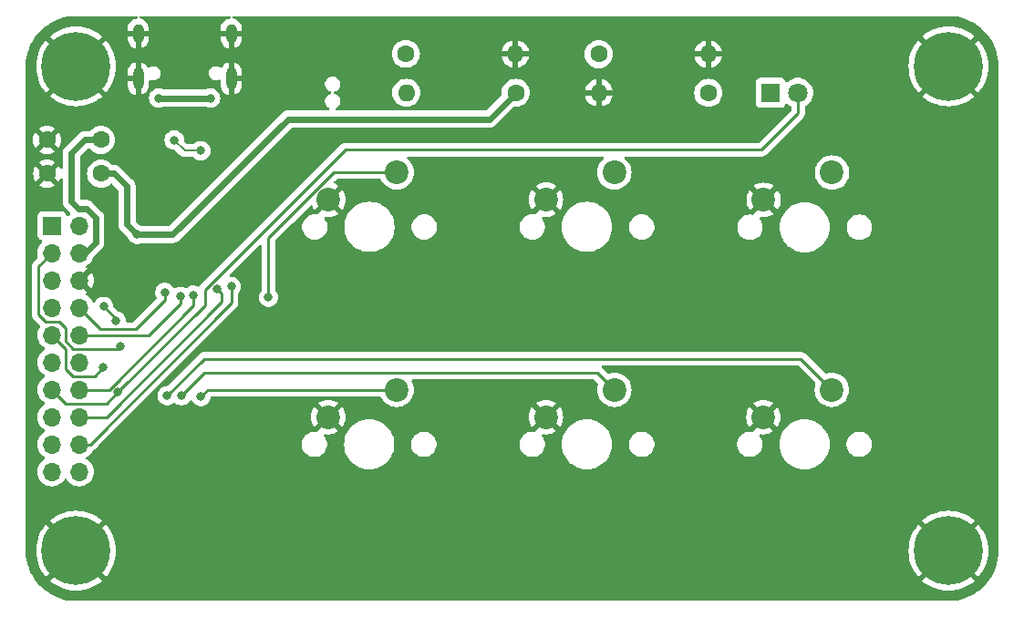
<source format=gbr>
%TF.GenerationSoftware,KiCad,Pcbnew,7.0.8*%
%TF.CreationDate,2024-02-24T16:57:54+09:00*%
%TF.ProjectId,ch552t_tinypad_board,63683535-3274-45f7-9469-6e797061645f,rev?*%
%TF.SameCoordinates,Original*%
%TF.FileFunction,Copper,L2,Bot*%
%TF.FilePolarity,Positive*%
%FSLAX46Y46*%
G04 Gerber Fmt 4.6, Leading zero omitted, Abs format (unit mm)*
G04 Created by KiCad (PCBNEW 7.0.8) date 2024-02-24 16:57:54*
%MOMM*%
%LPD*%
G01*
G04 APERTURE LIST*
%TA.AperFunction,ComponentPad*%
%ADD10C,0.800000*%
%TD*%
%TA.AperFunction,ComponentPad*%
%ADD11C,6.400000*%
%TD*%
%TA.AperFunction,ComponentPad*%
%ADD12C,1.600000*%
%TD*%
%TA.AperFunction,ComponentPad*%
%ADD13O,1.600000X1.600000*%
%TD*%
%TA.AperFunction,ComponentPad*%
%ADD14R,1.700000X1.700000*%
%TD*%
%TA.AperFunction,ComponentPad*%
%ADD15O,1.700000X1.700000*%
%TD*%
%TA.AperFunction,ComponentPad*%
%ADD16C,2.200000*%
%TD*%
%TA.AperFunction,ComponentPad*%
%ADD17O,1.000000X2.100000*%
%TD*%
%TA.AperFunction,ComponentPad*%
%ADD18O,1.000000X1.800000*%
%TD*%
%TA.AperFunction,ComponentPad*%
%ADD19R,1.800000X1.800000*%
%TD*%
%TA.AperFunction,ComponentPad*%
%ADD20C,1.800000*%
%TD*%
%TA.AperFunction,ViaPad*%
%ADD21C,0.800000*%
%TD*%
%TA.AperFunction,Conductor*%
%ADD22C,0.600000*%
%TD*%
%TA.AperFunction,Conductor*%
%ADD23C,0.250000*%
%TD*%
%TA.AperFunction,Conductor*%
%ADD24C,0.200000*%
%TD*%
G04 APERTURE END LIST*
D10*
%TO.P,H3,1,1*%
%TO.N,GND*%
X41600000Y-81000000D03*
X42302944Y-79302944D03*
X42302944Y-82697056D03*
X44000000Y-78600000D03*
D11*
X44000000Y-81000000D03*
D10*
X44000000Y-83400000D03*
X45697056Y-79302944D03*
X45697056Y-82697056D03*
X46400000Y-81000000D03*
%TD*%
D12*
%TO.P,R1,1*%
%TO.N,Net-(D1-K)*%
X102708876Y-38461700D03*
D13*
%TO.P,R1,2*%
%TO.N,GND*%
X92548876Y-38461700D03*
%TD*%
D14*
%TO.P,J1,1,Pin_1*%
%TO.N,/P3.2*%
X41757600Y-50800000D03*
D15*
%TO.P,J1,2,Pin_2*%
%TO.N,/3V3*%
X44297600Y-50800000D03*
%TO.P,J1,3,Pin_3*%
%TO.N,/P1.4*%
X41757600Y-53340000D03*
%TO.P,J1,4,Pin_4*%
%TO.N,VCC*%
X44297600Y-53340000D03*
%TO.P,J1,5,Pin_5*%
%TO.N,/P1.5*%
X41757600Y-55880000D03*
%TO.P,J1,6,Pin_6*%
%TO.N,GND*%
X44297600Y-55880000D03*
%TO.P,J1,7,Pin_7*%
%TO.N,/P1.6*%
X41757600Y-58420000D03*
%TO.P,J1,8,Pin_8*%
%TO.N,/P1.2*%
X44297600Y-58420000D03*
%TO.P,J1,9,Pin_9*%
%TO.N,/P1.7*%
X41757600Y-60960000D03*
%TO.P,J1,10,Pin_10*%
%TO.N,/P1.3*%
X44297600Y-60960000D03*
%TO.P,J1,11,Pin_11*%
%TO.N,/reset*%
X41757600Y-63500000D03*
%TO.P,J1,12,Pin_12*%
%TO.N,/D-*%
X44297600Y-63500000D03*
%TO.P,J1,13,Pin_13*%
%TO.N,/P1.0*%
X41757600Y-66040000D03*
%TO.P,J1,14,Pin_14*%
%TO.N,/D+*%
X44297600Y-66040000D03*
%TO.P,J1,15,Pin_15*%
%TO.N,/P1.1*%
X41757600Y-68580000D03*
%TO.P,J1,16,Pin_16*%
%TO.N,/P3.5*%
X44297600Y-68580000D03*
%TO.P,J1,17,Pin_17*%
%TO.N,/P3.1*%
X41757600Y-71120000D03*
%TO.P,J1,18,Pin_18*%
%TO.N,/P3.4*%
X44297600Y-71120000D03*
%TO.P,J1,19,Pin_19*%
%TO.N,/P3.0*%
X41757600Y-73660000D03*
%TO.P,J1,20,Pin_20*%
%TO.N,/P3.3*%
X44297600Y-73660000D03*
%TD*%
D10*
%TO.P,H1,1,1*%
%TO.N,GND*%
X41600000Y-36000000D03*
X42302944Y-34302944D03*
X42302944Y-37697056D03*
X44000000Y-33600000D03*
D11*
X44000000Y-36000000D03*
D10*
X44000000Y-38400000D03*
X45697056Y-34302944D03*
X45697056Y-37697056D03*
X46400000Y-36000000D03*
%TD*%
D16*
%TO.P,SW6,1,1*%
%TO.N,/P1.1*%
X114180000Y-66040000D03*
%TO.P,SW6,2,2*%
%TO.N,GND*%
X107830000Y-68580000D03*
%TD*%
D12*
%TO.P,R3,1*%
%TO.N,Net-(J2-CC2)*%
X74627824Y-34842700D03*
D13*
%TO.P,R3,2*%
%TO.N,GND*%
X84787824Y-34842700D03*
%TD*%
D12*
%TO.P,R2,1*%
%TO.N,/3V3*%
X84831076Y-38455600D03*
D13*
%TO.P,R2,2*%
%TO.N,Net-(R2-Pad2)*%
X74671076Y-38455600D03*
%TD*%
D16*
%TO.P,SW4,1,1*%
%TO.N,/P3.0*%
X73761600Y-66040000D03*
%TO.P,SW4,2,2*%
%TO.N,GND*%
X67411600Y-68580000D03*
%TD*%
%TO.P,SW2,1,1*%
%TO.N,/P3.4*%
X93980000Y-45840000D03*
%TO.P,SW2,2,2*%
%TO.N,GND*%
X87630000Y-48380000D03*
%TD*%
D17*
%TO.P,J2,S1,SHIELD*%
%TO.N,GND*%
X58414000Y-37141000D03*
D18*
X58414000Y-32961000D03*
D17*
X49774000Y-37141000D03*
D18*
X49774000Y-32961000D03*
%TD*%
D12*
%TO.P,C1,1*%
%TO.N,VCC*%
X46309053Y-42824400D03*
%TO.P,C1,2*%
%TO.N,GND*%
X41309053Y-42824400D03*
%TD*%
%TO.P,R4,1*%
%TO.N,Net-(J2-CC1)*%
X92534824Y-34868100D03*
D13*
%TO.P,R4,2*%
%TO.N,GND*%
X102694824Y-34868100D03*
%TD*%
D10*
%TO.P,H2,1,1*%
%TO.N,GND*%
X122600000Y-36000000D03*
X123302944Y-34302944D03*
X123302944Y-37697056D03*
X125000000Y-33600000D03*
D11*
X125000000Y-36000000D03*
D10*
X125000000Y-38400000D03*
X126697056Y-34302944D03*
X126697056Y-37697056D03*
X127400000Y-36000000D03*
%TD*%
D16*
%TO.P,SW3,1,1*%
%TO.N,/P3.5*%
X114198400Y-45872400D03*
%TO.P,SW3,2,2*%
%TO.N,GND*%
X107848400Y-48412400D03*
%TD*%
%TO.P,SW5,1,1*%
%TO.N,/P3.1*%
X93980000Y-66040000D03*
%TO.P,SW5,2,2*%
%TO.N,GND*%
X87630000Y-68580000D03*
%TD*%
D10*
%TO.P,H4,1,1*%
%TO.N,GND*%
X122600000Y-81000000D03*
X123302944Y-79302944D03*
X123302944Y-82697056D03*
X125000000Y-78600000D03*
D11*
X125000000Y-81000000D03*
D10*
X125000000Y-83400000D03*
X126697056Y-79302944D03*
X126697056Y-82697056D03*
X127400000Y-81000000D03*
%TD*%
D12*
%TO.P,C2,1*%
%TO.N,/3V3*%
X46320947Y-45964000D03*
%TO.P,C2,2*%
%TO.N,GND*%
X41320947Y-45964000D03*
%TD*%
D16*
%TO.P,SW1,1,1*%
%TO.N,/P3.3*%
X73780000Y-45840000D03*
%TO.P,SW1,2,2*%
%TO.N,GND*%
X67430000Y-48380000D03*
%TD*%
D19*
%TO.P,D1,1,K*%
%TO.N,Net-(D1-K)*%
X108498876Y-38455600D03*
D20*
%TO.P,D1,2,A*%
%TO.N,/P1.0*%
X111038876Y-38455600D03*
%TD*%
D21*
%TO.N,VCC*%
X56482200Y-38951000D03*
X51681600Y-38951000D03*
%TO.N,GND*%
X59690000Y-69215000D03*
X56515000Y-75565000D03*
X58724800Y-48209200D03*
X47294800Y-56388000D03*
X48260000Y-40335200D03*
X51866800Y-49530000D03*
X60198000Y-55372000D03*
X55727600Y-40487600D03*
X56337200Y-45161200D03*
X58674000Y-61214000D03*
X48260000Y-52705000D03*
X48895000Y-76835000D03*
X58107800Y-40133400D03*
X50139600Y-45161200D03*
%TO.N,/3V3*%
X49657000Y-51612800D03*
%TO.N,/P3.3*%
X61874400Y-57454800D03*
%TO.N,/P3.1*%
X53784500Y-66611500D03*
%TO.N,/P3.0*%
X55587900Y-66662300D03*
%TO.N,/P1.0*%
X47904400Y-66268600D03*
%TO.N,/P3.4*%
X58420000Y-56464200D03*
%TO.N,/P1.2*%
X52247800Y-56997600D03*
%TO.N,/P1.3*%
X53695600Y-57378600D03*
%TO.N,/D+*%
X54860627Y-57256825D03*
X53117100Y-42849800D03*
X55575200Y-43840400D03*
%TO.N,/P3.5*%
X57099200Y-56684100D03*
%TO.N,/P1.7*%
X46482000Y-63993100D03*
%TO.N,/P1.1*%
X52451000Y-66598800D03*
%TO.N,/P1.4*%
X48158400Y-61976000D03*
%TO.N,/P3.2*%
X47728481Y-59677900D03*
X46560000Y-58320000D03*
%TD*%
D22*
%TO.N,VCC*%
X44221400Y-49225200D02*
X43561000Y-48564800D01*
X51681600Y-38951000D02*
X56482200Y-38951000D01*
X44805600Y-42824400D02*
X46309053Y-42824400D01*
X43561000Y-48564800D02*
X43561000Y-44069000D01*
X45796200Y-50038000D02*
X44983400Y-49225200D01*
X43561000Y-44069000D02*
X44805600Y-42824400D01*
X44831000Y-53340000D02*
X45796200Y-52374800D01*
X44983400Y-49225200D02*
X44221400Y-49225200D01*
X44297600Y-53340000D02*
X44831000Y-53340000D01*
X45796200Y-52374800D02*
X45796200Y-50038000D01*
%TO.N,/3V3*%
X52984400Y-51612800D02*
X63703200Y-40894000D01*
X48717200Y-47142400D02*
X47538800Y-45964000D01*
X63703200Y-40894000D02*
X82392676Y-40894000D01*
X48717200Y-50673000D02*
X48717200Y-47142400D01*
X49657000Y-51612800D02*
X48717200Y-50673000D01*
X47538800Y-45964000D02*
X46295547Y-45964000D01*
X49657000Y-51612800D02*
X52984400Y-51612800D01*
X82392676Y-40894000D02*
X84831076Y-38455600D01*
D23*
%TO.N,/P3.3*%
X67952000Y-45840000D02*
X61874400Y-51917600D01*
X61874400Y-51917600D02*
X61874400Y-57454800D01*
X73780000Y-45840000D02*
X67952000Y-45840000D01*
%TO.N,/P3.1*%
X55930800Y-64465200D02*
X53784500Y-66611500D01*
X92405200Y-64465200D02*
X55930800Y-64465200D01*
X53784500Y-66611500D02*
X53784500Y-66560700D01*
X93980000Y-66040000D02*
X92405200Y-64465200D01*
%TO.N,/P3.0*%
X73761600Y-66040000D02*
X56210200Y-66040000D01*
X55587900Y-66662300D02*
X55613300Y-66662300D01*
X56210200Y-66040000D02*
X55587900Y-66662300D01*
%TO.N,/P1.0*%
X69019195Y-43738800D02*
X107670600Y-43738800D01*
X47904400Y-66268600D02*
X55956200Y-58216800D01*
X107670600Y-43738800D02*
X111038876Y-40370524D01*
X55956200Y-58216800D02*
X55956200Y-56801795D01*
X46863000Y-67310000D02*
X43027600Y-67310000D01*
X111038876Y-40370524D02*
X111038876Y-38455600D01*
X47904400Y-66268600D02*
X46863000Y-67310000D01*
X55956200Y-56801795D02*
X69019195Y-43738800D01*
X43027600Y-67310000D02*
X41757600Y-66040000D01*
%TO.N,/P3.4*%
X45288200Y-71120000D02*
X44297600Y-71120000D01*
X58420000Y-56464200D02*
X58420000Y-57988200D01*
X58420000Y-57988200D02*
X45288200Y-71120000D01*
%TO.N,/P1.2*%
X52247800Y-57708800D02*
X49553700Y-60402900D01*
X49553700Y-60402900D02*
X46280500Y-60402900D01*
X52247800Y-56997600D02*
X52247800Y-57708800D01*
X46280500Y-60402900D02*
X44297600Y-58420000D01*
%TO.N,/P1.3*%
X53695600Y-58039000D02*
X50774600Y-60960000D01*
X53695600Y-57378600D02*
X53695600Y-58039000D01*
X50774600Y-60960000D02*
X44297600Y-60960000D01*
D24*
%TO.N,/D+*%
X53117100Y-42849800D02*
X54107700Y-43840400D01*
D23*
X47066200Y-66040000D02*
X44297600Y-66040000D01*
X54860627Y-58245573D02*
X47066200Y-66040000D01*
X54860627Y-57256825D02*
X54860627Y-58245573D01*
D24*
X54107700Y-43840400D02*
X55575200Y-43840400D01*
D23*
%TO.N,/P3.5*%
X46837600Y-68580000D02*
X44297600Y-68580000D01*
X57099200Y-56684100D02*
X57556400Y-57141300D01*
X57556400Y-57141300D02*
X57556400Y-57861200D01*
X57556400Y-57861200D02*
X46837600Y-68580000D01*
%TO.N,/P1.7*%
X46482000Y-63993100D02*
X45705100Y-64770000D01*
X43688000Y-64770000D02*
X43027600Y-64109600D01*
X43027600Y-62230000D02*
X41757600Y-60960000D01*
X43027600Y-64109600D02*
X43027600Y-62230000D01*
X45705100Y-64770000D02*
X43688000Y-64770000D01*
%TO.N,/P1.1*%
X111309800Y-63169800D02*
X55880000Y-63169800D01*
X114180000Y-66040000D02*
X111309800Y-63169800D01*
X52451000Y-66598800D02*
X52476400Y-66598800D01*
X55880000Y-63169800D02*
X52451000Y-66598800D01*
%TO.N,/P1.4*%
X40538400Y-59060166D02*
X40538400Y-54559200D01*
X40538400Y-54559200D02*
X41757600Y-53340000D01*
X43027600Y-61518800D02*
X43027600Y-60299600D01*
X41168234Y-59690000D02*
X40538400Y-59060166D01*
X43027600Y-60299600D02*
X42418000Y-59690000D01*
X48158400Y-61976000D02*
X47904400Y-62230000D01*
X43738800Y-62230000D02*
X43027600Y-61518800D01*
X47904400Y-62230000D02*
X43738800Y-62230000D01*
X42418000Y-59690000D02*
X41168234Y-59690000D01*
%TO.N,/P3.2*%
X47728481Y-59488481D02*
X46560000Y-58320000D01*
X47728481Y-59677900D02*
X47728481Y-59488481D01*
%TD*%
%TA.AperFunction,Conductor*%
%TO.N,GND*%
G36*
X45856420Y-82502867D02*
G01*
X45794601Y-82461561D01*
X45721680Y-82447056D01*
X45672432Y-82447056D01*
X45599511Y-82461561D01*
X45516816Y-82516816D01*
X45461561Y-82599511D01*
X45442158Y-82697056D01*
X45461561Y-82794601D01*
X45502867Y-82856420D01*
X44944180Y-82297733D01*
X45134870Y-82134870D01*
X45297733Y-81944180D01*
X45856420Y-82502867D01*
G37*
%TD.AperFunction*%
%TA.AperFunction,Conductor*%
G36*
X42865130Y-82134870D02*
G01*
X43055819Y-82297733D01*
X42497135Y-82856416D01*
X42538439Y-82794601D01*
X42557842Y-82697056D01*
X42538439Y-82599511D01*
X42483184Y-82516816D01*
X42400489Y-82461561D01*
X42327568Y-82447056D01*
X42278320Y-82447056D01*
X42205399Y-82461561D01*
X42143577Y-82502868D01*
X42702266Y-81944180D01*
X42865130Y-82134870D01*
G37*
%TD.AperFunction*%
%TA.AperFunction,Conductor*%
G36*
X43055819Y-79702266D02*
G01*
X42865130Y-79865130D01*
X42702266Y-80055818D01*
X42143582Y-79497134D01*
X42205399Y-79538439D01*
X42278320Y-79552944D01*
X42327568Y-79552944D01*
X42400489Y-79538439D01*
X42483184Y-79483184D01*
X42538439Y-79400489D01*
X42557842Y-79302944D01*
X42538439Y-79205399D01*
X42497133Y-79143581D01*
X43055819Y-79702266D01*
G37*
%TD.AperFunction*%
%TA.AperFunction,Conductor*%
G36*
X45461561Y-79205399D02*
G01*
X45442158Y-79302944D01*
X45461561Y-79400489D01*
X45516816Y-79483184D01*
X45599511Y-79538439D01*
X45672432Y-79552944D01*
X45721680Y-79552944D01*
X45794601Y-79538439D01*
X45856415Y-79497135D01*
X45297732Y-80055818D01*
X45134870Y-79865130D01*
X44944180Y-79702266D01*
X45502867Y-79143578D01*
X45461561Y-79205399D01*
G37*
%TD.AperFunction*%
%TA.AperFunction,Conductor*%
G36*
X126856420Y-82502867D02*
G01*
X126794601Y-82461561D01*
X126721680Y-82447056D01*
X126672432Y-82447056D01*
X126599511Y-82461561D01*
X126516816Y-82516816D01*
X126461561Y-82599511D01*
X126442158Y-82697056D01*
X126461561Y-82794601D01*
X126502867Y-82856420D01*
X125944180Y-82297733D01*
X126134870Y-82134870D01*
X126297733Y-81944180D01*
X126856420Y-82502867D01*
G37*
%TD.AperFunction*%
%TA.AperFunction,Conductor*%
G36*
X123865130Y-82134870D02*
G01*
X124055819Y-82297733D01*
X123497135Y-82856416D01*
X123538439Y-82794601D01*
X123557842Y-82697056D01*
X123538439Y-82599511D01*
X123483184Y-82516816D01*
X123400489Y-82461561D01*
X123327568Y-82447056D01*
X123278320Y-82447056D01*
X123205399Y-82461561D01*
X123143577Y-82502868D01*
X123702266Y-81944180D01*
X123865130Y-82134870D01*
G37*
%TD.AperFunction*%
%TA.AperFunction,Conductor*%
G36*
X124055819Y-79702266D02*
G01*
X123865130Y-79865130D01*
X123702266Y-80055818D01*
X123143582Y-79497134D01*
X123205399Y-79538439D01*
X123278320Y-79552944D01*
X123327568Y-79552944D01*
X123400489Y-79538439D01*
X123483184Y-79483184D01*
X123538439Y-79400489D01*
X123557842Y-79302944D01*
X123538439Y-79205399D01*
X123497133Y-79143581D01*
X124055819Y-79702266D01*
G37*
%TD.AperFunction*%
%TA.AperFunction,Conductor*%
G36*
X126461561Y-79205399D02*
G01*
X126442158Y-79302944D01*
X126461561Y-79400489D01*
X126516816Y-79483184D01*
X126599511Y-79538439D01*
X126672432Y-79552944D01*
X126721680Y-79552944D01*
X126794601Y-79538439D01*
X126856415Y-79497135D01*
X126297732Y-80055818D01*
X126134870Y-79865130D01*
X125944180Y-79702266D01*
X126502867Y-79143578D01*
X126461561Y-79205399D01*
G37*
%TD.AperFunction*%
%TA.AperFunction,Conductor*%
G36*
X45856420Y-37502867D02*
G01*
X45794601Y-37461561D01*
X45721680Y-37447056D01*
X45672432Y-37447056D01*
X45599511Y-37461561D01*
X45516816Y-37516816D01*
X45461561Y-37599511D01*
X45442158Y-37697056D01*
X45461561Y-37794601D01*
X45502867Y-37856420D01*
X44944180Y-37297733D01*
X45134870Y-37134870D01*
X45297733Y-36944180D01*
X45856420Y-37502867D01*
G37*
%TD.AperFunction*%
%TA.AperFunction,Conductor*%
G36*
X42865130Y-37134870D02*
G01*
X43055819Y-37297733D01*
X42497135Y-37856416D01*
X42538439Y-37794601D01*
X42557842Y-37697056D01*
X42538439Y-37599511D01*
X42483184Y-37516816D01*
X42400489Y-37461561D01*
X42327568Y-37447056D01*
X42278320Y-37447056D01*
X42205399Y-37461561D01*
X42143577Y-37502868D01*
X42702266Y-36944180D01*
X42865130Y-37134870D01*
G37*
%TD.AperFunction*%
%TA.AperFunction,Conductor*%
G36*
X43055819Y-34702266D02*
G01*
X42865130Y-34865130D01*
X42702266Y-35055818D01*
X42143582Y-34497134D01*
X42205399Y-34538439D01*
X42278320Y-34552944D01*
X42327568Y-34552944D01*
X42400489Y-34538439D01*
X42483184Y-34483184D01*
X42538439Y-34400489D01*
X42557842Y-34302944D01*
X42538439Y-34205399D01*
X42497133Y-34143581D01*
X43055819Y-34702266D01*
G37*
%TD.AperFunction*%
%TA.AperFunction,Conductor*%
G36*
X45461561Y-34205399D02*
G01*
X45442158Y-34302944D01*
X45461561Y-34400489D01*
X45516816Y-34483184D01*
X45599511Y-34538439D01*
X45672432Y-34552944D01*
X45721680Y-34552944D01*
X45794601Y-34538439D01*
X45856415Y-34497135D01*
X45297732Y-35055818D01*
X45134870Y-34865130D01*
X44944180Y-34702266D01*
X45502867Y-34143578D01*
X45461561Y-34205399D01*
G37*
%TD.AperFunction*%
%TA.AperFunction,Conductor*%
G36*
X126856420Y-37502867D02*
G01*
X126794601Y-37461561D01*
X126721680Y-37447056D01*
X126672432Y-37447056D01*
X126599511Y-37461561D01*
X126516816Y-37516816D01*
X126461561Y-37599511D01*
X126442158Y-37697056D01*
X126461561Y-37794601D01*
X126502867Y-37856420D01*
X125944180Y-37297733D01*
X126134870Y-37134870D01*
X126297733Y-36944180D01*
X126856420Y-37502867D01*
G37*
%TD.AperFunction*%
%TA.AperFunction,Conductor*%
G36*
X123865130Y-37134870D02*
G01*
X124055819Y-37297733D01*
X123497135Y-37856416D01*
X123538439Y-37794601D01*
X123557842Y-37697056D01*
X123538439Y-37599511D01*
X123483184Y-37516816D01*
X123400489Y-37461561D01*
X123327568Y-37447056D01*
X123278320Y-37447056D01*
X123205399Y-37461561D01*
X123143577Y-37502868D01*
X123702266Y-36944180D01*
X123865130Y-37134870D01*
G37*
%TD.AperFunction*%
%TA.AperFunction,Conductor*%
G36*
X124055819Y-34702266D02*
G01*
X123865130Y-34865130D01*
X123702266Y-35055818D01*
X123143582Y-34497134D01*
X123205399Y-34538439D01*
X123278320Y-34552944D01*
X123327568Y-34552944D01*
X123400489Y-34538439D01*
X123483184Y-34483184D01*
X123538439Y-34400489D01*
X123557842Y-34302944D01*
X123538439Y-34205399D01*
X123497133Y-34143581D01*
X124055819Y-34702266D01*
G37*
%TD.AperFunction*%
%TA.AperFunction,Conductor*%
G36*
X126461561Y-34205399D02*
G01*
X126442158Y-34302944D01*
X126461561Y-34400489D01*
X126516816Y-34483184D01*
X126599511Y-34538439D01*
X126672432Y-34552944D01*
X126721680Y-34552944D01*
X126794601Y-34538439D01*
X126856415Y-34497135D01*
X126297732Y-35055818D01*
X126134870Y-34865130D01*
X125944180Y-34702266D01*
X126502867Y-34143578D01*
X126461561Y-34205399D01*
G37*
%TD.AperFunction*%
%TA.AperFunction,Conductor*%
G36*
X49641212Y-31350185D02*
G01*
X49686967Y-31402989D01*
X49696911Y-31472147D01*
X49667886Y-31535703D01*
X49609108Y-31573477D01*
X49592950Y-31577070D01*
X49522060Y-31587929D01*
X49331334Y-31658565D01*
X49158732Y-31766149D01*
X49011331Y-31906264D01*
X49011330Y-31906266D01*
X48895143Y-32073195D01*
X48814940Y-32260092D01*
X48774000Y-32459309D01*
X48774000Y-32711000D01*
X49474000Y-32711000D01*
X49474000Y-33211000D01*
X48774000Y-33211000D01*
X48774000Y-33411713D01*
X48789418Y-33563338D01*
X48850299Y-33757381D01*
X48850304Y-33757391D01*
X48949005Y-33935215D01*
X48949005Y-33935216D01*
X49081478Y-34089530D01*
X49081479Y-34089531D01*
X49242304Y-34214018D01*
X49424907Y-34303589D01*
X49524000Y-34329244D01*
X49524000Y-33527110D01*
X49548457Y-33566610D01*
X49637962Y-33634201D01*
X49745840Y-33664895D01*
X49857521Y-33654546D01*
X49957922Y-33604552D01*
X50024000Y-33532069D01*
X50024000Y-34334365D01*
X50025944Y-34334069D01*
X50025945Y-34334069D01*
X50216660Y-34263436D01*
X50216664Y-34263434D01*
X50389267Y-34155850D01*
X50536668Y-34015735D01*
X50536669Y-34015733D01*
X50652856Y-33848804D01*
X50733059Y-33661907D01*
X50774000Y-33462690D01*
X50774000Y-33211000D01*
X50074000Y-33211000D01*
X50074000Y-32711000D01*
X50774000Y-32711000D01*
X50774000Y-32510286D01*
X50758581Y-32358661D01*
X50697700Y-32164618D01*
X50697695Y-32164608D01*
X50598994Y-31986784D01*
X50598994Y-31986783D01*
X50466521Y-31832469D01*
X50466520Y-31832468D01*
X50305695Y-31707981D01*
X50123092Y-31618410D01*
X50123093Y-31618410D01*
X49953660Y-31574541D01*
X49893694Y-31538681D01*
X49862636Y-31476094D01*
X49870345Y-31406651D01*
X49914374Y-31352400D01*
X49980744Y-31330564D01*
X49984741Y-31330500D01*
X58214173Y-31330500D01*
X58281212Y-31350185D01*
X58326967Y-31402989D01*
X58336911Y-31472147D01*
X58307886Y-31535703D01*
X58249108Y-31573477D01*
X58232950Y-31577070D01*
X58162060Y-31587929D01*
X57971334Y-31658565D01*
X57798732Y-31766149D01*
X57651331Y-31906264D01*
X57651330Y-31906266D01*
X57535143Y-32073195D01*
X57454940Y-32260092D01*
X57414000Y-32459309D01*
X57414000Y-32711000D01*
X58114000Y-32711000D01*
X58114000Y-33211000D01*
X57414000Y-33211000D01*
X57414000Y-33411713D01*
X57429418Y-33563338D01*
X57490299Y-33757381D01*
X57490304Y-33757391D01*
X57589005Y-33935215D01*
X57589005Y-33935216D01*
X57721478Y-34089530D01*
X57721479Y-34089531D01*
X57882304Y-34214018D01*
X58064907Y-34303589D01*
X58164000Y-34329244D01*
X58164000Y-33527110D01*
X58188457Y-33566610D01*
X58277962Y-33634201D01*
X58385840Y-33664895D01*
X58497521Y-33654546D01*
X58597922Y-33604552D01*
X58664000Y-33532069D01*
X58664000Y-34334365D01*
X58665944Y-34334069D01*
X58665945Y-34334069D01*
X58856660Y-34263436D01*
X58856664Y-34263434D01*
X59029267Y-34155850D01*
X59176668Y-34015735D01*
X59176669Y-34015733D01*
X59292856Y-33848804D01*
X59373059Y-33661907D01*
X59414000Y-33462690D01*
X59414000Y-33211000D01*
X58714000Y-33211000D01*
X58714000Y-32711000D01*
X59414000Y-32711000D01*
X59414000Y-32510286D01*
X59398581Y-32358661D01*
X59337700Y-32164618D01*
X59337695Y-32164608D01*
X59238994Y-31986784D01*
X59238994Y-31986783D01*
X59106521Y-31832469D01*
X59106520Y-31832468D01*
X58945695Y-31707981D01*
X58763092Y-31618410D01*
X58763093Y-31618410D01*
X58593660Y-31574541D01*
X58533694Y-31538681D01*
X58502636Y-31476094D01*
X58510345Y-31406651D01*
X58554374Y-31352400D01*
X58620744Y-31330564D01*
X58624741Y-31330500D01*
X124947654Y-31330500D01*
X125000000Y-31330500D01*
X125404291Y-31348151D01*
X125409644Y-31348620D01*
X125808183Y-31401088D01*
X125813483Y-31402023D01*
X126205924Y-31489025D01*
X126211114Y-31490415D01*
X126594486Y-31611292D01*
X126599563Y-31613140D01*
X126970933Y-31766967D01*
X126975803Y-31769238D01*
X127332371Y-31954855D01*
X127337020Y-31957540D01*
X127676037Y-32173519D01*
X127680456Y-32176613D01*
X127940156Y-32375887D01*
X127999351Y-32421308D01*
X128003496Y-32424787D01*
X128299838Y-32696335D01*
X128303664Y-32700161D01*
X128575212Y-32996503D01*
X128578691Y-33000648D01*
X128823384Y-33319540D01*
X128826483Y-33323967D01*
X129042455Y-33662972D01*
X129045148Y-33667635D01*
X129230752Y-34024178D01*
X129233036Y-34029076D01*
X129248931Y-34067449D01*
X129386857Y-34400432D01*
X129388708Y-34405517D01*
X129509577Y-34788861D01*
X129510977Y-34794088D01*
X129597974Y-35186509D01*
X129598914Y-35191838D01*
X129651377Y-35590338D01*
X129651849Y-35595729D01*
X129669500Y-36000000D01*
X129669500Y-81000000D01*
X129651849Y-81404270D01*
X129651377Y-81409661D01*
X129598914Y-81808161D01*
X129597974Y-81813490D01*
X129510977Y-82205911D01*
X129509577Y-82211138D01*
X129388708Y-82594482D01*
X129386857Y-82599567D01*
X129233039Y-82970917D01*
X129230751Y-82975821D01*
X129140081Y-83150000D01*
X129045155Y-83332351D01*
X129042449Y-83337037D01*
X128826488Y-83676026D01*
X128823384Y-83680459D01*
X128578691Y-83999351D01*
X128575212Y-84003496D01*
X128303664Y-84299838D01*
X128299838Y-84303664D01*
X128003496Y-84575212D01*
X127999351Y-84578691D01*
X127680459Y-84823384D01*
X127676026Y-84826488D01*
X127337037Y-85042449D01*
X127332353Y-85045153D01*
X127046010Y-85194214D01*
X126975821Y-85230752D01*
X126970917Y-85233039D01*
X126599567Y-85386857D01*
X126594482Y-85388708D01*
X126211138Y-85509577D01*
X126205911Y-85510977D01*
X125813490Y-85597974D01*
X125808161Y-85598914D01*
X125409661Y-85651377D01*
X125404270Y-85651849D01*
X125000000Y-85669500D01*
X44000000Y-85669500D01*
X43595729Y-85651849D01*
X43590338Y-85651377D01*
X43391088Y-85625145D01*
X43191835Y-85598913D01*
X43186509Y-85597974D01*
X42794088Y-85510977D01*
X42788869Y-85509579D01*
X42608834Y-85452814D01*
X42405517Y-85388708D01*
X42400432Y-85386857D01*
X42187441Y-85298633D01*
X42029076Y-85233036D01*
X42024186Y-85230756D01*
X41667635Y-85045148D01*
X41662972Y-85042455D01*
X41323967Y-84826483D01*
X41319540Y-84823384D01*
X41138907Y-84684780D01*
X41000646Y-84578689D01*
X40996503Y-84575212D01*
X40700161Y-84303664D01*
X40696335Y-84299838D01*
X40424787Y-84003496D01*
X40421308Y-83999351D01*
X40419869Y-83997476D01*
X40176613Y-83680456D01*
X40173519Y-83676037D01*
X39957540Y-83337020D01*
X39954855Y-83332371D01*
X39769238Y-82975803D01*
X39766967Y-82970933D01*
X39613140Y-82599563D01*
X39611291Y-82594482D01*
X39608361Y-82585188D01*
X39490415Y-82211114D01*
X39489025Y-82205924D01*
X39402023Y-81813483D01*
X39401088Y-81808183D01*
X39348620Y-81409644D01*
X39348151Y-81404291D01*
X39330500Y-81000000D01*
X40294922Y-81000000D01*
X40315219Y-81387287D01*
X40375886Y-81770323D01*
X40375887Y-81770330D01*
X40476262Y-82144936D01*
X40615244Y-82506994D01*
X40791310Y-82852543D01*
X41002531Y-83177793D01*
X41211095Y-83435350D01*
X41211096Y-83435350D01*
X42108756Y-82537689D01*
X42067449Y-82599511D01*
X42048046Y-82697056D01*
X42067449Y-82794601D01*
X42122704Y-82877296D01*
X42205399Y-82932551D01*
X42278320Y-82947056D01*
X42327568Y-82947056D01*
X42400489Y-82932551D01*
X42462304Y-82891247D01*
X41564648Y-83788903D01*
X41564649Y-83788904D01*
X41822206Y-83997468D01*
X42147456Y-84208689D01*
X42493005Y-84384755D01*
X42855063Y-84523737D01*
X43229669Y-84624112D01*
X43229676Y-84624113D01*
X43612712Y-84684780D01*
X43999999Y-84705078D01*
X44000001Y-84705078D01*
X44387287Y-84684780D01*
X44770323Y-84624113D01*
X44770330Y-84624112D01*
X45144936Y-84523737D01*
X45506994Y-84384755D01*
X45852543Y-84208689D01*
X46177783Y-83997476D01*
X46177785Y-83997475D01*
X46435349Y-83788902D01*
X45537691Y-82891244D01*
X45599511Y-82932551D01*
X45672432Y-82947056D01*
X45721680Y-82947056D01*
X45794601Y-82932551D01*
X45877296Y-82877296D01*
X45932551Y-82794601D01*
X45951954Y-82697056D01*
X45932551Y-82599511D01*
X45891244Y-82537691D01*
X46788902Y-83435349D01*
X46997475Y-83177785D01*
X46997476Y-83177783D01*
X47208689Y-82852543D01*
X47384755Y-82506994D01*
X47523737Y-82144936D01*
X47624112Y-81770330D01*
X47624113Y-81770323D01*
X47684780Y-81387287D01*
X47705078Y-81000000D01*
X121294922Y-81000000D01*
X121315219Y-81387287D01*
X121375886Y-81770323D01*
X121375887Y-81770330D01*
X121476262Y-82144936D01*
X121615244Y-82506994D01*
X121791310Y-82852543D01*
X122002531Y-83177793D01*
X122211095Y-83435350D01*
X122211096Y-83435350D01*
X123108756Y-82537689D01*
X123067449Y-82599511D01*
X123048046Y-82697056D01*
X123067449Y-82794601D01*
X123122704Y-82877296D01*
X123205399Y-82932551D01*
X123278320Y-82947056D01*
X123327568Y-82947056D01*
X123400489Y-82932551D01*
X123462304Y-82891247D01*
X122564648Y-83788903D01*
X122564649Y-83788904D01*
X122822206Y-83997468D01*
X123147456Y-84208689D01*
X123493005Y-84384755D01*
X123855063Y-84523737D01*
X124229669Y-84624112D01*
X124229676Y-84624113D01*
X124612712Y-84684780D01*
X124999999Y-84705078D01*
X125000001Y-84705078D01*
X125387287Y-84684780D01*
X125770323Y-84624113D01*
X125770330Y-84624112D01*
X126144936Y-84523737D01*
X126506994Y-84384755D01*
X126852543Y-84208689D01*
X127177783Y-83997476D01*
X127177785Y-83997475D01*
X127435349Y-83788902D01*
X126537691Y-82891244D01*
X126599511Y-82932551D01*
X126672432Y-82947056D01*
X126721680Y-82947056D01*
X126794601Y-82932551D01*
X126877296Y-82877296D01*
X126932551Y-82794601D01*
X126951954Y-82697056D01*
X126932551Y-82599511D01*
X126891244Y-82537691D01*
X127788902Y-83435349D01*
X127997475Y-83177785D01*
X127997476Y-83177783D01*
X128208689Y-82852543D01*
X128384755Y-82506994D01*
X128523737Y-82144936D01*
X128624112Y-81770330D01*
X128624113Y-81770323D01*
X128684780Y-81387287D01*
X128705078Y-81000000D01*
X128705078Y-80999999D01*
X128684780Y-80612712D01*
X128624113Y-80229676D01*
X128624112Y-80229669D01*
X128523737Y-79855063D01*
X128384755Y-79493005D01*
X128208689Y-79147456D01*
X127997468Y-78822206D01*
X127788904Y-78564649D01*
X127788903Y-78564648D01*
X126891247Y-79462303D01*
X126932551Y-79400489D01*
X126951954Y-79302944D01*
X126932551Y-79205399D01*
X126877296Y-79122704D01*
X126794601Y-79067449D01*
X126721680Y-79052944D01*
X126672432Y-79052944D01*
X126599511Y-79067449D01*
X126537690Y-79108755D01*
X127435350Y-78211096D01*
X127435350Y-78211095D01*
X127177793Y-78002531D01*
X126852543Y-77791310D01*
X126506994Y-77615244D01*
X126144936Y-77476262D01*
X125770330Y-77375887D01*
X125770323Y-77375886D01*
X125387287Y-77315219D01*
X125000001Y-77294922D01*
X124999999Y-77294922D01*
X124612712Y-77315219D01*
X124229676Y-77375886D01*
X124229669Y-77375887D01*
X123855063Y-77476262D01*
X123493005Y-77615244D01*
X123147456Y-77791310D01*
X122822206Y-78002531D01*
X122564648Y-78211095D01*
X122564648Y-78211096D01*
X123462306Y-79108754D01*
X123400489Y-79067449D01*
X123327568Y-79052944D01*
X123278320Y-79052944D01*
X123205399Y-79067449D01*
X123122704Y-79122704D01*
X123067449Y-79205399D01*
X123048046Y-79302944D01*
X123067449Y-79400489D01*
X123108753Y-79462305D01*
X122211096Y-78564648D01*
X122211095Y-78564648D01*
X122002531Y-78822206D01*
X121791310Y-79147456D01*
X121615244Y-79493005D01*
X121476262Y-79855063D01*
X121375887Y-80229669D01*
X121375886Y-80229676D01*
X121315219Y-80612712D01*
X121294922Y-80999999D01*
X121294922Y-81000000D01*
X47705078Y-81000000D01*
X47705078Y-80999999D01*
X47684780Y-80612712D01*
X47624113Y-80229676D01*
X47624112Y-80229669D01*
X47523737Y-79855063D01*
X47384755Y-79493005D01*
X47208689Y-79147456D01*
X46997468Y-78822206D01*
X46788904Y-78564649D01*
X46788903Y-78564648D01*
X45891247Y-79462303D01*
X45932551Y-79400489D01*
X45951954Y-79302944D01*
X45932551Y-79205399D01*
X45877296Y-79122704D01*
X45794601Y-79067449D01*
X45721680Y-79052944D01*
X45672432Y-79052944D01*
X45599511Y-79067449D01*
X45537690Y-79108755D01*
X46435350Y-78211096D01*
X46435350Y-78211095D01*
X46177793Y-78002531D01*
X45852543Y-77791310D01*
X45506994Y-77615244D01*
X45144936Y-77476262D01*
X44770330Y-77375887D01*
X44770323Y-77375886D01*
X44387287Y-77315219D01*
X44000001Y-77294922D01*
X43999999Y-77294922D01*
X43612712Y-77315219D01*
X43229676Y-77375886D01*
X43229669Y-77375887D01*
X42855063Y-77476262D01*
X42493005Y-77615244D01*
X42147456Y-77791310D01*
X41822206Y-78002531D01*
X41564648Y-78211095D01*
X41564648Y-78211096D01*
X42462306Y-79108754D01*
X42400489Y-79067449D01*
X42327568Y-79052944D01*
X42278320Y-79052944D01*
X42205399Y-79067449D01*
X42122704Y-79122704D01*
X42067449Y-79205399D01*
X42048046Y-79302944D01*
X42067449Y-79400489D01*
X42108753Y-79462305D01*
X41211096Y-78564648D01*
X41211095Y-78564648D01*
X41002531Y-78822206D01*
X40791310Y-79147456D01*
X40615244Y-79493005D01*
X40476262Y-79855063D01*
X40375887Y-80229669D01*
X40375886Y-80229676D01*
X40315219Y-80612712D01*
X40294922Y-80999999D01*
X40294922Y-81000000D01*
X39330500Y-81000000D01*
X39330500Y-80947654D01*
X39330500Y-54539395D01*
X39908240Y-54539395D01*
X39912625Y-54585783D01*
X39912900Y-54591621D01*
X39912900Y-58977421D01*
X39911175Y-58993038D01*
X39911461Y-58993065D01*
X39910726Y-59000831D01*
X39912900Y-59069980D01*
X39912900Y-59099509D01*
X39912901Y-59099526D01*
X39913768Y-59106397D01*
X39914226Y-59112216D01*
X39915690Y-59158790D01*
X39915691Y-59158793D01*
X39921280Y-59178033D01*
X39925224Y-59197077D01*
X39927736Y-59216958D01*
X39931991Y-59227705D01*
X39944890Y-59260285D01*
X39946782Y-59265813D01*
X39959510Y-59309622D01*
X39959782Y-59310556D01*
X39966880Y-59322559D01*
X39969980Y-59327800D01*
X39978538Y-59345269D01*
X39985914Y-59363898D01*
X40013298Y-59401589D01*
X40016506Y-59406473D01*
X40040227Y-59446582D01*
X40040233Y-59446590D01*
X40054390Y-59460746D01*
X40067028Y-59475542D01*
X40078805Y-59491752D01*
X40078806Y-59491753D01*
X40114709Y-59521454D01*
X40119020Y-59525376D01*
X40379609Y-59785965D01*
X40630350Y-60036706D01*
X40663835Y-60098029D01*
X40658851Y-60167721D01*
X40644245Y-60195509D01*
X40583564Y-60282172D01*
X40483697Y-60496335D01*
X40483694Y-60496344D01*
X40422538Y-60724586D01*
X40422536Y-60724596D01*
X40401941Y-60959999D01*
X40401941Y-60960000D01*
X40422536Y-61195403D01*
X40422538Y-61195413D01*
X40483694Y-61423655D01*
X40483696Y-61423659D01*
X40483697Y-61423663D01*
X40559163Y-61585500D01*
X40583565Y-61637830D01*
X40583567Y-61637834D01*
X40719101Y-61831395D01*
X40719106Y-61831402D01*
X40886197Y-61998493D01*
X40886203Y-61998498D01*
X41071758Y-62128425D01*
X41115383Y-62183002D01*
X41122577Y-62252500D01*
X41091054Y-62314855D01*
X41071758Y-62331575D01*
X40886197Y-62461505D01*
X40719105Y-62628597D01*
X40583565Y-62822169D01*
X40583564Y-62822171D01*
X40483698Y-63036335D01*
X40483694Y-63036344D01*
X40422538Y-63264586D01*
X40422536Y-63264596D01*
X40401941Y-63499999D01*
X40401941Y-63500000D01*
X40422536Y-63735403D01*
X40422538Y-63735413D01*
X40483694Y-63963655D01*
X40483696Y-63963659D01*
X40483697Y-63963663D01*
X40583565Y-64177830D01*
X40583567Y-64177834D01*
X40719101Y-64371395D01*
X40719106Y-64371402D01*
X40886197Y-64538493D01*
X40886203Y-64538498D01*
X41071758Y-64668425D01*
X41115383Y-64723002D01*
X41122577Y-64792500D01*
X41091054Y-64854855D01*
X41071758Y-64871575D01*
X40886197Y-65001505D01*
X40719105Y-65168597D01*
X40583565Y-65362169D01*
X40583564Y-65362171D01*
X40483698Y-65576335D01*
X40483694Y-65576344D01*
X40422538Y-65804586D01*
X40422536Y-65804596D01*
X40401941Y-66039999D01*
X40401941Y-66040000D01*
X40422536Y-66275403D01*
X40422538Y-66275413D01*
X40483694Y-66503655D01*
X40483696Y-66503659D01*
X40483697Y-66503663D01*
X40559163Y-66665500D01*
X40583565Y-66717830D01*
X40583567Y-66717834D01*
X40719101Y-66911395D01*
X40719106Y-66911402D01*
X40886197Y-67078493D01*
X40886203Y-67078498D01*
X41071758Y-67208425D01*
X41115383Y-67263002D01*
X41122577Y-67332500D01*
X41091054Y-67394855D01*
X41071758Y-67411575D01*
X40886197Y-67541505D01*
X40719105Y-67708597D01*
X40583565Y-67902169D01*
X40583564Y-67902171D01*
X40483698Y-68116335D01*
X40483694Y-68116344D01*
X40422538Y-68344586D01*
X40422536Y-68344596D01*
X40401941Y-68579999D01*
X40401941Y-68580000D01*
X40422536Y-68815403D01*
X40422538Y-68815413D01*
X40483694Y-69043655D01*
X40483696Y-69043659D01*
X40483697Y-69043663D01*
X40508756Y-69097401D01*
X40583565Y-69257830D01*
X40583567Y-69257834D01*
X40597680Y-69277989D01*
X40719101Y-69451396D01*
X40719106Y-69451402D01*
X40886197Y-69618493D01*
X40886203Y-69618498D01*
X41071758Y-69748425D01*
X41115383Y-69803002D01*
X41122577Y-69872500D01*
X41091054Y-69934855D01*
X41071758Y-69951575D01*
X40886197Y-70081505D01*
X40719105Y-70248597D01*
X40583565Y-70442169D01*
X40583564Y-70442171D01*
X40483698Y-70656335D01*
X40483694Y-70656344D01*
X40422538Y-70884586D01*
X40422536Y-70884596D01*
X40401941Y-71119999D01*
X40401941Y-71120000D01*
X40422536Y-71355403D01*
X40422538Y-71355413D01*
X40483694Y-71583655D01*
X40483696Y-71583659D01*
X40483697Y-71583663D01*
X40530230Y-71683453D01*
X40583565Y-71797830D01*
X40583567Y-71797834D01*
X40609212Y-71834458D01*
X40719101Y-71991396D01*
X40719106Y-71991402D01*
X40886197Y-72158493D01*
X40886203Y-72158498D01*
X41071758Y-72288425D01*
X41115383Y-72343002D01*
X41122577Y-72412500D01*
X41091054Y-72474855D01*
X41071758Y-72491575D01*
X40886197Y-72621505D01*
X40719105Y-72788597D01*
X40583565Y-72982169D01*
X40583564Y-72982171D01*
X40483698Y-73196335D01*
X40483694Y-73196344D01*
X40422538Y-73424586D01*
X40422536Y-73424596D01*
X40401941Y-73659999D01*
X40401941Y-73660000D01*
X40422536Y-73895403D01*
X40422538Y-73895413D01*
X40483694Y-74123655D01*
X40483696Y-74123659D01*
X40483697Y-74123663D01*
X40487600Y-74132032D01*
X40583565Y-74337830D01*
X40583567Y-74337834D01*
X40691881Y-74492521D01*
X40719105Y-74531401D01*
X40886199Y-74698495D01*
X40982984Y-74766265D01*
X41079765Y-74834032D01*
X41079767Y-74834033D01*
X41079770Y-74834035D01*
X41293937Y-74933903D01*
X41522192Y-74995063D01*
X41710518Y-75011539D01*
X41757599Y-75015659D01*
X41757600Y-75015659D01*
X41757601Y-75015659D01*
X41796834Y-75012226D01*
X41993008Y-74995063D01*
X42221263Y-74933903D01*
X42435430Y-74834035D01*
X42629001Y-74698495D01*
X42796095Y-74531401D01*
X42926025Y-74345842D01*
X42980602Y-74302217D01*
X43050100Y-74295023D01*
X43112455Y-74326546D01*
X43129175Y-74345842D01*
X43259100Y-74531395D01*
X43259105Y-74531401D01*
X43426199Y-74698495D01*
X43522984Y-74766265D01*
X43619765Y-74834032D01*
X43619767Y-74834033D01*
X43619770Y-74834035D01*
X43833937Y-74933903D01*
X44062192Y-74995063D01*
X44250518Y-75011539D01*
X44297599Y-75015659D01*
X44297600Y-75015659D01*
X44297601Y-75015659D01*
X44336834Y-75012226D01*
X44533008Y-74995063D01*
X44761263Y-74933903D01*
X44975430Y-74834035D01*
X45169001Y-74698495D01*
X45336095Y-74531401D01*
X45471635Y-74337830D01*
X45571503Y-74123663D01*
X45632663Y-73895408D01*
X45653259Y-73660000D01*
X45632663Y-73424592D01*
X45571503Y-73196337D01*
X45471635Y-72982171D01*
X45466025Y-72974158D01*
X45336094Y-72788597D01*
X45169002Y-72621506D01*
X45168996Y-72621501D01*
X44983442Y-72491575D01*
X44939817Y-72436998D01*
X44932623Y-72367500D01*
X44964146Y-72305145D01*
X44983442Y-72288425D01*
X45073309Y-72225499D01*
X45169001Y-72158495D01*
X45336095Y-71991401D01*
X45471635Y-71797830D01*
X45493796Y-71750303D01*
X45539966Y-71697864D01*
X45542970Y-71696027D01*
X45555840Y-71688415D01*
X45573303Y-71679862D01*
X45591927Y-71672488D01*
X45591927Y-71672487D01*
X45591932Y-71672486D01*
X45629649Y-71645082D01*
X45634505Y-71641892D01*
X45674620Y-71618170D01*
X45688789Y-71603999D01*
X45703579Y-71591368D01*
X45719787Y-71579594D01*
X45749499Y-71543676D01*
X45753412Y-71539376D01*
X46063399Y-71229389D01*
X64961100Y-71229389D01*
X65001301Y-71444443D01*
X65001302Y-71444445D01*
X65080330Y-71648442D01*
X65080334Y-71648451D01*
X65195503Y-71834456D01*
X65195505Y-71834458D01*
X65342892Y-71996135D01*
X65366249Y-72013773D01*
X65517485Y-72127981D01*
X65617868Y-72177966D01*
X65713316Y-72225494D01*
X65713320Y-72225495D01*
X65713327Y-72225499D01*
X65923754Y-72285371D01*
X66087025Y-72300500D01*
X66087029Y-72300500D01*
X66196171Y-72300500D01*
X66196175Y-72300500D01*
X66359446Y-72285371D01*
X66569873Y-72225499D01*
X66765715Y-72127981D01*
X66940305Y-71996137D01*
X66944623Y-71991401D01*
X66962445Y-71971849D01*
X67087695Y-71834458D01*
X67202867Y-71648448D01*
X67281899Y-71444443D01*
X67322100Y-71229389D01*
X67322100Y-71120007D01*
X68886100Y-71120007D01*
X68906079Y-71424827D01*
X68906080Y-71424837D01*
X68906081Y-71424844D01*
X68961920Y-71705571D01*
X68965679Y-71724466D01*
X68965682Y-71724480D01*
X69063877Y-72013752D01*
X69063886Y-72013773D01*
X69198992Y-72287740D01*
X69199001Y-72287755D01*
X69368724Y-72541763D01*
X69570151Y-72771448D01*
X69749513Y-72928743D01*
X69799838Y-72972877D01*
X70053850Y-73142602D01*
X70053853Y-73142603D01*
X70053859Y-73142607D01*
X70327826Y-73277713D01*
X70327831Y-73277715D01*
X70327843Y-73277721D01*
X70617128Y-73375920D01*
X70916756Y-73435519D01*
X71145317Y-73450500D01*
X71145321Y-73450500D01*
X71297879Y-73450500D01*
X71297883Y-73450500D01*
X71526444Y-73435519D01*
X71826072Y-73375920D01*
X72115357Y-73277721D01*
X72389350Y-73142602D01*
X72643362Y-72972877D01*
X72873048Y-72771448D01*
X73074477Y-72541762D01*
X73244202Y-72287750D01*
X73379321Y-72013757D01*
X73477520Y-71724472D01*
X73537119Y-71424844D01*
X73549930Y-71229389D01*
X75121100Y-71229389D01*
X75161301Y-71444443D01*
X75161302Y-71444445D01*
X75240330Y-71648442D01*
X75240334Y-71648451D01*
X75355503Y-71834456D01*
X75355505Y-71834458D01*
X75502892Y-71996135D01*
X75526249Y-72013773D01*
X75677485Y-72127981D01*
X75777868Y-72177966D01*
X75873316Y-72225494D01*
X75873320Y-72225495D01*
X75873327Y-72225499D01*
X76083754Y-72285371D01*
X76247025Y-72300500D01*
X76247029Y-72300500D01*
X76356171Y-72300500D01*
X76356175Y-72300500D01*
X76519446Y-72285371D01*
X76729873Y-72225499D01*
X76925715Y-72127981D01*
X77100305Y-71996137D01*
X77104623Y-71991401D01*
X77122445Y-71971849D01*
X77247695Y-71834458D01*
X77362867Y-71648448D01*
X77441899Y-71444443D01*
X77482100Y-71229389D01*
X85179500Y-71229389D01*
X85219701Y-71444443D01*
X85219702Y-71444445D01*
X85298730Y-71648442D01*
X85298734Y-71648451D01*
X85413903Y-71834456D01*
X85413905Y-71834458D01*
X85561292Y-71996135D01*
X85584649Y-72013773D01*
X85735885Y-72127981D01*
X85836268Y-72177966D01*
X85931716Y-72225494D01*
X85931720Y-72225495D01*
X85931727Y-72225499D01*
X86142154Y-72285371D01*
X86305425Y-72300500D01*
X86305429Y-72300500D01*
X86414571Y-72300500D01*
X86414575Y-72300500D01*
X86577846Y-72285371D01*
X86788273Y-72225499D01*
X86984115Y-72127981D01*
X87158705Y-71996137D01*
X87163023Y-71991401D01*
X87180845Y-71971849D01*
X87306095Y-71834458D01*
X87421267Y-71648448D01*
X87500299Y-71444443D01*
X87540500Y-71229389D01*
X87540500Y-71120007D01*
X89104500Y-71120007D01*
X89124479Y-71424827D01*
X89124480Y-71424837D01*
X89124481Y-71424844D01*
X89180320Y-71705571D01*
X89184079Y-71724466D01*
X89184082Y-71724480D01*
X89282277Y-72013752D01*
X89282286Y-72013773D01*
X89417392Y-72287740D01*
X89417401Y-72287755D01*
X89587124Y-72541763D01*
X89788551Y-72771448D01*
X89967913Y-72928743D01*
X90018238Y-72972877D01*
X90272250Y-73142602D01*
X90272253Y-73142603D01*
X90272259Y-73142607D01*
X90546226Y-73277713D01*
X90546231Y-73277715D01*
X90546243Y-73277721D01*
X90835528Y-73375920D01*
X91135156Y-73435519D01*
X91363717Y-73450500D01*
X91363721Y-73450500D01*
X91516279Y-73450500D01*
X91516283Y-73450500D01*
X91744844Y-73435519D01*
X92044472Y-73375920D01*
X92333757Y-73277721D01*
X92607750Y-73142602D01*
X92861762Y-72972877D01*
X93091448Y-72771448D01*
X93292877Y-72541762D01*
X93462602Y-72287750D01*
X93597721Y-72013757D01*
X93695920Y-71724472D01*
X93755519Y-71424844D01*
X93768330Y-71229389D01*
X95339500Y-71229389D01*
X95379701Y-71444443D01*
X95379702Y-71444445D01*
X95458730Y-71648442D01*
X95458734Y-71648451D01*
X95573903Y-71834456D01*
X95573905Y-71834458D01*
X95721292Y-71996135D01*
X95744649Y-72013773D01*
X95895885Y-72127981D01*
X95996268Y-72177966D01*
X96091716Y-72225494D01*
X96091720Y-72225495D01*
X96091727Y-72225499D01*
X96302154Y-72285371D01*
X96465425Y-72300500D01*
X96465429Y-72300500D01*
X96574571Y-72300500D01*
X96574575Y-72300500D01*
X96737846Y-72285371D01*
X96948273Y-72225499D01*
X97144115Y-72127981D01*
X97318705Y-71996137D01*
X97323023Y-71991401D01*
X97340845Y-71971849D01*
X97466095Y-71834458D01*
X97581267Y-71648448D01*
X97660299Y-71444443D01*
X97700500Y-71229389D01*
X105379500Y-71229389D01*
X105419701Y-71444443D01*
X105419702Y-71444445D01*
X105498730Y-71648442D01*
X105498734Y-71648451D01*
X105613903Y-71834456D01*
X105613905Y-71834458D01*
X105761292Y-71996135D01*
X105784649Y-72013773D01*
X105935885Y-72127981D01*
X106036268Y-72177966D01*
X106131716Y-72225494D01*
X106131720Y-72225495D01*
X106131727Y-72225499D01*
X106342154Y-72285371D01*
X106505425Y-72300500D01*
X106505429Y-72300500D01*
X106614571Y-72300500D01*
X106614575Y-72300500D01*
X106777846Y-72285371D01*
X106988273Y-72225499D01*
X107184115Y-72127981D01*
X107358705Y-71996137D01*
X107363023Y-71991401D01*
X107380845Y-71971849D01*
X107506095Y-71834458D01*
X107621267Y-71648448D01*
X107700299Y-71444443D01*
X107740500Y-71229389D01*
X107740500Y-71120007D01*
X109304500Y-71120007D01*
X109324479Y-71424827D01*
X109324480Y-71424837D01*
X109324481Y-71424844D01*
X109380320Y-71705571D01*
X109384079Y-71724466D01*
X109384082Y-71724480D01*
X109482277Y-72013752D01*
X109482286Y-72013773D01*
X109617392Y-72287740D01*
X109617401Y-72287755D01*
X109787124Y-72541763D01*
X109988551Y-72771448D01*
X110167913Y-72928743D01*
X110218238Y-72972877D01*
X110472250Y-73142602D01*
X110472253Y-73142603D01*
X110472259Y-73142607D01*
X110746226Y-73277713D01*
X110746231Y-73277715D01*
X110746243Y-73277721D01*
X111035528Y-73375920D01*
X111335156Y-73435519D01*
X111563717Y-73450500D01*
X111563721Y-73450500D01*
X111716279Y-73450500D01*
X111716283Y-73450500D01*
X111944844Y-73435519D01*
X112244472Y-73375920D01*
X112533757Y-73277721D01*
X112807750Y-73142602D01*
X113061762Y-72972877D01*
X113291448Y-72771448D01*
X113492877Y-72541762D01*
X113662602Y-72287750D01*
X113797721Y-72013757D01*
X113895920Y-71724472D01*
X113955519Y-71424844D01*
X113968330Y-71229389D01*
X115539500Y-71229389D01*
X115579701Y-71444443D01*
X115579702Y-71444445D01*
X115658730Y-71648442D01*
X115658734Y-71648451D01*
X115773903Y-71834456D01*
X115773905Y-71834458D01*
X115921292Y-71996135D01*
X115944649Y-72013773D01*
X116095885Y-72127981D01*
X116196268Y-72177966D01*
X116291716Y-72225494D01*
X116291720Y-72225495D01*
X116291727Y-72225499D01*
X116502154Y-72285371D01*
X116665425Y-72300500D01*
X116665429Y-72300500D01*
X116774571Y-72300500D01*
X116774575Y-72300500D01*
X116937846Y-72285371D01*
X117148273Y-72225499D01*
X117344115Y-72127981D01*
X117518705Y-71996137D01*
X117523023Y-71991401D01*
X117540845Y-71971849D01*
X117666095Y-71834458D01*
X117781267Y-71648448D01*
X117860299Y-71444443D01*
X117900500Y-71229389D01*
X117900500Y-71010611D01*
X117860299Y-70795557D01*
X117781267Y-70591552D01*
X117734198Y-70515533D01*
X117666096Y-70405543D01*
X117666094Y-70405541D01*
X117518707Y-70243864D01*
X117344115Y-70112019D01*
X117148283Y-70014505D01*
X117148270Y-70014500D01*
X116937844Y-69954628D01*
X116937845Y-69954628D01*
X116821924Y-69943887D01*
X116774575Y-69939500D01*
X116665425Y-69939500D01*
X116621276Y-69943590D01*
X116502154Y-69954628D01*
X116291729Y-70014500D01*
X116291716Y-70014505D01*
X116095884Y-70112019D01*
X115921292Y-70243864D01*
X115773905Y-70405541D01*
X115773903Y-70405543D01*
X115658734Y-70591548D01*
X115658730Y-70591557D01*
X115633632Y-70656344D01*
X115579701Y-70795557D01*
X115539500Y-71010611D01*
X115539500Y-71229389D01*
X113968330Y-71229389D01*
X113975500Y-71120007D01*
X113975500Y-71119992D01*
X113955520Y-70815172D01*
X113955519Y-70815156D01*
X113895920Y-70515528D01*
X113797721Y-70226243D01*
X113793684Y-70218056D01*
X113662607Y-69952259D01*
X113662598Y-69952244D01*
X113660311Y-69948822D01*
X113492877Y-69698238D01*
X113339526Y-69523374D01*
X113291448Y-69468551D01*
X113061763Y-69267124D01*
X113059844Y-69265842D01*
X112808928Y-69098185D01*
X112807755Y-69097401D01*
X112807740Y-69097392D01*
X112533773Y-68962286D01*
X112533752Y-68962277D01*
X112244480Y-68864082D01*
X112244474Y-68864080D01*
X112244472Y-68864080D01*
X111944844Y-68804481D01*
X111716283Y-68789500D01*
X111563717Y-68789500D01*
X111335156Y-68804481D01*
X111335150Y-68804482D01*
X111335145Y-68804483D01*
X111035533Y-68864079D01*
X111035519Y-68864082D01*
X110746247Y-68962277D01*
X110746226Y-68962286D01*
X110472259Y-69097392D01*
X110472244Y-69097401D01*
X110218236Y-69267124D01*
X109988551Y-69468551D01*
X109787124Y-69698236D01*
X109617401Y-69952244D01*
X109617392Y-69952259D01*
X109482286Y-70226226D01*
X109482277Y-70226247D01*
X109384082Y-70515519D01*
X109384079Y-70515533D01*
X109324483Y-70815145D01*
X109324479Y-70815172D01*
X109304500Y-71119992D01*
X109304500Y-71120007D01*
X107740500Y-71120007D01*
X107740500Y-71010611D01*
X107700299Y-70795557D01*
X107621267Y-70591552D01*
X107574198Y-70515533D01*
X107506097Y-70405545D01*
X107506096Y-70405544D01*
X107506095Y-70405542D01*
X107475694Y-70372194D01*
X107445079Y-70309393D01*
X107453276Y-70240006D01*
X107497686Y-70186065D01*
X107564208Y-70164697D01*
X107577062Y-70165040D01*
X107830000Y-70184947D01*
X108081072Y-70165187D01*
X108325956Y-70106396D01*
X108558631Y-70010019D01*
X108773360Y-69878432D01*
X108773371Y-69878424D01*
X108774179Y-69877732D01*
X108155946Y-69259498D01*
X108168891Y-69254787D01*
X108315373Y-69158445D01*
X108435688Y-69030918D01*
X108508447Y-68904894D01*
X109127732Y-69524179D01*
X109128424Y-69523371D01*
X109128432Y-69523360D01*
X109260019Y-69308631D01*
X109356396Y-69075956D01*
X109415187Y-68831072D01*
X109434947Y-68580000D01*
X109415187Y-68328927D01*
X109356396Y-68084043D01*
X109260019Y-67851368D01*
X109128432Y-67636638D01*
X109128430Y-67636636D01*
X109127732Y-67635819D01*
X108507195Y-68256356D01*
X108483941Y-68202447D01*
X108379244Y-68061815D01*
X108244938Y-67949118D01*
X108153333Y-67903112D01*
X108774178Y-67282266D01*
X108774178Y-67282264D01*
X108773374Y-67281577D01*
X108773358Y-67281566D01*
X108558631Y-67149980D01*
X108325956Y-67053603D01*
X108081072Y-66994812D01*
X107830000Y-66975052D01*
X107578927Y-66994812D01*
X107334043Y-67053603D01*
X107101368Y-67149980D01*
X106886637Y-67281568D01*
X106885820Y-67282266D01*
X107504055Y-67900501D01*
X107491109Y-67905213D01*
X107344627Y-68001555D01*
X107224312Y-68129082D01*
X107151552Y-68255106D01*
X106532266Y-67635820D01*
X106531568Y-67636637D01*
X106399980Y-67851368D01*
X106303603Y-68084043D01*
X106244812Y-68328927D01*
X106225052Y-68580000D01*
X106244812Y-68831072D01*
X106303603Y-69075956D01*
X106399980Y-69308631D01*
X106531566Y-69523358D01*
X106531577Y-69523374D01*
X106532264Y-69524178D01*
X106532266Y-69524178D01*
X107152803Y-68903641D01*
X107176059Y-68957553D01*
X107280756Y-69098185D01*
X107415062Y-69210882D01*
X107506665Y-69256887D01*
X106847484Y-69916068D01*
X106844041Y-69912625D01*
X106814190Y-69939863D01*
X106748363Y-69951897D01*
X106732629Y-69950439D01*
X106614575Y-69939500D01*
X106505425Y-69939500D01*
X106461276Y-69943590D01*
X106342154Y-69954628D01*
X106131729Y-70014500D01*
X106131716Y-70014505D01*
X105935884Y-70112019D01*
X105761292Y-70243864D01*
X105613905Y-70405541D01*
X105613903Y-70405543D01*
X105498734Y-70591548D01*
X105498730Y-70591557D01*
X105473632Y-70656344D01*
X105419701Y-70795557D01*
X105379500Y-71010611D01*
X105379500Y-71229389D01*
X97700500Y-71229389D01*
X97700500Y-71010611D01*
X97660299Y-70795557D01*
X97581267Y-70591552D01*
X97534198Y-70515533D01*
X97466096Y-70405543D01*
X97466094Y-70405541D01*
X97318707Y-70243864D01*
X97144115Y-70112019D01*
X96948283Y-70014505D01*
X96948270Y-70014500D01*
X96737844Y-69954628D01*
X96737845Y-69954628D01*
X96621924Y-69943887D01*
X96574575Y-69939500D01*
X96465425Y-69939500D01*
X96421276Y-69943590D01*
X96302154Y-69954628D01*
X96091729Y-70014500D01*
X96091716Y-70014505D01*
X95895884Y-70112019D01*
X95721292Y-70243864D01*
X95573905Y-70405541D01*
X95573903Y-70405543D01*
X95458734Y-70591548D01*
X95458730Y-70591557D01*
X95433632Y-70656344D01*
X95379701Y-70795557D01*
X95339500Y-71010611D01*
X95339500Y-71229389D01*
X93768330Y-71229389D01*
X93775500Y-71120007D01*
X93775500Y-71119992D01*
X93755520Y-70815172D01*
X93755519Y-70815156D01*
X93695920Y-70515528D01*
X93597721Y-70226243D01*
X93593684Y-70218056D01*
X93462607Y-69952259D01*
X93462598Y-69952244D01*
X93460311Y-69948822D01*
X93292877Y-69698238D01*
X93139526Y-69523374D01*
X93091448Y-69468551D01*
X92861763Y-69267124D01*
X92859844Y-69265842D01*
X92608928Y-69098185D01*
X92607755Y-69097401D01*
X92607740Y-69097392D01*
X92333773Y-68962286D01*
X92333752Y-68962277D01*
X92044480Y-68864082D01*
X92044474Y-68864080D01*
X92044472Y-68864080D01*
X91744844Y-68804481D01*
X91516283Y-68789500D01*
X91363717Y-68789500D01*
X91135156Y-68804481D01*
X91135150Y-68804482D01*
X91135145Y-68804483D01*
X90835533Y-68864079D01*
X90835519Y-68864082D01*
X90546247Y-68962277D01*
X90546226Y-68962286D01*
X90272259Y-69097392D01*
X90272244Y-69097401D01*
X90018236Y-69267124D01*
X89788551Y-69468551D01*
X89587124Y-69698236D01*
X89417401Y-69952244D01*
X89417392Y-69952259D01*
X89282286Y-70226226D01*
X89282277Y-70226247D01*
X89184082Y-70515519D01*
X89184079Y-70515533D01*
X89124483Y-70815145D01*
X89124479Y-70815172D01*
X89104500Y-71119992D01*
X89104500Y-71120007D01*
X87540500Y-71120007D01*
X87540500Y-71010611D01*
X87500299Y-70795557D01*
X87421267Y-70591552D01*
X87374198Y-70515533D01*
X87306097Y-70405545D01*
X87306096Y-70405544D01*
X87306095Y-70405542D01*
X87275694Y-70372194D01*
X87245079Y-70309393D01*
X87253276Y-70240006D01*
X87297686Y-70186065D01*
X87364208Y-70164697D01*
X87377062Y-70165040D01*
X87630000Y-70184947D01*
X87881072Y-70165187D01*
X88125956Y-70106396D01*
X88358631Y-70010019D01*
X88573360Y-69878432D01*
X88573371Y-69878424D01*
X88574179Y-69877732D01*
X87955946Y-69259498D01*
X87968891Y-69254787D01*
X88115373Y-69158445D01*
X88235688Y-69030918D01*
X88308447Y-68904894D01*
X88927732Y-69524179D01*
X88928424Y-69523371D01*
X88928432Y-69523360D01*
X89060019Y-69308631D01*
X89156396Y-69075956D01*
X89215187Y-68831072D01*
X89234947Y-68580000D01*
X89215187Y-68328927D01*
X89156396Y-68084043D01*
X89060019Y-67851368D01*
X88928432Y-67636638D01*
X88928430Y-67636636D01*
X88927732Y-67635819D01*
X88307195Y-68256356D01*
X88283941Y-68202447D01*
X88179244Y-68061815D01*
X88044938Y-67949118D01*
X87953333Y-67903112D01*
X88574178Y-67282266D01*
X88574178Y-67282264D01*
X88573374Y-67281577D01*
X88573358Y-67281566D01*
X88358631Y-67149980D01*
X88125956Y-67053603D01*
X87881072Y-66994812D01*
X87630000Y-66975052D01*
X87378927Y-66994812D01*
X87134043Y-67053603D01*
X86901368Y-67149980D01*
X86686637Y-67281568D01*
X86685820Y-67282266D01*
X87304055Y-67900501D01*
X87291109Y-67905213D01*
X87144627Y-68001555D01*
X87024312Y-68129082D01*
X86951552Y-68255106D01*
X86332266Y-67635820D01*
X86331568Y-67636637D01*
X86199980Y-67851368D01*
X86103603Y-68084043D01*
X86044812Y-68328927D01*
X86025052Y-68580000D01*
X86044812Y-68831072D01*
X86103603Y-69075956D01*
X86199980Y-69308631D01*
X86331566Y-69523358D01*
X86331577Y-69523374D01*
X86332264Y-69524178D01*
X86332266Y-69524178D01*
X86952803Y-68903641D01*
X86976059Y-68957553D01*
X87080756Y-69098185D01*
X87215062Y-69210882D01*
X87306665Y-69256887D01*
X86647484Y-69916068D01*
X86644041Y-69912625D01*
X86614190Y-69939863D01*
X86548363Y-69951897D01*
X86532629Y-69950439D01*
X86414575Y-69939500D01*
X86305425Y-69939500D01*
X86261276Y-69943590D01*
X86142154Y-69954628D01*
X85931729Y-70014500D01*
X85931716Y-70014505D01*
X85735884Y-70112019D01*
X85561292Y-70243864D01*
X85413905Y-70405541D01*
X85413903Y-70405543D01*
X85298734Y-70591548D01*
X85298730Y-70591557D01*
X85273632Y-70656344D01*
X85219701Y-70795557D01*
X85179500Y-71010611D01*
X85179500Y-71229389D01*
X77482100Y-71229389D01*
X77482100Y-71010611D01*
X77441899Y-70795557D01*
X77362867Y-70591552D01*
X77315798Y-70515533D01*
X77247696Y-70405543D01*
X77247694Y-70405541D01*
X77100307Y-70243864D01*
X76925715Y-70112019D01*
X76729883Y-70014505D01*
X76729870Y-70014500D01*
X76519444Y-69954628D01*
X76519445Y-69954628D01*
X76403524Y-69943887D01*
X76356175Y-69939500D01*
X76247025Y-69939500D01*
X76202876Y-69943590D01*
X76083754Y-69954628D01*
X75873329Y-70014500D01*
X75873316Y-70014505D01*
X75677484Y-70112019D01*
X75502892Y-70243864D01*
X75355505Y-70405541D01*
X75355503Y-70405543D01*
X75240334Y-70591548D01*
X75240330Y-70591557D01*
X75215232Y-70656344D01*
X75161301Y-70795557D01*
X75121100Y-71010611D01*
X75121100Y-71229389D01*
X73549930Y-71229389D01*
X73557100Y-71120007D01*
X73557100Y-71119992D01*
X73537120Y-70815172D01*
X73537119Y-70815156D01*
X73477520Y-70515528D01*
X73379321Y-70226243D01*
X73375284Y-70218056D01*
X73244207Y-69952259D01*
X73244198Y-69952244D01*
X73241911Y-69948822D01*
X73074477Y-69698238D01*
X72921126Y-69523374D01*
X72873048Y-69468551D01*
X72643363Y-69267124D01*
X72641444Y-69265842D01*
X72390528Y-69098185D01*
X72389355Y-69097401D01*
X72389340Y-69097392D01*
X72115373Y-68962286D01*
X72115352Y-68962277D01*
X71826080Y-68864082D01*
X71826074Y-68864080D01*
X71826072Y-68864080D01*
X71526444Y-68804481D01*
X71297883Y-68789500D01*
X71145317Y-68789500D01*
X70916756Y-68804481D01*
X70916750Y-68804482D01*
X70916745Y-68804483D01*
X70617133Y-68864079D01*
X70617119Y-68864082D01*
X70327847Y-68962277D01*
X70327826Y-68962286D01*
X70053859Y-69097392D01*
X70053844Y-69097401D01*
X69799836Y-69267124D01*
X69570151Y-69468551D01*
X69368724Y-69698236D01*
X69199001Y-69952244D01*
X69198992Y-69952259D01*
X69063886Y-70226226D01*
X69063877Y-70226247D01*
X68965682Y-70515519D01*
X68965679Y-70515533D01*
X68906083Y-70815145D01*
X68906079Y-70815172D01*
X68886100Y-71119992D01*
X68886100Y-71120007D01*
X67322100Y-71120007D01*
X67322100Y-71010611D01*
X67281899Y-70795557D01*
X67202867Y-70591552D01*
X67155798Y-70515533D01*
X67087697Y-70405545D01*
X67087696Y-70405544D01*
X67087695Y-70405542D01*
X67057294Y-70372194D01*
X67026679Y-70309393D01*
X67034876Y-70240006D01*
X67079286Y-70186065D01*
X67145808Y-70164697D01*
X67158662Y-70165040D01*
X67411600Y-70184947D01*
X67662672Y-70165187D01*
X67907556Y-70106396D01*
X68140231Y-70010019D01*
X68354960Y-69878432D01*
X68354971Y-69878424D01*
X68355779Y-69877732D01*
X67737546Y-69259498D01*
X67750491Y-69254787D01*
X67896973Y-69158445D01*
X68017288Y-69030918D01*
X68090047Y-68904894D01*
X68709332Y-69524179D01*
X68710024Y-69523371D01*
X68710032Y-69523360D01*
X68841619Y-69308631D01*
X68937996Y-69075956D01*
X68996787Y-68831072D01*
X69016547Y-68580000D01*
X68996787Y-68328927D01*
X68937996Y-68084043D01*
X68841619Y-67851368D01*
X68710032Y-67636638D01*
X68710030Y-67636636D01*
X68709332Y-67635819D01*
X68088795Y-68256356D01*
X68065541Y-68202447D01*
X67960844Y-68061815D01*
X67826538Y-67949118D01*
X67734933Y-67903112D01*
X68355778Y-67282266D01*
X68355778Y-67282264D01*
X68354974Y-67281577D01*
X68354958Y-67281566D01*
X68140231Y-67149980D01*
X67907556Y-67053603D01*
X67662672Y-66994812D01*
X67411600Y-66975052D01*
X67160527Y-66994812D01*
X66915643Y-67053603D01*
X66682968Y-67149980D01*
X66468237Y-67281568D01*
X66467420Y-67282266D01*
X67085655Y-67900501D01*
X67072709Y-67905213D01*
X66926227Y-68001555D01*
X66805912Y-68129082D01*
X66733152Y-68255106D01*
X66113866Y-67635820D01*
X66113168Y-67636637D01*
X65981580Y-67851368D01*
X65885203Y-68084043D01*
X65826412Y-68328927D01*
X65806652Y-68580000D01*
X65826412Y-68831072D01*
X65885203Y-69075956D01*
X65981580Y-69308631D01*
X66113166Y-69523358D01*
X66113177Y-69523374D01*
X66113864Y-69524178D01*
X66113866Y-69524178D01*
X66734403Y-68903641D01*
X66757659Y-68957553D01*
X66862356Y-69098185D01*
X66996662Y-69210882D01*
X67088265Y-69256887D01*
X66429084Y-69916068D01*
X66425641Y-69912625D01*
X66395790Y-69939863D01*
X66329963Y-69951897D01*
X66314229Y-69950439D01*
X66196175Y-69939500D01*
X66087025Y-69939500D01*
X66042876Y-69943590D01*
X65923754Y-69954628D01*
X65713329Y-70014500D01*
X65713316Y-70014505D01*
X65517484Y-70112019D01*
X65342892Y-70243864D01*
X65195505Y-70405541D01*
X65195503Y-70405543D01*
X65080334Y-70591548D01*
X65080330Y-70591557D01*
X65055232Y-70656344D01*
X65001301Y-70795557D01*
X64961100Y-71010611D01*
X64961100Y-71229389D01*
X46063399Y-71229389D01*
X50693988Y-66598800D01*
X51545540Y-66598800D01*
X51565326Y-66787056D01*
X51565327Y-66787059D01*
X51623818Y-66967077D01*
X51623821Y-66967084D01*
X51718467Y-67131016D01*
X51793218Y-67214035D01*
X51845129Y-67271688D01*
X51998265Y-67382948D01*
X51998270Y-67382951D01*
X52171192Y-67459942D01*
X52171197Y-67459944D01*
X52356354Y-67499300D01*
X52356355Y-67499300D01*
X52545644Y-67499300D01*
X52545646Y-67499300D01*
X52730803Y-67459944D01*
X52903730Y-67382951D01*
X53036126Y-67286759D01*
X53101930Y-67263281D01*
X53169984Y-67279106D01*
X53181894Y-67286761D01*
X53331765Y-67395648D01*
X53331770Y-67395651D01*
X53504692Y-67472642D01*
X53504697Y-67472644D01*
X53689854Y-67512000D01*
X53689855Y-67512000D01*
X53879144Y-67512000D01*
X53879146Y-67512000D01*
X54064303Y-67472644D01*
X54237230Y-67395651D01*
X54390371Y-67284388D01*
X54517033Y-67143716D01*
X54564149Y-67062107D01*
X54614714Y-67013894D01*
X54683321Y-67000670D01*
X54748186Y-67026638D01*
X54778921Y-67062108D01*
X54855367Y-67194516D01*
X54938425Y-67286761D01*
X54982029Y-67335188D01*
X55135165Y-67446448D01*
X55135170Y-67446451D01*
X55308092Y-67523442D01*
X55308097Y-67523444D01*
X55493254Y-67562800D01*
X55493255Y-67562800D01*
X55682544Y-67562800D01*
X55682546Y-67562800D01*
X55867703Y-67523444D01*
X56040630Y-67446451D01*
X56193771Y-67335188D01*
X56320433Y-67194516D01*
X56415079Y-67030584D01*
X56473574Y-66850556D01*
X56481353Y-66776536D01*
X56507938Y-66711924D01*
X56565235Y-66671939D01*
X56604674Y-66665500D01*
X72205467Y-66665500D01*
X72272506Y-66685185D01*
X72318261Y-66737989D01*
X72320028Y-66742048D01*
X72331132Y-66768856D01*
X72331133Y-66768858D01*
X72462760Y-66983653D01*
X72462761Y-66983656D01*
X72502836Y-67030577D01*
X72626376Y-67175224D01*
X72751704Y-67282264D01*
X72817943Y-67338838D01*
X72817946Y-67338839D01*
X73032740Y-67470466D01*
X73204245Y-67541505D01*
X73265489Y-67566873D01*
X73510452Y-67625683D01*
X73761600Y-67645449D01*
X74012748Y-67625683D01*
X74257711Y-67566873D01*
X74490459Y-67470466D01*
X74705259Y-67338836D01*
X74896824Y-67175224D01*
X75060436Y-66983659D01*
X75192066Y-66768859D01*
X75288473Y-66536111D01*
X75347283Y-66291148D01*
X75367049Y-66040000D01*
X75347283Y-65788852D01*
X75288473Y-65543889D01*
X75192066Y-65311141D01*
X75172669Y-65279488D01*
X75154425Y-65212046D01*
X75175540Y-65145443D01*
X75229312Y-65100829D01*
X75278397Y-65090700D01*
X92094748Y-65090700D01*
X92161787Y-65110385D01*
X92182429Y-65127019D01*
X92437352Y-65381942D01*
X92470837Y-65443265D01*
X92465853Y-65512957D01*
X92464233Y-65517072D01*
X92453129Y-65543881D01*
X92453127Y-65543887D01*
X92394317Y-65788848D01*
X92374551Y-66040000D01*
X92394317Y-66291151D01*
X92453126Y-66536110D01*
X92549533Y-66768859D01*
X92681160Y-66983653D01*
X92681161Y-66983656D01*
X92721236Y-67030577D01*
X92844776Y-67175224D01*
X92970104Y-67282264D01*
X93036343Y-67338838D01*
X93036346Y-67338839D01*
X93251140Y-67470466D01*
X93422645Y-67541505D01*
X93483889Y-67566873D01*
X93728852Y-67625683D01*
X93980000Y-67645449D01*
X94231148Y-67625683D01*
X94476111Y-67566873D01*
X94708859Y-67470466D01*
X94923659Y-67338836D01*
X95115224Y-67175224D01*
X95278836Y-66983659D01*
X95410466Y-66768859D01*
X95506873Y-66536111D01*
X95565683Y-66291148D01*
X95585449Y-66040000D01*
X95565683Y-65788852D01*
X95506873Y-65543889D01*
X95466975Y-65447566D01*
X95410466Y-65311140D01*
X95278839Y-65096346D01*
X95278838Y-65096343D01*
X95197838Y-65001505D01*
X95115224Y-64904776D01*
X94983766Y-64792500D01*
X94923656Y-64741161D01*
X94923653Y-64741160D01*
X94708859Y-64609533D01*
X94476110Y-64513126D01*
X94231151Y-64454317D01*
X93980000Y-64434551D01*
X93728848Y-64454317D01*
X93483889Y-64513126D01*
X93457075Y-64524233D01*
X93387605Y-64531700D01*
X93325126Y-64500424D01*
X93321943Y-64497352D01*
X92906003Y-64081412D01*
X92896180Y-64069150D01*
X92895959Y-64069334D01*
X92890986Y-64063323D01*
X92840564Y-64015973D01*
X92831572Y-64006981D01*
X92798087Y-63945658D01*
X92803071Y-63875966D01*
X92844943Y-63820033D01*
X92910407Y-63795616D01*
X92919253Y-63795300D01*
X110999348Y-63795300D01*
X111066387Y-63814985D01*
X111087029Y-63831619D01*
X112637352Y-65381942D01*
X112670837Y-65443265D01*
X112665853Y-65512957D01*
X112664233Y-65517072D01*
X112653129Y-65543881D01*
X112653127Y-65543887D01*
X112594317Y-65788848D01*
X112574551Y-66040000D01*
X112594317Y-66291151D01*
X112653126Y-66536110D01*
X112749533Y-66768859D01*
X112881160Y-66983653D01*
X112881161Y-66983656D01*
X112921236Y-67030577D01*
X113044776Y-67175224D01*
X113170104Y-67282264D01*
X113236343Y-67338838D01*
X113236346Y-67338839D01*
X113451140Y-67470466D01*
X113622645Y-67541505D01*
X113683889Y-67566873D01*
X113928852Y-67625683D01*
X114180000Y-67645449D01*
X114431148Y-67625683D01*
X114676111Y-67566873D01*
X114908859Y-67470466D01*
X115123659Y-67338836D01*
X115315224Y-67175224D01*
X115478836Y-66983659D01*
X115610466Y-66768859D01*
X115706873Y-66536111D01*
X115765683Y-66291148D01*
X115785449Y-66040000D01*
X115765683Y-65788852D01*
X115706873Y-65543889D01*
X115666975Y-65447566D01*
X115610466Y-65311140D01*
X115478839Y-65096346D01*
X115478838Y-65096343D01*
X115397838Y-65001505D01*
X115315224Y-64904776D01*
X115183766Y-64792500D01*
X115123656Y-64741161D01*
X115123653Y-64741160D01*
X114908859Y-64609533D01*
X114676110Y-64513126D01*
X114431151Y-64454317D01*
X114180000Y-64434551D01*
X113928848Y-64454317D01*
X113683887Y-64513127D01*
X113683881Y-64513129D01*
X113657072Y-64524233D01*
X113587603Y-64531700D01*
X113525124Y-64500423D01*
X113521942Y-64497352D01*
X111810603Y-62786012D01*
X111800780Y-62773750D01*
X111800559Y-62773934D01*
X111795586Y-62767923D01*
X111787310Y-62760151D01*
X111745164Y-62720573D01*
X111734719Y-62710128D01*
X111724275Y-62699683D01*
X111718786Y-62695425D01*
X111714361Y-62691647D01*
X111680382Y-62659738D01*
X111680380Y-62659736D01*
X111680377Y-62659735D01*
X111662829Y-62650088D01*
X111646563Y-62639404D01*
X111630736Y-62627127D01*
X111630735Y-62627126D01*
X111630733Y-62627125D01*
X111587968Y-62608618D01*
X111582722Y-62606048D01*
X111541893Y-62583603D01*
X111541892Y-62583602D01*
X111522493Y-62578622D01*
X111504081Y-62572318D01*
X111485698Y-62564362D01*
X111485692Y-62564360D01*
X111439674Y-62557072D01*
X111433952Y-62555887D01*
X111388821Y-62544300D01*
X111388819Y-62544300D01*
X111368784Y-62544300D01*
X111349386Y-62542773D01*
X111341962Y-62541597D01*
X111329605Y-62539640D01*
X111329604Y-62539640D01*
X111283216Y-62544025D01*
X111277378Y-62544300D01*
X55962737Y-62544300D01*
X55947120Y-62542576D01*
X55947093Y-62542862D01*
X55939331Y-62542127D01*
X55870203Y-62544300D01*
X55840650Y-62544300D01*
X55839929Y-62544390D01*
X55833757Y-62545169D01*
X55827945Y-62545626D01*
X55781378Y-62547090D01*
X55781367Y-62547092D01*
X55762134Y-62552679D01*
X55743094Y-62556622D01*
X55723217Y-62559134D01*
X55723210Y-62559135D01*
X55723208Y-62559136D01*
X55723206Y-62559136D01*
X55723205Y-62559137D01*
X55679868Y-62576294D01*
X55674342Y-62578186D01*
X55629611Y-62591182D01*
X55629608Y-62591183D01*
X55612363Y-62601381D01*
X55594901Y-62609935D01*
X55576272Y-62617311D01*
X55576267Y-62617313D01*
X55538564Y-62644706D01*
X55533682Y-62647912D01*
X55493580Y-62671628D01*
X55479408Y-62685800D01*
X55464623Y-62698428D01*
X55448412Y-62710207D01*
X55418709Y-62746110D01*
X55414777Y-62750431D01*
X52503228Y-65661981D01*
X52441905Y-65695466D01*
X52415547Y-65698300D01*
X52356354Y-65698300D01*
X52323897Y-65705198D01*
X52171197Y-65737655D01*
X52171192Y-65737657D01*
X51998270Y-65814648D01*
X51998265Y-65814651D01*
X51845129Y-65925911D01*
X51718466Y-66066585D01*
X51623821Y-66230515D01*
X51623818Y-66230522D01*
X51604120Y-66291148D01*
X51565326Y-66410544D01*
X51545540Y-66598800D01*
X50693988Y-66598800D01*
X58803786Y-58489002D01*
X58816048Y-58479180D01*
X58815865Y-58478959D01*
X58821867Y-58473992D01*
X58821877Y-58473986D01*
X58869241Y-58423548D01*
X58890120Y-58402670D01*
X58894373Y-58397186D01*
X58898150Y-58392763D01*
X58930062Y-58358782D01*
X58939714Y-58341223D01*
X58950389Y-58324972D01*
X58962674Y-58309136D01*
X58981186Y-58266352D01*
X58983742Y-58261135D01*
X59006197Y-58220292D01*
X59011180Y-58200880D01*
X59017477Y-58182491D01*
X59025438Y-58164095D01*
X59032729Y-58118053D01*
X59033908Y-58112362D01*
X59045500Y-58067219D01*
X59045500Y-58047183D01*
X59047027Y-58027782D01*
X59050160Y-58008004D01*
X59045775Y-57961615D01*
X59045500Y-57955777D01*
X59045500Y-57162887D01*
X59065185Y-57095848D01*
X59077350Y-57079915D01*
X59105979Y-57048119D01*
X59152533Y-56996416D01*
X59247179Y-56832484D01*
X59305674Y-56652456D01*
X59325460Y-56464200D01*
X59305674Y-56275944D01*
X59247179Y-56095916D01*
X59152533Y-55931984D01*
X59025871Y-55791312D01*
X59025870Y-55791311D01*
X58872734Y-55680051D01*
X58872729Y-55680048D01*
X58699807Y-55603057D01*
X58699802Y-55603055D01*
X58554001Y-55572065D01*
X58514646Y-55563700D01*
X58378246Y-55563700D01*
X58311207Y-55544015D01*
X58265452Y-55491211D01*
X58255508Y-55422053D01*
X58284533Y-55358497D01*
X58290565Y-55352019D01*
X59584185Y-54058399D01*
X61037221Y-52605363D01*
X61098542Y-52571880D01*
X61168234Y-52576864D01*
X61224167Y-52618736D01*
X61248584Y-52684200D01*
X61248900Y-52693046D01*
X61248900Y-56756112D01*
X61229215Y-56823151D01*
X61217050Y-56839084D01*
X61141866Y-56922584D01*
X61047221Y-57086515D01*
X61047218Y-57086522D01*
X60993689Y-57251269D01*
X60988726Y-57266544D01*
X60968940Y-57454800D01*
X60988726Y-57643056D01*
X60988727Y-57643059D01*
X61047218Y-57823077D01*
X61047221Y-57823084D01*
X61141867Y-57987016D01*
X61264551Y-58123270D01*
X61268529Y-58127688D01*
X61421665Y-58238948D01*
X61421670Y-58238951D01*
X61594592Y-58315942D01*
X61594597Y-58315944D01*
X61779754Y-58355300D01*
X61779755Y-58355300D01*
X61969044Y-58355300D01*
X61969046Y-58355300D01*
X62154203Y-58315944D01*
X62327130Y-58238951D01*
X62480271Y-58127688D01*
X62606933Y-57987016D01*
X62701579Y-57823084D01*
X62760074Y-57643056D01*
X62779860Y-57454800D01*
X62760074Y-57266544D01*
X62701579Y-57086516D01*
X62606933Y-56922584D01*
X62531750Y-56839084D01*
X62501520Y-56776092D01*
X62499900Y-56756112D01*
X62499900Y-52228052D01*
X62519585Y-52161013D01*
X62536219Y-52140371D01*
X64093784Y-50582806D01*
X65742223Y-48934367D01*
X65803543Y-48900884D01*
X65873235Y-48905868D01*
X65929168Y-48947740D01*
X65944462Y-48974597D01*
X65999980Y-49108631D01*
X66131566Y-49323358D01*
X66131577Y-49323374D01*
X66132264Y-49324178D01*
X66132266Y-49324178D01*
X66752803Y-48703641D01*
X66776059Y-48757553D01*
X66880756Y-48898185D01*
X67015062Y-49010882D01*
X67106665Y-49056887D01*
X66447484Y-49716068D01*
X66444041Y-49712625D01*
X66414190Y-49739863D01*
X66348363Y-49751897D01*
X66332629Y-49750439D01*
X66214575Y-49739500D01*
X66105425Y-49739500D01*
X66061276Y-49743590D01*
X65942154Y-49754628D01*
X65731729Y-49814500D01*
X65731716Y-49814505D01*
X65535884Y-49912019D01*
X65361292Y-50043864D01*
X65213905Y-50205541D01*
X65213903Y-50205543D01*
X65098734Y-50391548D01*
X65098730Y-50391557D01*
X65024641Y-50582806D01*
X65019701Y-50595557D01*
X64979500Y-50810611D01*
X64979500Y-51029389D01*
X65019701Y-51244443D01*
X65019702Y-51244445D01*
X65098730Y-51448442D01*
X65098734Y-51448451D01*
X65213903Y-51634456D01*
X65213905Y-51634458D01*
X65361292Y-51796135D01*
X65417386Y-51838495D01*
X65535885Y-51927981D01*
X65600951Y-51960380D01*
X65731716Y-52025494D01*
X65731720Y-52025495D01*
X65731727Y-52025499D01*
X65942154Y-52085371D01*
X66105425Y-52100500D01*
X66105429Y-52100500D01*
X66214571Y-52100500D01*
X66214575Y-52100500D01*
X66377846Y-52085371D01*
X66588273Y-52025499D01*
X66784115Y-51927981D01*
X66958705Y-51796137D01*
X67106095Y-51634458D01*
X67221267Y-51448448D01*
X67300299Y-51244443D01*
X67340500Y-51029389D01*
X67340500Y-50920007D01*
X68904500Y-50920007D01*
X68924479Y-51224827D01*
X68924480Y-51224837D01*
X68924481Y-51224844D01*
X68975403Y-51480851D01*
X68984079Y-51524466D01*
X68984082Y-51524480D01*
X69082277Y-51813752D01*
X69082286Y-51813773D01*
X69217392Y-52087740D01*
X69217401Y-52087755D01*
X69221438Y-52093797D01*
X69370159Y-52316374D01*
X69387124Y-52341763D01*
X69588551Y-52571448D01*
X69740813Y-52704977D01*
X69818238Y-52772877D01*
X70072250Y-52942602D01*
X70072253Y-52942603D01*
X70072259Y-52942607D01*
X70346226Y-53077713D01*
X70346231Y-53077715D01*
X70346243Y-53077721D01*
X70635528Y-53175920D01*
X70935156Y-53235519D01*
X71163717Y-53250500D01*
X71163721Y-53250500D01*
X71316279Y-53250500D01*
X71316283Y-53250500D01*
X71544844Y-53235519D01*
X71844472Y-53175920D01*
X72133757Y-53077721D01*
X72302368Y-52994570D01*
X72407740Y-52942607D01*
X72407740Y-52942606D01*
X72407750Y-52942602D01*
X72661762Y-52772877D01*
X72891448Y-52571448D01*
X73092877Y-52341762D01*
X73262602Y-52087750D01*
X73397721Y-51813757D01*
X73495920Y-51524472D01*
X73555519Y-51224844D01*
X73566064Y-51063959D01*
X73568330Y-51029389D01*
X75139500Y-51029389D01*
X75179701Y-51244443D01*
X75179702Y-51244445D01*
X75258730Y-51448442D01*
X75258734Y-51448451D01*
X75373903Y-51634456D01*
X75373905Y-51634458D01*
X75521292Y-51796135D01*
X75577386Y-51838495D01*
X75695885Y-51927981D01*
X75760951Y-51960380D01*
X75891716Y-52025494D01*
X75891720Y-52025495D01*
X75891727Y-52025499D01*
X76102154Y-52085371D01*
X76265425Y-52100500D01*
X76265429Y-52100500D01*
X76374571Y-52100500D01*
X76374575Y-52100500D01*
X76537846Y-52085371D01*
X76748273Y-52025499D01*
X76944115Y-51927981D01*
X77118705Y-51796137D01*
X77266095Y-51634458D01*
X77381267Y-51448448D01*
X77460299Y-51244443D01*
X77500500Y-51029389D01*
X85179500Y-51029389D01*
X85219701Y-51244443D01*
X85219702Y-51244445D01*
X85298730Y-51448442D01*
X85298734Y-51448451D01*
X85413903Y-51634456D01*
X85413905Y-51634458D01*
X85561292Y-51796135D01*
X85617386Y-51838495D01*
X85735885Y-51927981D01*
X85800951Y-51960380D01*
X85931716Y-52025494D01*
X85931720Y-52025495D01*
X85931727Y-52025499D01*
X86142154Y-52085371D01*
X86305425Y-52100500D01*
X86305429Y-52100500D01*
X86414571Y-52100500D01*
X86414575Y-52100500D01*
X86577846Y-52085371D01*
X86788273Y-52025499D01*
X86984115Y-51927981D01*
X87158705Y-51796137D01*
X87306095Y-51634458D01*
X87421267Y-51448448D01*
X87500299Y-51244443D01*
X87540500Y-51029389D01*
X87540500Y-50920007D01*
X89104500Y-50920007D01*
X89124479Y-51224827D01*
X89124480Y-51224837D01*
X89124481Y-51224844D01*
X89175403Y-51480851D01*
X89184079Y-51524466D01*
X89184082Y-51524480D01*
X89282277Y-51813752D01*
X89282286Y-51813773D01*
X89417392Y-52087740D01*
X89417401Y-52087755D01*
X89421438Y-52093797D01*
X89570159Y-52316374D01*
X89587124Y-52341763D01*
X89788551Y-52571448D01*
X89940813Y-52704977D01*
X90018238Y-52772877D01*
X90272250Y-52942602D01*
X90272253Y-52942603D01*
X90272259Y-52942607D01*
X90546226Y-53077713D01*
X90546231Y-53077715D01*
X90546243Y-53077721D01*
X90835528Y-53175920D01*
X91135156Y-53235519D01*
X91363717Y-53250500D01*
X91363721Y-53250500D01*
X91516279Y-53250500D01*
X91516283Y-53250500D01*
X91744844Y-53235519D01*
X92044472Y-53175920D01*
X92333757Y-53077721D01*
X92502368Y-52994570D01*
X92607740Y-52942607D01*
X92607740Y-52942606D01*
X92607750Y-52942602D01*
X92861762Y-52772877D01*
X93091448Y-52571448D01*
X93292877Y-52341762D01*
X93462602Y-52087750D01*
X93597721Y-51813757D01*
X93695920Y-51524472D01*
X93755519Y-51224844D01*
X93766064Y-51063959D01*
X93768330Y-51029389D01*
X95339500Y-51029389D01*
X95379701Y-51244443D01*
X95379702Y-51244445D01*
X95458730Y-51448442D01*
X95458734Y-51448451D01*
X95573903Y-51634456D01*
X95573905Y-51634458D01*
X95721292Y-51796135D01*
X95777386Y-51838495D01*
X95895885Y-51927981D01*
X95960951Y-51960380D01*
X96091716Y-52025494D01*
X96091720Y-52025495D01*
X96091727Y-52025499D01*
X96302154Y-52085371D01*
X96465425Y-52100500D01*
X96465429Y-52100500D01*
X96574571Y-52100500D01*
X96574575Y-52100500D01*
X96737846Y-52085371D01*
X96948273Y-52025499D01*
X97144115Y-51927981D01*
X97318705Y-51796137D01*
X97466095Y-51634458D01*
X97581267Y-51448448D01*
X97660299Y-51244443D01*
X97694443Y-51061789D01*
X105397900Y-51061789D01*
X105438101Y-51276843D01*
X105438102Y-51276845D01*
X105517130Y-51480842D01*
X105517134Y-51480851D01*
X105632303Y-51666856D01*
X105632305Y-51666858D01*
X105779692Y-51828535D01*
X105857366Y-51887191D01*
X105954285Y-51960381D01*
X106049001Y-52007544D01*
X106150116Y-52057894D01*
X106150120Y-52057895D01*
X106150127Y-52057899D01*
X106360554Y-52117771D01*
X106523825Y-52132900D01*
X106523829Y-52132900D01*
X106632971Y-52132900D01*
X106632975Y-52132900D01*
X106796246Y-52117771D01*
X107006673Y-52057899D01*
X107202515Y-51960381D01*
X107377105Y-51828537D01*
X107524495Y-51666858D01*
X107639667Y-51480848D01*
X107718699Y-51276843D01*
X107758900Y-51061789D01*
X107758900Y-50952407D01*
X109322900Y-50952407D01*
X109342879Y-51257227D01*
X109342880Y-51257237D01*
X109342881Y-51257244D01*
X109380913Y-51448448D01*
X109402479Y-51556866D01*
X109402482Y-51556880D01*
X109500677Y-51846152D01*
X109500686Y-51846173D01*
X109635792Y-52120140D01*
X109635801Y-52120155D01*
X109670159Y-52171575D01*
X109804853Y-52373160D01*
X109805524Y-52374163D01*
X110006951Y-52603848D01*
X110184638Y-52759674D01*
X110236638Y-52805277D01*
X110490650Y-52975002D01*
X110490653Y-52975003D01*
X110490659Y-52975007D01*
X110764626Y-53110113D01*
X110764631Y-53110115D01*
X110764643Y-53110121D01*
X111053928Y-53208320D01*
X111353556Y-53267919D01*
X111582117Y-53282900D01*
X111582121Y-53282900D01*
X111734679Y-53282900D01*
X111734683Y-53282900D01*
X111963244Y-53267919D01*
X112262872Y-53208320D01*
X112552157Y-53110121D01*
X112826150Y-52975002D01*
X113080162Y-52805277D01*
X113309848Y-52603848D01*
X113511277Y-52374162D01*
X113681002Y-52120150D01*
X113816121Y-51846157D01*
X113914320Y-51556872D01*
X113973919Y-51257244D01*
X113981982Y-51134229D01*
X113986730Y-51061789D01*
X115557900Y-51061789D01*
X115598101Y-51276843D01*
X115598102Y-51276845D01*
X115677130Y-51480842D01*
X115677134Y-51480851D01*
X115792303Y-51666856D01*
X115792305Y-51666858D01*
X115939692Y-51828535D01*
X116017366Y-51887191D01*
X116114285Y-51960381D01*
X116209001Y-52007544D01*
X116310116Y-52057894D01*
X116310120Y-52057895D01*
X116310127Y-52057899D01*
X116520554Y-52117771D01*
X116683825Y-52132900D01*
X116683829Y-52132900D01*
X116792971Y-52132900D01*
X116792975Y-52132900D01*
X116956246Y-52117771D01*
X117166673Y-52057899D01*
X117362515Y-51960381D01*
X117537105Y-51828537D01*
X117684495Y-51666858D01*
X117799667Y-51480848D01*
X117878699Y-51276843D01*
X117918900Y-51061789D01*
X117918900Y-50843011D01*
X117878699Y-50627957D01*
X117799667Y-50423952D01*
X117779603Y-50391548D01*
X117684496Y-50237943D01*
X117684494Y-50237941D01*
X117537107Y-50076264D01*
X117362515Y-49944419D01*
X117166683Y-49846905D01*
X117166670Y-49846900D01*
X116956244Y-49787028D01*
X116956245Y-49787028D01*
X116840324Y-49776287D01*
X116792975Y-49771900D01*
X116683825Y-49771900D01*
X116639676Y-49775990D01*
X116520554Y-49787028D01*
X116310129Y-49846900D01*
X116310116Y-49846905D01*
X116114284Y-49944419D01*
X115939692Y-50076264D01*
X115792305Y-50237941D01*
X115792303Y-50237943D01*
X115677134Y-50423948D01*
X115677130Y-50423957D01*
X115610654Y-50595554D01*
X115598101Y-50627957D01*
X115557900Y-50843011D01*
X115557900Y-51061789D01*
X113986730Y-51061789D01*
X113993900Y-50952407D01*
X113993900Y-50952392D01*
X113973920Y-50647572D01*
X113973919Y-50647556D01*
X113914320Y-50347928D01*
X113816121Y-50058643D01*
X113808833Y-50043864D01*
X113681007Y-49784659D01*
X113680998Y-49784644D01*
X113635177Y-49716068D01*
X113511277Y-49530638D01*
X113467143Y-49480313D01*
X113309848Y-49300951D01*
X113080163Y-49099524D01*
X113061699Y-49087187D01*
X112893197Y-48974597D01*
X112826155Y-48929801D01*
X112826140Y-48929792D01*
X112552173Y-48794686D01*
X112552152Y-48794677D01*
X112262880Y-48696482D01*
X112262874Y-48696480D01*
X112262872Y-48696480D01*
X111963244Y-48636881D01*
X111734683Y-48621900D01*
X111582117Y-48621900D01*
X111353556Y-48636881D01*
X111353550Y-48636882D01*
X111353545Y-48636883D01*
X111053933Y-48696479D01*
X111053919Y-48696482D01*
X110764647Y-48794677D01*
X110764626Y-48794686D01*
X110490659Y-48929792D01*
X110490644Y-48929801D01*
X110236636Y-49099524D01*
X110006951Y-49300951D01*
X109805524Y-49530636D01*
X109635801Y-49784644D01*
X109635792Y-49784659D01*
X109500686Y-50058626D01*
X109500677Y-50058647D01*
X109402482Y-50347919D01*
X109402479Y-50347933D01*
X109342883Y-50647545D01*
X109342879Y-50647572D01*
X109322900Y-50952392D01*
X109322900Y-50952407D01*
X107758900Y-50952407D01*
X107758900Y-50843011D01*
X107718699Y-50627957D01*
X107639667Y-50423952D01*
X107619603Y-50391548D01*
X107524497Y-50237945D01*
X107524496Y-50237944D01*
X107524495Y-50237942D01*
X107494094Y-50204594D01*
X107463479Y-50141793D01*
X107471676Y-50072406D01*
X107516086Y-50018465D01*
X107582608Y-49997097D01*
X107595462Y-49997440D01*
X107848400Y-50017347D01*
X108099472Y-49997587D01*
X108344356Y-49938796D01*
X108577031Y-49842419D01*
X108791760Y-49710832D01*
X108791771Y-49710824D01*
X108792579Y-49710132D01*
X108174346Y-49091898D01*
X108187291Y-49087187D01*
X108333773Y-48990845D01*
X108454088Y-48863318D01*
X108526847Y-48737294D01*
X109146132Y-49356579D01*
X109146824Y-49355771D01*
X109146832Y-49355760D01*
X109278419Y-49141031D01*
X109374796Y-48908356D01*
X109433587Y-48663472D01*
X109453347Y-48412400D01*
X109433587Y-48161327D01*
X109374796Y-47916443D01*
X109278419Y-47683768D01*
X109146832Y-47469038D01*
X109146830Y-47469036D01*
X109146132Y-47468219D01*
X108525595Y-48088756D01*
X108502341Y-48034847D01*
X108397644Y-47894215D01*
X108263338Y-47781518D01*
X108171733Y-47735512D01*
X108792578Y-47114666D01*
X108792578Y-47114664D01*
X108791774Y-47113977D01*
X108791758Y-47113966D01*
X108577031Y-46982380D01*
X108344356Y-46886003D01*
X108099472Y-46827212D01*
X107848400Y-46807452D01*
X107597327Y-46827212D01*
X107352443Y-46886003D01*
X107119768Y-46982380D01*
X106905037Y-47113968D01*
X106904220Y-47114666D01*
X107522455Y-47732901D01*
X107509509Y-47737613D01*
X107363027Y-47833955D01*
X107242712Y-47961482D01*
X107169952Y-48087506D01*
X106550666Y-47468220D01*
X106549968Y-47469037D01*
X106418380Y-47683768D01*
X106322003Y-47916443D01*
X106263212Y-48161327D01*
X106243452Y-48412400D01*
X106263212Y-48663472D01*
X106322003Y-48908356D01*
X106418380Y-49141031D01*
X106549966Y-49355758D01*
X106549977Y-49355774D01*
X106550664Y-49356578D01*
X106550666Y-49356578D01*
X107171203Y-48736041D01*
X107194459Y-48789953D01*
X107299156Y-48930585D01*
X107433462Y-49043282D01*
X107525065Y-49089287D01*
X106865884Y-49748468D01*
X106862441Y-49745025D01*
X106832590Y-49772263D01*
X106766763Y-49784297D01*
X106751029Y-49782839D01*
X106632975Y-49771900D01*
X106523825Y-49771900D01*
X106479676Y-49775990D01*
X106360554Y-49787028D01*
X106150129Y-49846900D01*
X106150116Y-49846905D01*
X105954284Y-49944419D01*
X105779692Y-50076264D01*
X105632305Y-50237941D01*
X105632303Y-50237943D01*
X105517134Y-50423948D01*
X105517130Y-50423957D01*
X105450654Y-50595554D01*
X105438101Y-50627957D01*
X105397900Y-50843011D01*
X105397900Y-51061789D01*
X97694443Y-51061789D01*
X97700500Y-51029389D01*
X97700500Y-50810611D01*
X97660299Y-50595557D01*
X97581267Y-50391552D01*
X97554259Y-50347933D01*
X97466096Y-50205543D01*
X97466094Y-50205541D01*
X97465233Y-50204597D01*
X97407980Y-50141793D01*
X97318707Y-50043864D01*
X97144115Y-49912019D01*
X96948283Y-49814505D01*
X96948270Y-49814500D01*
X96737844Y-49754628D01*
X96737845Y-49754628D01*
X96621924Y-49743887D01*
X96574575Y-49739500D01*
X96465425Y-49739500D01*
X96421276Y-49743590D01*
X96302154Y-49754628D01*
X96091729Y-49814500D01*
X96091716Y-49814505D01*
X95895884Y-49912019D01*
X95721292Y-50043864D01*
X95573905Y-50205541D01*
X95573903Y-50205543D01*
X95458734Y-50391548D01*
X95458730Y-50391557D01*
X95384641Y-50582806D01*
X95379701Y-50595557D01*
X95339500Y-50810611D01*
X95339500Y-51029389D01*
X93768330Y-51029389D01*
X93775500Y-50920007D01*
X93775500Y-50919992D01*
X93755520Y-50615172D01*
X93755519Y-50615156D01*
X93695920Y-50315528D01*
X93597721Y-50026243D01*
X93597713Y-50026226D01*
X93462607Y-49752259D01*
X93462598Y-49752244D01*
X93413907Y-49679373D01*
X93292877Y-49498238D01*
X93167937Y-49355771D01*
X93091448Y-49268551D01*
X92861763Y-49067124D01*
X92861670Y-49067062D01*
X92685984Y-48949672D01*
X92607755Y-48897401D01*
X92607740Y-48897392D01*
X92333773Y-48762286D01*
X92333752Y-48762277D01*
X92044480Y-48664082D01*
X92044474Y-48664080D01*
X92044472Y-48664080D01*
X91744844Y-48604481D01*
X91516283Y-48589500D01*
X91363717Y-48589500D01*
X91135156Y-48604481D01*
X91135150Y-48604482D01*
X91135145Y-48604483D01*
X90835533Y-48664079D01*
X90835519Y-48664082D01*
X90546247Y-48762277D01*
X90546226Y-48762286D01*
X90272259Y-48897392D01*
X90272244Y-48897401D01*
X90018236Y-49067124D01*
X89788551Y-49268551D01*
X89587124Y-49498236D01*
X89417401Y-49752244D01*
X89417392Y-49752259D01*
X89282286Y-50026226D01*
X89282277Y-50026247D01*
X89184082Y-50315519D01*
X89184079Y-50315533D01*
X89124483Y-50615145D01*
X89124479Y-50615172D01*
X89104500Y-50919992D01*
X89104500Y-50920007D01*
X87540500Y-50920007D01*
X87540500Y-50810611D01*
X87500299Y-50595557D01*
X87421267Y-50391552D01*
X87394259Y-50347933D01*
X87306097Y-50205545D01*
X87306096Y-50205544D01*
X87306095Y-50205542D01*
X87275694Y-50172194D01*
X87245079Y-50109393D01*
X87253276Y-50040006D01*
X87297686Y-49986065D01*
X87364208Y-49964697D01*
X87377062Y-49965040D01*
X87630000Y-49984947D01*
X87881072Y-49965187D01*
X88125956Y-49906396D01*
X88358631Y-49810019D01*
X88573360Y-49678432D01*
X88573371Y-49678424D01*
X88574179Y-49677732D01*
X87955946Y-49059498D01*
X87968891Y-49054787D01*
X88115373Y-48958445D01*
X88235688Y-48830918D01*
X88308447Y-48704894D01*
X88927732Y-49324179D01*
X88928424Y-49323371D01*
X88928432Y-49323360D01*
X89060019Y-49108631D01*
X89156396Y-48875956D01*
X89215187Y-48631072D01*
X89234947Y-48380000D01*
X89215187Y-48128927D01*
X89156396Y-47884043D01*
X89060019Y-47651368D01*
X88928432Y-47436638D01*
X88928430Y-47436636D01*
X88927732Y-47435819D01*
X88307195Y-48056356D01*
X88283941Y-48002447D01*
X88179244Y-47861815D01*
X88044938Y-47749118D01*
X87953333Y-47703112D01*
X88574178Y-47082266D01*
X88574178Y-47082264D01*
X88573374Y-47081577D01*
X88573358Y-47081566D01*
X88358631Y-46949980D01*
X88125956Y-46853603D01*
X87881072Y-46794812D01*
X87630000Y-46775052D01*
X87378927Y-46794812D01*
X87134043Y-46853603D01*
X86901368Y-46949980D01*
X86686637Y-47081568D01*
X86685820Y-47082266D01*
X87304055Y-47700501D01*
X87291109Y-47705213D01*
X87144627Y-47801555D01*
X87024312Y-47929082D01*
X86951552Y-48055106D01*
X86332266Y-47435820D01*
X86331568Y-47436637D01*
X86199980Y-47651368D01*
X86103603Y-47884043D01*
X86044812Y-48128927D01*
X86025052Y-48380000D01*
X86044812Y-48631072D01*
X86103603Y-48875956D01*
X86199980Y-49108631D01*
X86331566Y-49323358D01*
X86331577Y-49323374D01*
X86332264Y-49324178D01*
X86332266Y-49324178D01*
X86952803Y-48703641D01*
X86976059Y-48757553D01*
X87080756Y-48898185D01*
X87215062Y-49010882D01*
X87306665Y-49056887D01*
X86647484Y-49716068D01*
X86644041Y-49712625D01*
X86614190Y-49739863D01*
X86548363Y-49751897D01*
X86532629Y-49750439D01*
X86414575Y-49739500D01*
X86305425Y-49739500D01*
X86261276Y-49743590D01*
X86142154Y-49754628D01*
X85931729Y-49814500D01*
X85931716Y-49814505D01*
X85735884Y-49912019D01*
X85561292Y-50043864D01*
X85413905Y-50205541D01*
X85413903Y-50205543D01*
X85298734Y-50391548D01*
X85298730Y-50391557D01*
X85224641Y-50582806D01*
X85219701Y-50595557D01*
X85179500Y-50810611D01*
X85179500Y-51029389D01*
X77500500Y-51029389D01*
X77500500Y-50810611D01*
X77460299Y-50595557D01*
X77381267Y-50391552D01*
X77354259Y-50347933D01*
X77266096Y-50205543D01*
X77266094Y-50205541D01*
X77265233Y-50204597D01*
X77207980Y-50141793D01*
X77118707Y-50043864D01*
X76944115Y-49912019D01*
X76748283Y-49814505D01*
X76748270Y-49814500D01*
X76537844Y-49754628D01*
X76537845Y-49754628D01*
X76421924Y-49743887D01*
X76374575Y-49739500D01*
X76265425Y-49739500D01*
X76221276Y-49743590D01*
X76102154Y-49754628D01*
X75891729Y-49814500D01*
X75891716Y-49814505D01*
X75695884Y-49912019D01*
X75521292Y-50043864D01*
X75373905Y-50205541D01*
X75373903Y-50205543D01*
X75258734Y-50391548D01*
X75258730Y-50391557D01*
X75184641Y-50582806D01*
X75179701Y-50595557D01*
X75139500Y-50810611D01*
X75139500Y-51029389D01*
X73568330Y-51029389D01*
X73575500Y-50920007D01*
X73575500Y-50919992D01*
X73555520Y-50615172D01*
X73555519Y-50615156D01*
X73495920Y-50315528D01*
X73397721Y-50026243D01*
X73397713Y-50026226D01*
X73262607Y-49752259D01*
X73262598Y-49752244D01*
X73213907Y-49679373D01*
X73092877Y-49498238D01*
X72967937Y-49355771D01*
X72891448Y-49268551D01*
X72661763Y-49067124D01*
X72661670Y-49067062D01*
X72485984Y-48949672D01*
X72407755Y-48897401D01*
X72407740Y-48897392D01*
X72133773Y-48762286D01*
X72133752Y-48762277D01*
X71844480Y-48664082D01*
X71844474Y-48664080D01*
X71844472Y-48664080D01*
X71544844Y-48604481D01*
X71316283Y-48589500D01*
X71163717Y-48589500D01*
X70935156Y-48604481D01*
X70935150Y-48604482D01*
X70935145Y-48604483D01*
X70635533Y-48664079D01*
X70635519Y-48664082D01*
X70346247Y-48762277D01*
X70346226Y-48762286D01*
X70072259Y-48897392D01*
X70072244Y-48897401D01*
X69818236Y-49067124D01*
X69588551Y-49268551D01*
X69387124Y-49498236D01*
X69217401Y-49752244D01*
X69217392Y-49752259D01*
X69082286Y-50026226D01*
X69082277Y-50026247D01*
X68984082Y-50315519D01*
X68984079Y-50315533D01*
X68924483Y-50615145D01*
X68924479Y-50615172D01*
X68904500Y-50919992D01*
X68904500Y-50920007D01*
X67340500Y-50920007D01*
X67340500Y-50810611D01*
X67300299Y-50595557D01*
X67221267Y-50391552D01*
X67194259Y-50347933D01*
X67106097Y-50205545D01*
X67106096Y-50205544D01*
X67106095Y-50205542D01*
X67075694Y-50172194D01*
X67045079Y-50109393D01*
X67053276Y-50040006D01*
X67097686Y-49986065D01*
X67164208Y-49964697D01*
X67177062Y-49965040D01*
X67430000Y-49984947D01*
X67681072Y-49965187D01*
X67925956Y-49906396D01*
X68158631Y-49810019D01*
X68373360Y-49678432D01*
X68373371Y-49678424D01*
X68374179Y-49677732D01*
X67755946Y-49059498D01*
X67768891Y-49054787D01*
X67915373Y-48958445D01*
X68035688Y-48830918D01*
X68108447Y-48704894D01*
X68727732Y-49324179D01*
X68728424Y-49323371D01*
X68728432Y-49323360D01*
X68860019Y-49108631D01*
X68956396Y-48875956D01*
X69015187Y-48631072D01*
X69034947Y-48380000D01*
X69015187Y-48128927D01*
X68956396Y-47884043D01*
X68860019Y-47651368D01*
X68728432Y-47436638D01*
X68728430Y-47436636D01*
X68727732Y-47435819D01*
X68107195Y-48056356D01*
X68083941Y-48002447D01*
X67979244Y-47861815D01*
X67844938Y-47749118D01*
X67753333Y-47703112D01*
X68374178Y-47082266D01*
X68374178Y-47082264D01*
X68373374Y-47081577D01*
X68373358Y-47081566D01*
X68158631Y-46949980D01*
X68024597Y-46894462D01*
X67970194Y-46850621D01*
X67948129Y-46784327D01*
X67965408Y-46716628D01*
X67984358Y-46692232D01*
X68174774Y-46501816D01*
X68236096Y-46468334D01*
X68262453Y-46465500D01*
X72223867Y-46465500D01*
X72290906Y-46485185D01*
X72336661Y-46537989D01*
X72338428Y-46542048D01*
X72349532Y-46568856D01*
X72349533Y-46568858D01*
X72481160Y-46783653D01*
X72481161Y-46783656D01*
X72529886Y-46840705D01*
X72644776Y-46975224D01*
X72770104Y-47082264D01*
X72836343Y-47138838D01*
X72836346Y-47138839D01*
X73051140Y-47270466D01*
X73283889Y-47366873D01*
X73528852Y-47425683D01*
X73780000Y-47445449D01*
X74031148Y-47425683D01*
X74276111Y-47366873D01*
X74508859Y-47270466D01*
X74723659Y-47138836D01*
X74915224Y-46975224D01*
X75078836Y-46783659D01*
X75210466Y-46568859D01*
X75306873Y-46336111D01*
X75365683Y-46091148D01*
X75385449Y-45840000D01*
X75365683Y-45588852D01*
X75306873Y-45343889D01*
X75293464Y-45311516D01*
X75210466Y-45111140D01*
X75078839Y-44896346D01*
X75078838Y-44896343D01*
X75025476Y-44833865D01*
X74915224Y-44704776D01*
X74772161Y-44582588D01*
X74733969Y-44524083D01*
X74733470Y-44454216D01*
X74770824Y-44395169D01*
X74834171Y-44365691D01*
X74852694Y-44364300D01*
X92907306Y-44364300D01*
X92974345Y-44383985D01*
X93020100Y-44436789D01*
X93030044Y-44505947D01*
X93001019Y-44569503D01*
X92987841Y-44582586D01*
X92875699Y-44678365D01*
X92844776Y-44704776D01*
X92681161Y-44896343D01*
X92681160Y-44896346D01*
X92549533Y-45111140D01*
X92453126Y-45343889D01*
X92394317Y-45588848D01*
X92374551Y-45840000D01*
X92394317Y-46091151D01*
X92453126Y-46336110D01*
X92549533Y-46568859D01*
X92681160Y-46783653D01*
X92681161Y-46783656D01*
X92729886Y-46840705D01*
X92844776Y-46975224D01*
X92970104Y-47082264D01*
X93036343Y-47138838D01*
X93036346Y-47138839D01*
X93251140Y-47270466D01*
X93483889Y-47366873D01*
X93728852Y-47425683D01*
X93980000Y-47445449D01*
X94231148Y-47425683D01*
X94476111Y-47366873D01*
X94708859Y-47270466D01*
X94923659Y-47138836D01*
X95115224Y-46975224D01*
X95278836Y-46783659D01*
X95410466Y-46568859D01*
X95506873Y-46336111D01*
X95565683Y-46091148D01*
X95582899Y-45872400D01*
X112592951Y-45872400D01*
X112612717Y-46123551D01*
X112671526Y-46368510D01*
X112767933Y-46601259D01*
X112899560Y-46816053D01*
X112899561Y-46816056D01*
X112951048Y-46876339D01*
X113063176Y-47007624D01*
X113188504Y-47114664D01*
X113254743Y-47171238D01*
X113254746Y-47171239D01*
X113469540Y-47302866D01*
X113624068Y-47366873D01*
X113702289Y-47399273D01*
X113947252Y-47458083D01*
X114198400Y-47477849D01*
X114449548Y-47458083D01*
X114694511Y-47399273D01*
X114927259Y-47302866D01*
X115142059Y-47171236D01*
X115333624Y-47007624D01*
X115497236Y-46816059D01*
X115628866Y-46601259D01*
X115725273Y-46368511D01*
X115784083Y-46123548D01*
X115803849Y-45872400D01*
X115784083Y-45621252D01*
X115725273Y-45376289D01*
X115686180Y-45281909D01*
X115628866Y-45143540D01*
X115497239Y-44928746D01*
X115497238Y-44928743D01*
X115459854Y-44884972D01*
X115333624Y-44737176D01*
X115201754Y-44624548D01*
X115142056Y-44573561D01*
X115142053Y-44573560D01*
X114927259Y-44441933D01*
X114694510Y-44345526D01*
X114449551Y-44286717D01*
X114198400Y-44266951D01*
X113947248Y-44286717D01*
X113702289Y-44345526D01*
X113469540Y-44441933D01*
X113254746Y-44573560D01*
X113254743Y-44573561D01*
X113063176Y-44737176D01*
X112899561Y-44928743D01*
X112899560Y-44928746D01*
X112767933Y-45143540D01*
X112671526Y-45376289D01*
X112612717Y-45621248D01*
X112592951Y-45872400D01*
X95582899Y-45872400D01*
X95585449Y-45840000D01*
X95565683Y-45588852D01*
X95506873Y-45343889D01*
X95493464Y-45311516D01*
X95410466Y-45111140D01*
X95278839Y-44896346D01*
X95278838Y-44896343D01*
X95225476Y-44833865D01*
X95115224Y-44704776D01*
X94972161Y-44582588D01*
X94933969Y-44524083D01*
X94933470Y-44454216D01*
X94970824Y-44395169D01*
X95034171Y-44365691D01*
X95052694Y-44364300D01*
X107587857Y-44364300D01*
X107603477Y-44366024D01*
X107603504Y-44365739D01*
X107611260Y-44366471D01*
X107611267Y-44366473D01*
X107680414Y-44364300D01*
X107709950Y-44364300D01*
X107716828Y-44363430D01*
X107722641Y-44362972D01*
X107769227Y-44361509D01*
X107788469Y-44355917D01*
X107807512Y-44351974D01*
X107827392Y-44349464D01*
X107870722Y-44332307D01*
X107876246Y-44330417D01*
X107879996Y-44329327D01*
X107920990Y-44317418D01*
X107938229Y-44307222D01*
X107955703Y-44298662D01*
X107974327Y-44291288D01*
X107974327Y-44291287D01*
X107974332Y-44291286D01*
X108012049Y-44263882D01*
X108016905Y-44260692D01*
X108057020Y-44236970D01*
X108071189Y-44222799D01*
X108085979Y-44210168D01*
X108102187Y-44198394D01*
X108131899Y-44162476D01*
X108135812Y-44158176D01*
X111422662Y-40871326D01*
X111434924Y-40861504D01*
X111434741Y-40861283D01*
X111440743Y-40856316D01*
X111440753Y-40856310D01*
X111488117Y-40805872D01*
X111508996Y-40784994D01*
X111513249Y-40779510D01*
X111517026Y-40775087D01*
X111548938Y-40741106D01*
X111558590Y-40723547D01*
X111569265Y-40707296D01*
X111581550Y-40691460D01*
X111600062Y-40648676D01*
X111602618Y-40643459D01*
X111625073Y-40602616D01*
X111630056Y-40583204D01*
X111636353Y-40564815D01*
X111644314Y-40546419D01*
X111651605Y-40500377D01*
X111652784Y-40494686D01*
X111664376Y-40449543D01*
X111664376Y-40429507D01*
X111665903Y-40410106D01*
X111669036Y-40390328D01*
X111664651Y-40343939D01*
X111664376Y-40338101D01*
X111664376Y-39783414D01*
X111684061Y-39716375D01*
X111729359Y-39674359D01*
X111738076Y-39669641D01*
X111807502Y-39632070D01*
X111817727Y-39624112D01*
X111869005Y-39584200D01*
X111990660Y-39489513D01*
X112147855Y-39318753D01*
X112274800Y-39124449D01*
X112368033Y-38911900D01*
X112425010Y-38686905D01*
X112425392Y-38682297D01*
X112444176Y-38455606D01*
X112444176Y-38455593D01*
X112425011Y-38224302D01*
X112425009Y-38224291D01*
X112368033Y-37999299D01*
X112274800Y-37786751D01*
X112147859Y-37592452D01*
X112147856Y-37592449D01*
X112147855Y-37592447D01*
X111990660Y-37421687D01*
X111990655Y-37421683D01*
X111990653Y-37421681D01*
X111807510Y-37279135D01*
X111807504Y-37279131D01*
X111603380Y-37168664D01*
X111603371Y-37168661D01*
X111383860Y-37093302D01*
X111193326Y-37061508D01*
X111154925Y-37055100D01*
X110922827Y-37055100D01*
X110884426Y-37061508D01*
X110693891Y-37093302D01*
X110474380Y-37168661D01*
X110474371Y-37168664D01*
X110270247Y-37279131D01*
X110270241Y-37279135D01*
X110087098Y-37421681D01*
X110087094Y-37421685D01*
X110078742Y-37430758D01*
X110018855Y-37466748D01*
X109949017Y-37464647D01*
X109891401Y-37425122D01*
X109871331Y-37390107D01*
X109842673Y-37313271D01*
X109842669Y-37313264D01*
X109756423Y-37198055D01*
X109756420Y-37198052D01*
X109641211Y-37111806D01*
X109641204Y-37111802D01*
X109506358Y-37061508D01*
X109506359Y-37061508D01*
X109446759Y-37055101D01*
X109446757Y-37055100D01*
X109446749Y-37055100D01*
X109446740Y-37055100D01*
X107551005Y-37055100D01*
X107550999Y-37055101D01*
X107491392Y-37061508D01*
X107356547Y-37111802D01*
X107356540Y-37111806D01*
X107241331Y-37198052D01*
X107241328Y-37198055D01*
X107155082Y-37313264D01*
X107155078Y-37313271D01*
X107104784Y-37448117D01*
X107098377Y-37507716D01*
X107098376Y-37507735D01*
X107098376Y-39403470D01*
X107098377Y-39403476D01*
X107104784Y-39463083D01*
X107155078Y-39597928D01*
X107155082Y-39597935D01*
X107241328Y-39713144D01*
X107241331Y-39713147D01*
X107356540Y-39799393D01*
X107356547Y-39799397D01*
X107491393Y-39849691D01*
X107491392Y-39849691D01*
X107498320Y-39850435D01*
X107551003Y-39856100D01*
X109446748Y-39856099D01*
X109506359Y-39849691D01*
X109641207Y-39799396D01*
X109756422Y-39713146D01*
X109842672Y-39597931D01*
X109871331Y-39521093D01*
X109913202Y-39465159D01*
X109978666Y-39440741D01*
X110046939Y-39455592D01*
X110078742Y-39480443D01*
X110086178Y-39488520D01*
X110087091Y-39489512D01*
X110087098Y-39489518D01*
X110270241Y-39632064D01*
X110270252Y-39632071D01*
X110348393Y-39674359D01*
X110397984Y-39723578D01*
X110413376Y-39783414D01*
X110413376Y-40060071D01*
X110393691Y-40127110D01*
X110377057Y-40147752D01*
X107447828Y-43076981D01*
X107386505Y-43110466D01*
X107360147Y-43113300D01*
X69101938Y-43113300D01*
X69086317Y-43111575D01*
X69086290Y-43111861D01*
X69078528Y-43111126D01*
X69009367Y-43113300D01*
X68979844Y-43113300D01*
X68972973Y-43114167D01*
X68967154Y-43114625D01*
X68920569Y-43116089D01*
X68920563Y-43116090D01*
X68901321Y-43121680D01*
X68882282Y-43125623D01*
X68862412Y-43128134D01*
X68862398Y-43128137D01*
X68819078Y-43145288D01*
X68813553Y-43147180D01*
X68768808Y-43160180D01*
X68768805Y-43160181D01*
X68751561Y-43170379D01*
X68734100Y-43178933D01*
X68715469Y-43186310D01*
X68715457Y-43186317D01*
X68677765Y-43213702D01*
X68672882Y-43216909D01*
X68632775Y-43240629D01*
X68618609Y-43254795D01*
X68603819Y-43267427D01*
X68587609Y-43279204D01*
X68587606Y-43279207D01*
X68557905Y-43315109D01*
X68553972Y-43319431D01*
X55572408Y-56300994D01*
X55560151Y-56310815D01*
X55560334Y-56311036D01*
X55554323Y-56316008D01*
X55506972Y-56366431D01*
X55486089Y-56387314D01*
X55486077Y-56387327D01*
X55481821Y-56392812D01*
X55478037Y-56397242D01*
X55440801Y-56436897D01*
X55438550Y-56434783D01*
X55394501Y-56468682D01*
X55324882Y-56474593D01*
X55299190Y-56466366D01*
X55140434Y-56395682D01*
X55140429Y-56395680D01*
X54994581Y-56364680D01*
X54955273Y-56356325D01*
X54765981Y-56356325D01*
X54733524Y-56363223D01*
X54580824Y-56395680D01*
X54580819Y-56395682D01*
X54407897Y-56472673D01*
X54407892Y-56472676D01*
X54263265Y-56577754D01*
X54197459Y-56601234D01*
X54139944Y-56590715D01*
X53975407Y-56517457D01*
X53975402Y-56517455D01*
X53803226Y-56480859D01*
X53790246Y-56478100D01*
X53600954Y-56478100D01*
X53587974Y-56480859D01*
X53415797Y-56517455D01*
X53415792Y-56517457D01*
X53242868Y-56594449D01*
X53221822Y-56609740D01*
X53156015Y-56633218D01*
X53087962Y-56617391D01*
X53041553Y-56571420D01*
X52989267Y-56480859D01*
X52980333Y-56465384D01*
X52853671Y-56324712D01*
X52853670Y-56324711D01*
X52700534Y-56213451D01*
X52700529Y-56213448D01*
X52527607Y-56136457D01*
X52527602Y-56136455D01*
X52381801Y-56105465D01*
X52342446Y-56097100D01*
X52153154Y-56097100D01*
X52120697Y-56103998D01*
X51967997Y-56136455D01*
X51967992Y-56136457D01*
X51795070Y-56213448D01*
X51795065Y-56213451D01*
X51641929Y-56324711D01*
X51515266Y-56465385D01*
X51420621Y-56629315D01*
X51420618Y-56629322D01*
X51379422Y-56756112D01*
X51362126Y-56809344D01*
X51342340Y-56997600D01*
X51362126Y-57185856D01*
X51362127Y-57185859D01*
X51420618Y-57365877D01*
X51420621Y-57365884D01*
X51477548Y-57464485D01*
X51494021Y-57532386D01*
X51471168Y-57598413D01*
X51457842Y-57614166D01*
X49330928Y-59741081D01*
X49269605Y-59774566D01*
X49243247Y-59777400D01*
X48756049Y-59777400D01*
X48689010Y-59757715D01*
X48643255Y-59704911D01*
X48632728Y-59666362D01*
X48630273Y-59643002D01*
X48614155Y-59489644D01*
X48555660Y-59309616D01*
X48461014Y-59145684D01*
X48334352Y-59005012D01*
X48328600Y-59000833D01*
X48181215Y-58893751D01*
X48181210Y-58893748D01*
X48008288Y-58816757D01*
X48008284Y-58816756D01*
X47959203Y-58806323D01*
X47897721Y-58773130D01*
X47897304Y-58772714D01*
X47498960Y-58374369D01*
X47465475Y-58313046D01*
X47463323Y-58299668D01*
X47445674Y-58131744D01*
X47387179Y-57951716D01*
X47292533Y-57787784D01*
X47165871Y-57647112D01*
X47160293Y-57643059D01*
X47012734Y-57535851D01*
X47012729Y-57535848D01*
X46839807Y-57458857D01*
X46839802Y-57458855D01*
X46694001Y-57427865D01*
X46654646Y-57419500D01*
X46465354Y-57419500D01*
X46432897Y-57426398D01*
X46280197Y-57458855D01*
X46280192Y-57458857D01*
X46107270Y-57535848D01*
X46107265Y-57535851D01*
X45954129Y-57647111D01*
X45827465Y-57787785D01*
X45761488Y-57902062D01*
X45710921Y-57950278D01*
X45642314Y-57963501D01*
X45577449Y-57937532D01*
X45541719Y-57892466D01*
X45538095Y-57884695D01*
X45471635Y-57742171D01*
X45405075Y-57647112D01*
X45336094Y-57548597D01*
X45169002Y-57381506D01*
X45169001Y-57381505D01*
X44983005Y-57251269D01*
X44939381Y-57196692D01*
X44932188Y-57127193D01*
X44963710Y-57064839D01*
X44983005Y-57048119D01*
X45058973Y-56994925D01*
X44430134Y-56366086D01*
X44439915Y-56364680D01*
X44570700Y-56304952D01*
X44679361Y-56210798D01*
X44757093Y-56089844D01*
X44780676Y-56009524D01*
X45412525Y-56641373D01*
X45412526Y-56641373D01*
X45471198Y-56557582D01*
X45471200Y-56557578D01*
X45571029Y-56343492D01*
X45571033Y-56343483D01*
X45632167Y-56115326D01*
X45632169Y-56115315D01*
X45652757Y-55880001D01*
X45652757Y-55879998D01*
X45632169Y-55644684D01*
X45632167Y-55644673D01*
X45571033Y-55416516D01*
X45571029Y-55416507D01*
X45471200Y-55202423D01*
X45471199Y-55202421D01*
X45412525Y-55118626D01*
X45412525Y-55118625D01*
X44780676Y-55750475D01*
X44757093Y-55670156D01*
X44679361Y-55549202D01*
X44570700Y-55455048D01*
X44439915Y-55395320D01*
X44430133Y-55393913D01*
X45058973Y-54765073D01*
X45058973Y-54765072D01*
X44983005Y-54711880D01*
X44939380Y-54657304D01*
X44932186Y-54587805D01*
X44963708Y-54525451D01*
X44982999Y-54508734D01*
X45169001Y-54378495D01*
X45336095Y-54211401D01*
X45471635Y-54017830D01*
X45571503Y-53803663D01*
X45589289Y-53737279D01*
X45621380Y-53681696D01*
X46394026Y-52909052D01*
X46426016Y-52877062D01*
X46448241Y-52841689D01*
X46452239Y-52836055D01*
X46478292Y-52803387D01*
X46496409Y-52765765D01*
X46499775Y-52759674D01*
X46521989Y-52724322D01*
X46535778Y-52684909D01*
X46538435Y-52678495D01*
X46556560Y-52640861D01*
X46565852Y-52600149D01*
X46567773Y-52593476D01*
X46581568Y-52554055D01*
X46586243Y-52512560D01*
X46587408Y-52505705D01*
X46594657Y-52473944D01*
X46596700Y-52464994D01*
X46596700Y-52284606D01*
X46596700Y-49993046D01*
X46596700Y-49947806D01*
X46587407Y-49907093D01*
X46586242Y-49900233D01*
X46584349Y-49883431D01*
X46581568Y-49858745D01*
X46575890Y-49842517D01*
X46567776Y-49819328D01*
X46565850Y-49812641D01*
X46556560Y-49771939D01*
X46538438Y-49734307D01*
X46535783Y-49727899D01*
X46521989Y-49688478D01*
X46515237Y-49677732D01*
X46499774Y-49653122D01*
X46496409Y-49647033D01*
X46486489Y-49626435D01*
X46478292Y-49609414D01*
X46464768Y-49592455D01*
X46452255Y-49576763D01*
X46448229Y-49571089D01*
X46426019Y-49535742D01*
X46426017Y-49535739D01*
X45485662Y-48595384D01*
X45485659Y-48595382D01*
X45450304Y-48573166D01*
X45444629Y-48569140D01*
X45411989Y-48543110D01*
X45374359Y-48524987D01*
X45368272Y-48521622D01*
X45332925Y-48499412D01*
X45293514Y-48485621D01*
X45287088Y-48482959D01*
X45249461Y-48464839D01*
X45208745Y-48455545D01*
X45202062Y-48453620D01*
X45162659Y-48439832D01*
X45121163Y-48435155D01*
X45114308Y-48433991D01*
X45073600Y-48424701D01*
X45073596Y-48424700D01*
X45073594Y-48424700D01*
X45073591Y-48424700D01*
X44604340Y-48424700D01*
X44537301Y-48405015D01*
X44516659Y-48388381D01*
X44397819Y-48269541D01*
X44364334Y-48208218D01*
X44361500Y-48181860D01*
X44361500Y-45964001D01*
X45015479Y-45964001D01*
X45035311Y-46190686D01*
X45035313Y-46190697D01*
X45094205Y-46410488D01*
X45094208Y-46410497D01*
X45190378Y-46616732D01*
X45190379Y-46616734D01*
X45320901Y-46803141D01*
X45481805Y-46964045D01*
X45507990Y-46982380D01*
X45668213Y-47094568D01*
X45874451Y-47190739D01*
X46094255Y-47249635D01*
X46256177Y-47263801D01*
X46320945Y-47269468D01*
X46320947Y-47269468D01*
X46320949Y-47269468D01*
X46377620Y-47264509D01*
X46547639Y-47249635D01*
X46767443Y-47190739D01*
X46973681Y-47094568D01*
X47160086Y-46964047D01*
X47195746Y-46928386D01*
X47257067Y-46894901D01*
X47326759Y-46899885D01*
X47371108Y-46928386D01*
X47880381Y-47437659D01*
X47913866Y-47498982D01*
X47916700Y-47525340D01*
X47916700Y-50763191D01*
X47916701Y-50763200D01*
X47925991Y-50803908D01*
X47927155Y-50810763D01*
X47931832Y-50852259D01*
X47945620Y-50891662D01*
X47947545Y-50898345D01*
X47956839Y-50939061D01*
X47974959Y-50976688D01*
X47977621Y-50983114D01*
X47991412Y-51022525D01*
X48013622Y-51057872D01*
X48016987Y-51063959D01*
X48035110Y-51101589D01*
X48061140Y-51134229D01*
X48065166Y-51139904D01*
X48087382Y-51175259D01*
X48087384Y-51175262D01*
X48778262Y-51866140D01*
X48808512Y-51915503D01*
X48829818Y-51981077D01*
X48829821Y-51981084D01*
X48924467Y-52145016D01*
X48999233Y-52228052D01*
X49051129Y-52285688D01*
X49204265Y-52396948D01*
X49204270Y-52396951D01*
X49377192Y-52473942D01*
X49377197Y-52473944D01*
X49562354Y-52513300D01*
X49562355Y-52513300D01*
X49751644Y-52513300D01*
X49751646Y-52513300D01*
X49936803Y-52473944D01*
X50048931Y-52424021D01*
X50099367Y-52413300D01*
X53074594Y-52413300D01*
X53115305Y-52404008D01*
X53122160Y-52402843D01*
X53163655Y-52398168D01*
X53203080Y-52384371D01*
X53209721Y-52382458D01*
X53250461Y-52373160D01*
X53288093Y-52355036D01*
X53294505Y-52352380D01*
X53333922Y-52338589D01*
X53369289Y-52316365D01*
X53375361Y-52313009D01*
X53412987Y-52294891D01*
X53445636Y-52268852D01*
X53451295Y-52264837D01*
X53486662Y-52242616D01*
X53614216Y-52115062D01*
X63998459Y-41730819D01*
X64059782Y-41697334D01*
X64086140Y-41694500D01*
X82482870Y-41694500D01*
X82523581Y-41685208D01*
X82530436Y-41684043D01*
X82571931Y-41679368D01*
X82611356Y-41665571D01*
X82617997Y-41663658D01*
X82658737Y-41654360D01*
X82696369Y-41636236D01*
X82702781Y-41633580D01*
X82742198Y-41619789D01*
X82777565Y-41597565D01*
X82783637Y-41594209D01*
X82821263Y-41576091D01*
X82853912Y-41550052D01*
X82859571Y-41546037D01*
X82894938Y-41523816D01*
X83022492Y-41396262D01*
X84630750Y-39788002D01*
X84692071Y-39754519D01*
X84729232Y-39752157D01*
X84831076Y-39761068D01*
X84831076Y-39761067D01*
X84831077Y-39761068D01*
X84831078Y-39761068D01*
X84905931Y-39754519D01*
X85057768Y-39741235D01*
X85277572Y-39682339D01*
X85483810Y-39586168D01*
X85670215Y-39455647D01*
X85831123Y-39294739D01*
X85961644Y-39108334D01*
X86057815Y-38902096D01*
X86116711Y-38682292D01*
X86136010Y-38461700D01*
X86136544Y-38455601D01*
X86136544Y-38455598D01*
X86126400Y-38339658D01*
X86116711Y-38228908D01*
X86112100Y-38211699D01*
X91270003Y-38211699D01*
X91270004Y-38211700D01*
X92233190Y-38211700D01*
X92221235Y-38223655D01*
X92163711Y-38336552D01*
X92143890Y-38461700D01*
X92163711Y-38586848D01*
X92221235Y-38699745D01*
X92233190Y-38711700D01*
X91270004Y-38711700D01*
X91322606Y-38908017D01*
X91322610Y-38908026D01*
X91418741Y-39114182D01*
X91549218Y-39300520D01*
X91710055Y-39461357D01*
X91896393Y-39591834D01*
X92102549Y-39687965D01*
X92102558Y-39687969D01*
X92298875Y-39740572D01*
X92298876Y-39740571D01*
X92298876Y-38777386D01*
X92310831Y-38789341D01*
X92423728Y-38846865D01*
X92517395Y-38861700D01*
X92580357Y-38861700D01*
X92674024Y-38846865D01*
X92786921Y-38789341D01*
X92798876Y-38777386D01*
X92798876Y-39740572D01*
X92995193Y-39687969D01*
X92995202Y-39687965D01*
X93201358Y-39591834D01*
X93387696Y-39461357D01*
X93548533Y-39300520D01*
X93679010Y-39114182D01*
X93775141Y-38908026D01*
X93775145Y-38908017D01*
X93827748Y-38711700D01*
X92864562Y-38711700D01*
X92876517Y-38699745D01*
X92934041Y-38586848D01*
X92953862Y-38461701D01*
X101403408Y-38461701D01*
X101423240Y-38688386D01*
X101423242Y-38688397D01*
X101482134Y-38908188D01*
X101482137Y-38908197D01*
X101578307Y-39114432D01*
X101578308Y-39114434D01*
X101708830Y-39300841D01*
X101869734Y-39461745D01*
X101869737Y-39461747D01*
X102056142Y-39592268D01*
X102262380Y-39688439D01*
X102482184Y-39747335D01*
X102639153Y-39761068D01*
X102708874Y-39767168D01*
X102708876Y-39767168D01*
X102708878Y-39767168D01*
X102778599Y-39761068D01*
X102935568Y-39747335D01*
X103155372Y-39688439D01*
X103361610Y-39592268D01*
X103548015Y-39461747D01*
X103708923Y-39300839D01*
X103839444Y-39114434D01*
X103935615Y-38908196D01*
X103994511Y-38688392D01*
X104014344Y-38461700D01*
X104013810Y-38455602D01*
X103997154Y-38265216D01*
X103994511Y-38235008D01*
X103947434Y-38059313D01*
X103935617Y-38015211D01*
X103935614Y-38015202D01*
X103932774Y-38009111D01*
X103839444Y-37808966D01*
X103741715Y-37669393D01*
X103708921Y-37622558D01*
X103548017Y-37461654D01*
X103361610Y-37331132D01*
X103361608Y-37331131D01*
X103155373Y-37234961D01*
X103155364Y-37234958D01*
X102935573Y-37176066D01*
X102935569Y-37176065D01*
X102935568Y-37176065D01*
X102935567Y-37176064D01*
X102935562Y-37176064D01*
X102708878Y-37156232D01*
X102708874Y-37156232D01*
X102482189Y-37176064D01*
X102482178Y-37176066D01*
X102262387Y-37234958D01*
X102262378Y-37234961D01*
X102056143Y-37331131D01*
X102056141Y-37331132D01*
X101869734Y-37461654D01*
X101708830Y-37622558D01*
X101578308Y-37808965D01*
X101578307Y-37808967D01*
X101482137Y-38015202D01*
X101482134Y-38015211D01*
X101423242Y-38235002D01*
X101423240Y-38235013D01*
X101403408Y-38461698D01*
X101403408Y-38461701D01*
X92953862Y-38461701D01*
X92953862Y-38461700D01*
X92934041Y-38336552D01*
X92876517Y-38223655D01*
X92864562Y-38211700D01*
X93827748Y-38211700D01*
X93827748Y-38211699D01*
X93775145Y-38015382D01*
X93775141Y-38015373D01*
X93679010Y-37809217D01*
X93548533Y-37622879D01*
X93387696Y-37462042D01*
X93201358Y-37331565D01*
X92995204Y-37235434D01*
X92798876Y-37182827D01*
X92798876Y-38146014D01*
X92786921Y-38134059D01*
X92674024Y-38076535D01*
X92580357Y-38061700D01*
X92517395Y-38061700D01*
X92423728Y-38076535D01*
X92310831Y-38134059D01*
X92298876Y-38146014D01*
X92298876Y-37182827D01*
X92102547Y-37235434D01*
X91896393Y-37331565D01*
X91710055Y-37462042D01*
X91549218Y-37622879D01*
X91418741Y-37809217D01*
X91322610Y-38015373D01*
X91322606Y-38015382D01*
X91270003Y-38211699D01*
X86112100Y-38211699D01*
X86059451Y-38015211D01*
X86057817Y-38009111D01*
X86057814Y-38009102D01*
X86028881Y-37947056D01*
X85961644Y-37802866D01*
X85831123Y-37616461D01*
X85831121Y-37616458D01*
X85670217Y-37455554D01*
X85483810Y-37325032D01*
X85483808Y-37325031D01*
X85277573Y-37228861D01*
X85277564Y-37228858D01*
X85057773Y-37169966D01*
X85057769Y-37169965D01*
X85057768Y-37169965D01*
X85057767Y-37169964D01*
X85057762Y-37169964D01*
X84831078Y-37150132D01*
X84831074Y-37150132D01*
X84604389Y-37169964D01*
X84604378Y-37169966D01*
X84384587Y-37228858D01*
X84384578Y-37228861D01*
X84178343Y-37325031D01*
X84178341Y-37325032D01*
X83991934Y-37455554D01*
X83831030Y-37616458D01*
X83700508Y-37802865D01*
X83700507Y-37802867D01*
X83604337Y-38009102D01*
X83604334Y-38009111D01*
X83545442Y-38228902D01*
X83545440Y-38228913D01*
X83525608Y-38455598D01*
X83525608Y-38455602D01*
X83534517Y-38557438D01*
X83520750Y-38625938D01*
X83498670Y-38655926D01*
X82097417Y-40057181D01*
X82036094Y-40090666D01*
X82009736Y-40093500D01*
X68248835Y-40093500D01*
X68181796Y-40073815D01*
X68136041Y-40021011D01*
X68126097Y-39951853D01*
X68155122Y-39888297D01*
X68178395Y-39867450D01*
X68204123Y-39849691D01*
X68294145Y-39787553D01*
X68407756Y-39659313D01*
X68487375Y-39507611D01*
X68528376Y-39341263D01*
X68528376Y-39169937D01*
X68487375Y-39003589D01*
X68407756Y-38851887D01*
X68407755Y-38851885D01*
X68294149Y-38723651D01*
X68294147Y-38723649D01*
X68294145Y-38723647D01*
X68240920Y-38686908D01*
X68153147Y-38626322D01*
X68008703Y-38571542D01*
X67953000Y-38529364D01*
X67928943Y-38463766D01*
X67930766Y-38455601D01*
X73365608Y-38455601D01*
X73385440Y-38682286D01*
X73385442Y-38682297D01*
X73444334Y-38902088D01*
X73444337Y-38902097D01*
X73540507Y-39108332D01*
X73540508Y-39108334D01*
X73671030Y-39294741D01*
X73831934Y-39455645D01*
X73831937Y-39455647D01*
X74018342Y-39586168D01*
X74224580Y-39682339D01*
X74224585Y-39682340D01*
X74224587Y-39682341D01*
X74247353Y-39688441D01*
X74444384Y-39741235D01*
X74596221Y-39754519D01*
X74671074Y-39761068D01*
X74671076Y-39761068D01*
X74671078Y-39761068D01*
X74745931Y-39754519D01*
X74897768Y-39741235D01*
X75117572Y-39682339D01*
X75323810Y-39586168D01*
X75510215Y-39455647D01*
X75671123Y-39294739D01*
X75801644Y-39108334D01*
X75897815Y-38902096D01*
X75956711Y-38682292D01*
X75976010Y-38461700D01*
X75976544Y-38455601D01*
X75976544Y-38455598D01*
X75966400Y-38339658D01*
X75956711Y-38228908D01*
X75899451Y-38015211D01*
X75897817Y-38009111D01*
X75897814Y-38009102D01*
X75868881Y-37947056D01*
X75801644Y-37802866D01*
X75671123Y-37616461D01*
X75671121Y-37616458D01*
X75510217Y-37455554D01*
X75323810Y-37325032D01*
X75323808Y-37325031D01*
X75117573Y-37228861D01*
X75117564Y-37228858D01*
X74897773Y-37169966D01*
X74897769Y-37169965D01*
X74897768Y-37169965D01*
X74897767Y-37169964D01*
X74897762Y-37169964D01*
X74671078Y-37150132D01*
X74671074Y-37150132D01*
X74444389Y-37169964D01*
X74444378Y-37169966D01*
X74224587Y-37228858D01*
X74224578Y-37228861D01*
X74018343Y-37325031D01*
X74018341Y-37325032D01*
X73831934Y-37455554D01*
X73671030Y-37616458D01*
X73540508Y-37802865D01*
X73540507Y-37802867D01*
X73444337Y-38009102D01*
X73444334Y-38009111D01*
X73385442Y-38228902D01*
X73385440Y-38228913D01*
X73365608Y-38455598D01*
X73365608Y-38455601D01*
X67930766Y-38455601D01*
X67944170Y-38395576D01*
X67993846Y-38346443D01*
X68008703Y-38339658D01*
X68029511Y-38331766D01*
X68153146Y-38284878D01*
X68294145Y-38187553D01*
X68407756Y-38059313D01*
X68487375Y-37907611D01*
X68528376Y-37741263D01*
X68528376Y-37569937D01*
X68487375Y-37403589D01*
X68407756Y-37251887D01*
X68407755Y-37251885D01*
X68294149Y-37123651D01*
X68294147Y-37123649D01*
X68294145Y-37123647D01*
X68250183Y-37093302D01*
X68153147Y-37026322D01*
X67992954Y-36965569D01*
X67865556Y-36950100D01*
X67865554Y-36950100D01*
X67780198Y-36950100D01*
X67780196Y-36950100D01*
X67652797Y-36965569D01*
X67492605Y-37026322D01*
X67492604Y-37026322D01*
X67351609Y-37123645D01*
X67351602Y-37123651D01*
X67237996Y-37251885D01*
X67158376Y-37403590D01*
X67117376Y-37569937D01*
X67117376Y-37741262D01*
X67158376Y-37907609D01*
X67237996Y-38059314D01*
X67351602Y-38187548D01*
X67351604Y-38187550D01*
X67351607Y-38187553D01*
X67386590Y-38211700D01*
X67492604Y-38284877D01*
X67492605Y-38284877D01*
X67492606Y-38284878D01*
X67536813Y-38301643D01*
X67637048Y-38339658D01*
X67692751Y-38381836D01*
X67716808Y-38447434D01*
X67701581Y-38515624D01*
X67651905Y-38564757D01*
X67637048Y-38571542D01*
X67492605Y-38626322D01*
X67492604Y-38626322D01*
X67351609Y-38723645D01*
X67351602Y-38723651D01*
X67237996Y-38851885D01*
X67158376Y-39003590D01*
X67117376Y-39169937D01*
X67117376Y-39341262D01*
X67158376Y-39507609D01*
X67237996Y-39659314D01*
X67351602Y-39787548D01*
X67351604Y-39787550D01*
X67351607Y-39787553D01*
X67368766Y-39799397D01*
X67467357Y-39867450D01*
X67511347Y-39921733D01*
X67519007Y-39991182D01*
X67487903Y-40053747D01*
X67427912Y-40089564D01*
X67396917Y-40093500D01*
X63793394Y-40093500D01*
X63613005Y-40093500D01*
X63613003Y-40093500D01*
X63612997Y-40093501D01*
X63572298Y-40102790D01*
X63565442Y-40103955D01*
X63523943Y-40108632D01*
X63484528Y-40122423D01*
X63477846Y-40124348D01*
X63437140Y-40133640D01*
X63399526Y-40151753D01*
X63393101Y-40154414D01*
X63353682Y-40168209D01*
X63353674Y-40168213D01*
X63318317Y-40190428D01*
X63312232Y-40193791D01*
X63274613Y-40211908D01*
X63274611Y-40211909D01*
X63241969Y-40237941D01*
X63236296Y-40241966D01*
X63200939Y-40264183D01*
X63200935Y-40264186D01*
X52689141Y-50775981D01*
X52627818Y-50809466D01*
X52601460Y-50812300D01*
X50099367Y-50812300D01*
X50048931Y-50801579D01*
X49941809Y-50753884D01*
X49904564Y-50728286D01*
X49554019Y-50377741D01*
X49520534Y-50316418D01*
X49517700Y-50290060D01*
X49517700Y-47052207D01*
X49517700Y-47052206D01*
X49508407Y-47011493D01*
X49507242Y-47004633D01*
X49504735Y-46982380D01*
X49502568Y-46963145D01*
X49502567Y-46963142D01*
X49488776Y-46923728D01*
X49486850Y-46917041D01*
X49477561Y-46876341D01*
X49459444Y-46838720D01*
X49456781Y-46832291D01*
X49442989Y-46792877D01*
X49431777Y-46775035D01*
X49420767Y-46757512D01*
X49417406Y-46751430D01*
X49399291Y-46713812D01*
X49399290Y-46713811D01*
X49373255Y-46681165D01*
X49369228Y-46675489D01*
X49347016Y-46640138D01*
X49219462Y-46512584D01*
X48073052Y-45366174D01*
X48041062Y-45334184D01*
X48041059Y-45334182D01*
X48005704Y-45311966D01*
X48000029Y-45307940D01*
X47967389Y-45281910D01*
X47929759Y-45263787D01*
X47923672Y-45260422D01*
X47888325Y-45238212D01*
X47848914Y-45224421D01*
X47842488Y-45221759D01*
X47804861Y-45203639D01*
X47764145Y-45194345D01*
X47757462Y-45192420D01*
X47718059Y-45178632D01*
X47676563Y-45173955D01*
X47669708Y-45172791D01*
X47629000Y-45163501D01*
X47628996Y-45163500D01*
X47628994Y-45163500D01*
X47628991Y-45163500D01*
X47410996Y-45163500D01*
X47343957Y-45143815D01*
X47323315Y-45127181D01*
X47160088Y-44963954D01*
X46973681Y-44833432D01*
X46973679Y-44833431D01*
X46767444Y-44737261D01*
X46767435Y-44737258D01*
X46547644Y-44678366D01*
X46547640Y-44678365D01*
X46547639Y-44678365D01*
X46547638Y-44678364D01*
X46547633Y-44678364D01*
X46320949Y-44658532D01*
X46320945Y-44658532D01*
X46094260Y-44678364D01*
X46094249Y-44678366D01*
X45874458Y-44737258D01*
X45874449Y-44737261D01*
X45668214Y-44833431D01*
X45668212Y-44833432D01*
X45481805Y-44963954D01*
X45320901Y-45124858D01*
X45190379Y-45311265D01*
X45190378Y-45311267D01*
X45094208Y-45517502D01*
X45094205Y-45517511D01*
X45035313Y-45737302D01*
X45035311Y-45737313D01*
X45015479Y-45963998D01*
X45015479Y-45964001D01*
X44361500Y-45964001D01*
X44361500Y-44451940D01*
X44381185Y-44384901D01*
X44397819Y-44364259D01*
X45100859Y-43661219D01*
X45162182Y-43627734D01*
X45188540Y-43624900D01*
X45219004Y-43624900D01*
X45286043Y-43644585D01*
X45306685Y-43661219D01*
X45469911Y-43824445D01*
X45469914Y-43824447D01*
X45656319Y-43954968D01*
X45862557Y-44051139D01*
X46082361Y-44110035D01*
X46244283Y-44124201D01*
X46309051Y-44129868D01*
X46309053Y-44129868D01*
X46309055Y-44129868D01*
X46365726Y-44124909D01*
X46535745Y-44110035D01*
X46755549Y-44051139D01*
X46961787Y-43954968D01*
X47148192Y-43824447D01*
X47309100Y-43663539D01*
X47439621Y-43477134D01*
X47535792Y-43270896D01*
X47594688Y-43051092D01*
X47612299Y-42849800D01*
X52211640Y-42849800D01*
X52231426Y-43038056D01*
X52231427Y-43038059D01*
X52289918Y-43218077D01*
X52289921Y-43218084D01*
X52384567Y-43382016D01*
X52469984Y-43476881D01*
X52511229Y-43522688D01*
X52664365Y-43633948D01*
X52664370Y-43633951D01*
X52837292Y-43710942D01*
X52837297Y-43710944D01*
X53022454Y-43750300D01*
X53117003Y-43750300D01*
X53184042Y-43769985D01*
X53204684Y-43786619D01*
X53652369Y-44234304D01*
X53657722Y-44240407D01*
X53674426Y-44262177D01*
X53679418Y-44268682D01*
X53800393Y-44361509D01*
X53804859Y-44364936D01*
X53804860Y-44364936D01*
X53804861Y-44364937D01*
X53810165Y-44367134D01*
X53950938Y-44425444D01*
X54029319Y-44435763D01*
X54107699Y-44446082D01*
X54107700Y-44446082D01*
X54143029Y-44441430D01*
X54151128Y-44440900D01*
X54848942Y-44440900D01*
X54915981Y-44460585D01*
X54941091Y-44481927D01*
X54969328Y-44513287D01*
X54969335Y-44513293D01*
X55122465Y-44624548D01*
X55122470Y-44624551D01*
X55295392Y-44701542D01*
X55295397Y-44701544D01*
X55480554Y-44740900D01*
X55480555Y-44740900D01*
X55669844Y-44740900D01*
X55669846Y-44740900D01*
X55855003Y-44701544D01*
X56027930Y-44624551D01*
X56181071Y-44513288D01*
X56307733Y-44372616D01*
X56402379Y-44208684D01*
X56460874Y-44028656D01*
X56480660Y-43840400D01*
X56460874Y-43652144D01*
X56402379Y-43472116D01*
X56307733Y-43308184D01*
X56181071Y-43167512D01*
X56181063Y-43167506D01*
X56027934Y-43056251D01*
X56027929Y-43056248D01*
X55855007Y-42979257D01*
X55855002Y-42979255D01*
X55681344Y-42942344D01*
X55669846Y-42939900D01*
X55480554Y-42939900D01*
X55469056Y-42942344D01*
X55295397Y-42979255D01*
X55295392Y-42979257D01*
X55122470Y-43056248D01*
X55122465Y-43056251D01*
X54969335Y-43167506D01*
X54969328Y-43167512D01*
X54941091Y-43198873D01*
X54881605Y-43235521D01*
X54848942Y-43239900D01*
X54407797Y-43239900D01*
X54340758Y-43220215D01*
X54320116Y-43203581D01*
X54058879Y-42942344D01*
X54025394Y-42881021D01*
X54022560Y-42854663D01*
X54022560Y-42849802D01*
X54022560Y-42849800D01*
X54002774Y-42661544D01*
X53944279Y-42481516D01*
X53849633Y-42317584D01*
X53722971Y-42176912D01*
X53716095Y-42171916D01*
X53569834Y-42065651D01*
X53569829Y-42065648D01*
X53396907Y-41988657D01*
X53396902Y-41988655D01*
X53251101Y-41957665D01*
X53211746Y-41949300D01*
X53022454Y-41949300D01*
X52989997Y-41956198D01*
X52837297Y-41988655D01*
X52837292Y-41988657D01*
X52664370Y-42065648D01*
X52664365Y-42065651D01*
X52511229Y-42176911D01*
X52384566Y-42317585D01*
X52289921Y-42481515D01*
X52289918Y-42481522D01*
X52231427Y-42661540D01*
X52231426Y-42661544D01*
X52211640Y-42849800D01*
X47612299Y-42849800D01*
X47614521Y-42824400D01*
X47594688Y-42597708D01*
X47535792Y-42377904D01*
X47439621Y-42171666D01*
X47311477Y-41988656D01*
X47309098Y-41985258D01*
X47148194Y-41824354D01*
X46961787Y-41693832D01*
X46961785Y-41693831D01*
X46755550Y-41597661D01*
X46755541Y-41597658D01*
X46535750Y-41538766D01*
X46535746Y-41538765D01*
X46535745Y-41538765D01*
X46535744Y-41538764D01*
X46535739Y-41538764D01*
X46309055Y-41518932D01*
X46309051Y-41518932D01*
X46082366Y-41538764D01*
X46082355Y-41538766D01*
X45862564Y-41597658D01*
X45862555Y-41597661D01*
X45656320Y-41693831D01*
X45656318Y-41693832D01*
X45469911Y-41824354D01*
X45306685Y-41987581D01*
X45245362Y-42021066D01*
X45219004Y-42023900D01*
X44895794Y-42023900D01*
X44715406Y-42023900D01*
X44709488Y-42025250D01*
X44674689Y-42033191D01*
X44667835Y-42034355D01*
X44626344Y-42039032D01*
X44586941Y-42052819D01*
X44580259Y-42054744D01*
X44539539Y-42064039D01*
X44501920Y-42082155D01*
X44495495Y-42084816D01*
X44456083Y-42098608D01*
X44456076Y-42098612D01*
X44420720Y-42120827D01*
X44414633Y-42124191D01*
X44377010Y-42142310D01*
X44344369Y-42168341D01*
X44338696Y-42172366D01*
X44303339Y-42194583D01*
X44303335Y-42194586D01*
X42931186Y-43566735D01*
X42931183Y-43566739D01*
X42908966Y-43602096D01*
X42904941Y-43607769D01*
X42878910Y-43640410D01*
X42860791Y-43678033D01*
X42857427Y-43684120D01*
X42835212Y-43719476D01*
X42835208Y-43719483D01*
X42821416Y-43758895D01*
X42818755Y-43765320D01*
X42800639Y-43802939D01*
X42791344Y-43843659D01*
X42789419Y-43850341D01*
X42775632Y-43889744D01*
X42770955Y-43931235D01*
X42769791Y-43938089D01*
X42760500Y-43978806D01*
X42760500Y-45415740D01*
X42740815Y-45482779D01*
X42688011Y-45528534D01*
X42618853Y-45538478D01*
X42555297Y-45509453D01*
X42524118Y-45468145D01*
X42451080Y-45311516D01*
X42451078Y-45311512D01*
X42399973Y-45238526D01*
X42399972Y-45238526D01*
X41718900Y-45919598D01*
X41706112Y-45838852D01*
X41648588Y-45725955D01*
X41558992Y-45636359D01*
X41446095Y-45578835D01*
X41365347Y-45566046D01*
X42046419Y-44884974D01*
X42046418Y-44884973D01*
X41973430Y-44833866D01*
X41973428Y-44833865D01*
X41767273Y-44737734D01*
X41767264Y-44737730D01*
X41547557Y-44678860D01*
X41547546Y-44678858D01*
X41320949Y-44659034D01*
X41320945Y-44659034D01*
X41094347Y-44678858D01*
X41094336Y-44678860D01*
X40874629Y-44737730D01*
X40874620Y-44737734D01*
X40668460Y-44833868D01*
X40595474Y-44884972D01*
X40595473Y-44884973D01*
X41276547Y-45566046D01*
X41195799Y-45578835D01*
X41082902Y-45636359D01*
X40993306Y-45725955D01*
X40935782Y-45838852D01*
X40922993Y-45919599D01*
X40241920Y-45238526D01*
X40241919Y-45238527D01*
X40190815Y-45311513D01*
X40094681Y-45517673D01*
X40094677Y-45517682D01*
X40035807Y-45737389D01*
X40035805Y-45737400D01*
X40015981Y-45963997D01*
X40015981Y-45964002D01*
X40035805Y-46190599D01*
X40035807Y-46190610D01*
X40094677Y-46410317D01*
X40094681Y-46410326D01*
X40190812Y-46616481D01*
X40190813Y-46616483D01*
X40241920Y-46689471D01*
X40241921Y-46689472D01*
X40922993Y-46008399D01*
X40935782Y-46089148D01*
X40993306Y-46202045D01*
X41082902Y-46291641D01*
X41195799Y-46349165D01*
X41276546Y-46361953D01*
X40595473Y-47043025D01*
X40595473Y-47043026D01*
X40668459Y-47094131D01*
X40668463Y-47094133D01*
X40874620Y-47190265D01*
X40874629Y-47190269D01*
X41094336Y-47249139D01*
X41094347Y-47249141D01*
X41320945Y-47268966D01*
X41320949Y-47268966D01*
X41547546Y-47249141D01*
X41547557Y-47249139D01*
X41767264Y-47190269D01*
X41767278Y-47190264D01*
X41973425Y-47094136D01*
X42046419Y-47043025D01*
X41365348Y-46361953D01*
X41446095Y-46349165D01*
X41558992Y-46291641D01*
X41648588Y-46202045D01*
X41706112Y-46089148D01*
X41718900Y-46008400D01*
X42399972Y-46689472D01*
X42451083Y-46616478D01*
X42524118Y-46459855D01*
X42570290Y-46407415D01*
X42637483Y-46388263D01*
X42704365Y-46408479D01*
X42749699Y-46461644D01*
X42760500Y-46512259D01*
X42760500Y-48654991D01*
X42760501Y-48655000D01*
X42769791Y-48695708D01*
X42770955Y-48702563D01*
X42775632Y-48744059D01*
X42789420Y-48783462D01*
X42791345Y-48790145D01*
X42800639Y-48830861D01*
X42818759Y-48868488D01*
X42821421Y-48874914D01*
X42835212Y-48914325D01*
X42857422Y-48949672D01*
X42860787Y-48955759D01*
X42878910Y-48993389D01*
X42904940Y-49026029D01*
X42908966Y-49031704D01*
X42931182Y-49067059D01*
X42931184Y-49067062D01*
X43439000Y-49574878D01*
X43472485Y-49636201D01*
X43467501Y-49705893D01*
X43429359Y-49756843D01*
X43430349Y-49758023D01*
X43426201Y-49761503D01*
X43304273Y-49883431D01*
X43242950Y-49916915D01*
X43173258Y-49911931D01*
X43117325Y-49870059D01*
X43100410Y-49839082D01*
X43051397Y-49707671D01*
X43051393Y-49707664D01*
X42965147Y-49592455D01*
X42965144Y-49592452D01*
X42849935Y-49506206D01*
X42849928Y-49506202D01*
X42715082Y-49455908D01*
X42715083Y-49455908D01*
X42655483Y-49449501D01*
X42655481Y-49449500D01*
X42655473Y-49449500D01*
X42655464Y-49449500D01*
X40859729Y-49449500D01*
X40859723Y-49449501D01*
X40800116Y-49455908D01*
X40665271Y-49506202D01*
X40665264Y-49506206D01*
X40550055Y-49592452D01*
X40550052Y-49592455D01*
X40463806Y-49707664D01*
X40463802Y-49707671D01*
X40413508Y-49842517D01*
X40407101Y-49902116D01*
X40407100Y-49902135D01*
X40407100Y-51697870D01*
X40407101Y-51697876D01*
X40413508Y-51757483D01*
X40463802Y-51892328D01*
X40463806Y-51892335D01*
X40550052Y-52007544D01*
X40550055Y-52007547D01*
X40665264Y-52093793D01*
X40665271Y-52093797D01*
X40796681Y-52142810D01*
X40852615Y-52184681D01*
X40877032Y-52250145D01*
X40862180Y-52318418D01*
X40841030Y-52346673D01*
X40719103Y-52468600D01*
X40583565Y-52662169D01*
X40583564Y-52662171D01*
X40483698Y-52876335D01*
X40483694Y-52876344D01*
X40422538Y-53104586D01*
X40422536Y-53104596D01*
X40401941Y-53339999D01*
X40401941Y-53340000D01*
X40422537Y-53575408D01*
X40449455Y-53675873D01*
X40447792Y-53745723D01*
X40417361Y-53795646D01*
X40154608Y-54058399D01*
X40142351Y-54068220D01*
X40142534Y-54068441D01*
X40136523Y-54073413D01*
X40089172Y-54123836D01*
X40068289Y-54144719D01*
X40068277Y-54144732D01*
X40064021Y-54150217D01*
X40060237Y-54154647D01*
X40028337Y-54188618D01*
X40028336Y-54188620D01*
X40018684Y-54206176D01*
X40008010Y-54222426D01*
X39995729Y-54238261D01*
X39995724Y-54238268D01*
X39977215Y-54281038D01*
X39974645Y-54286284D01*
X39952203Y-54327106D01*
X39947222Y-54346507D01*
X39940921Y-54364910D01*
X39932962Y-54383302D01*
X39932961Y-54383305D01*
X39925671Y-54429327D01*
X39924487Y-54435046D01*
X39912901Y-54480172D01*
X39912900Y-54480182D01*
X39912900Y-54500216D01*
X39911373Y-54519615D01*
X39908240Y-54539394D01*
X39908240Y-54539395D01*
X39330500Y-54539395D01*
X39330500Y-42824402D01*
X40004087Y-42824402D01*
X40023911Y-43050999D01*
X40023913Y-43051010D01*
X40082783Y-43270717D01*
X40082787Y-43270726D01*
X40178918Y-43476881D01*
X40178919Y-43476883D01*
X40230026Y-43549871D01*
X40230027Y-43549872D01*
X40911099Y-42868799D01*
X40923888Y-42949548D01*
X40981412Y-43062445D01*
X41071008Y-43152041D01*
X41183905Y-43209565D01*
X41264652Y-43222353D01*
X40583579Y-43903425D01*
X40583579Y-43903426D01*
X40656565Y-43954531D01*
X40656569Y-43954533D01*
X40862726Y-44050665D01*
X40862735Y-44050669D01*
X41082442Y-44109539D01*
X41082453Y-44109541D01*
X41309051Y-44129366D01*
X41309055Y-44129366D01*
X41535652Y-44109541D01*
X41535663Y-44109539D01*
X41755370Y-44050669D01*
X41755384Y-44050664D01*
X41961531Y-43954536D01*
X42034525Y-43903425D01*
X41353454Y-43222353D01*
X41434201Y-43209565D01*
X41547098Y-43152041D01*
X41636694Y-43062445D01*
X41694218Y-42949548D01*
X41707006Y-42868800D01*
X42388078Y-43549872D01*
X42439189Y-43476878D01*
X42535317Y-43270731D01*
X42535322Y-43270717D01*
X42594192Y-43051010D01*
X42594194Y-43050999D01*
X42614019Y-42824402D01*
X42614019Y-42824397D01*
X42594194Y-42597800D01*
X42594192Y-42597789D01*
X42535322Y-42378082D01*
X42535318Y-42378073D01*
X42439186Y-42171916D01*
X42439184Y-42171912D01*
X42388079Y-42098926D01*
X42388078Y-42098926D01*
X41707006Y-42779998D01*
X41694218Y-42699252D01*
X41636694Y-42586355D01*
X41547098Y-42496759D01*
X41434201Y-42439235D01*
X41353453Y-42426446D01*
X42034525Y-41745374D01*
X42034524Y-41745373D01*
X41961536Y-41694266D01*
X41961534Y-41694265D01*
X41755379Y-41598134D01*
X41755370Y-41598130D01*
X41535663Y-41539260D01*
X41535652Y-41539258D01*
X41309055Y-41519434D01*
X41309051Y-41519434D01*
X41082453Y-41539258D01*
X41082442Y-41539260D01*
X40862735Y-41598130D01*
X40862726Y-41598134D01*
X40656566Y-41694268D01*
X40583580Y-41745372D01*
X40583579Y-41745373D01*
X41264653Y-42426446D01*
X41183905Y-42439235D01*
X41071008Y-42496759D01*
X40981412Y-42586355D01*
X40923888Y-42699252D01*
X40911099Y-42779999D01*
X40230026Y-42098926D01*
X40230025Y-42098927D01*
X40178921Y-42171913D01*
X40082787Y-42378073D01*
X40082783Y-42378082D01*
X40023913Y-42597789D01*
X40023911Y-42597800D01*
X40004087Y-42824397D01*
X40004087Y-42824402D01*
X39330500Y-42824402D01*
X39330500Y-36000000D01*
X40294922Y-36000000D01*
X40315219Y-36387287D01*
X40375886Y-36770323D01*
X40375887Y-36770330D01*
X40476262Y-37144936D01*
X40615244Y-37506994D01*
X40791310Y-37852543D01*
X41002531Y-38177793D01*
X41211095Y-38435350D01*
X41211096Y-38435350D01*
X42108756Y-37537689D01*
X42067449Y-37599511D01*
X42048046Y-37697056D01*
X42067449Y-37794601D01*
X42122704Y-37877296D01*
X42205399Y-37932551D01*
X42278320Y-37947056D01*
X42327568Y-37947056D01*
X42400489Y-37932551D01*
X42462304Y-37891247D01*
X41564648Y-38788903D01*
X41564649Y-38788904D01*
X41822206Y-38997468D01*
X42147456Y-39208689D01*
X42493005Y-39384755D01*
X42855063Y-39523737D01*
X43229669Y-39624112D01*
X43229676Y-39624113D01*
X43612712Y-39684780D01*
X43999999Y-39705078D01*
X44000001Y-39705078D01*
X44387287Y-39684780D01*
X44770323Y-39624113D01*
X44770330Y-39624112D01*
X45144936Y-39523737D01*
X45506994Y-39384755D01*
X45852543Y-39208689D01*
X46177783Y-38997476D01*
X46177785Y-38997475D01*
X46235176Y-38951000D01*
X50776140Y-38951000D01*
X50795926Y-39139256D01*
X50795927Y-39139259D01*
X50854418Y-39319277D01*
X50854421Y-39319284D01*
X50949067Y-39483216D01*
X51052357Y-39597931D01*
X51075729Y-39623888D01*
X51228865Y-39735148D01*
X51228870Y-39735151D01*
X51401792Y-39812142D01*
X51401797Y-39812144D01*
X51586954Y-39851500D01*
X51586955Y-39851500D01*
X51776244Y-39851500D01*
X51776246Y-39851500D01*
X51961403Y-39812144D01*
X52073531Y-39762221D01*
X52123967Y-39751500D01*
X56039833Y-39751500D01*
X56090269Y-39762221D01*
X56202392Y-39812142D01*
X56202397Y-39812144D01*
X56387554Y-39851500D01*
X56387555Y-39851500D01*
X56576844Y-39851500D01*
X56576846Y-39851500D01*
X56762003Y-39812144D01*
X56934930Y-39735151D01*
X57088071Y-39623888D01*
X57214733Y-39483216D01*
X57309379Y-39319284D01*
X57367874Y-39139256D01*
X57387660Y-38951000D01*
X57367874Y-38762744D01*
X57309379Y-38582716D01*
X57214733Y-38418784D01*
X57088071Y-38278112D01*
X57088070Y-38278111D01*
X56934934Y-38166851D01*
X56934929Y-38166848D01*
X56762007Y-38089857D01*
X56762002Y-38089855D01*
X56616201Y-38058865D01*
X56576846Y-38050500D01*
X56387554Y-38050500D01*
X56355097Y-38057398D01*
X56202397Y-38089855D01*
X56202392Y-38089857D01*
X56090269Y-38139779D01*
X56039833Y-38150500D01*
X52123967Y-38150500D01*
X52073531Y-38139779D01*
X51961407Y-38089857D01*
X51961402Y-38089855D01*
X51815601Y-38058865D01*
X51776246Y-38050500D01*
X51586954Y-38050500D01*
X51554497Y-38057398D01*
X51401797Y-38089855D01*
X51401792Y-38089857D01*
X51228870Y-38166848D01*
X51228865Y-38166851D01*
X51075729Y-38278111D01*
X50949066Y-38418785D01*
X50854421Y-38582715D01*
X50854418Y-38582722D01*
X50812511Y-38711700D01*
X50795926Y-38762744D01*
X50776140Y-38951000D01*
X46235176Y-38951000D01*
X46435349Y-38788902D01*
X45537691Y-37891244D01*
X45599511Y-37932551D01*
X45672432Y-37947056D01*
X45721680Y-37947056D01*
X45794601Y-37932551D01*
X45877296Y-37877296D01*
X45932551Y-37794601D01*
X45951954Y-37697056D01*
X45932551Y-37599511D01*
X45891244Y-37537691D01*
X46788902Y-38435349D01*
X46997475Y-38177785D01*
X46997476Y-38177783D01*
X47208689Y-37852543D01*
X47265160Y-37741713D01*
X48774000Y-37741713D01*
X48789418Y-37893338D01*
X48850299Y-38087381D01*
X48850304Y-38087391D01*
X48949005Y-38265215D01*
X48949005Y-38265216D01*
X49081478Y-38419530D01*
X49081479Y-38419531D01*
X49242304Y-38544018D01*
X49424907Y-38633589D01*
X49524000Y-38659244D01*
X49524000Y-37857110D01*
X49548457Y-37896610D01*
X49637962Y-37964201D01*
X49745840Y-37994895D01*
X49857521Y-37984546D01*
X49957922Y-37934552D01*
X50024000Y-37862069D01*
X50024000Y-38664365D01*
X50025944Y-38664069D01*
X50025945Y-38664069D01*
X50216660Y-38593436D01*
X50216664Y-38593434D01*
X50389267Y-38485850D01*
X50536668Y-38345735D01*
X50536669Y-38345733D01*
X50652856Y-38178804D01*
X50733059Y-37991907D01*
X50774000Y-37792690D01*
X50774000Y-37362304D01*
X50793685Y-37295265D01*
X50846489Y-37249510D01*
X50915647Y-37239566D01*
X50957737Y-37253642D01*
X50960776Y-37255313D01*
X51121191Y-37296500D01*
X51121195Y-37296500D01*
X51245240Y-37296500D01*
X51245242Y-37296500D01*
X51245247Y-37296499D01*
X51245251Y-37296499D01*
X51258590Y-37294813D01*
X51368312Y-37280953D01*
X51522299Y-37219985D01*
X51656287Y-37122637D01*
X51761856Y-36995026D01*
X51832373Y-36845171D01*
X51863406Y-36682486D01*
X51858186Y-36599516D01*
X56324594Y-36599516D01*
X56334993Y-36764804D01*
X56334993Y-36764807D01*
X56375996Y-36891000D01*
X56386172Y-36922317D01*
X56474914Y-37062152D01*
X56595644Y-37175526D01*
X56595647Y-37175528D01*
X56595649Y-37175529D01*
X56704616Y-37235434D01*
X56740776Y-37255313D01*
X56901191Y-37296500D01*
X56901195Y-37296500D01*
X57025240Y-37296500D01*
X57025242Y-37296500D01*
X57025247Y-37296499D01*
X57025251Y-37296499D01*
X57038590Y-37294813D01*
X57148312Y-37280953D01*
X57244355Y-37242926D01*
X57313930Y-37236550D01*
X57375910Y-37268802D01*
X57410615Y-37329443D01*
X57414000Y-37358219D01*
X57414000Y-37741713D01*
X57429418Y-37893338D01*
X57490299Y-38087381D01*
X57490304Y-38087391D01*
X57589005Y-38265215D01*
X57589005Y-38265216D01*
X57721478Y-38419530D01*
X57721479Y-38419531D01*
X57882304Y-38544018D01*
X58064907Y-38633589D01*
X58164000Y-38659244D01*
X58164000Y-37857110D01*
X58188457Y-37896610D01*
X58277962Y-37964201D01*
X58385840Y-37994895D01*
X58497521Y-37984546D01*
X58597922Y-37934552D01*
X58664000Y-37862069D01*
X58664000Y-38664366D01*
X58665944Y-38664069D01*
X58665945Y-38664069D01*
X58856660Y-38593436D01*
X58856664Y-38593434D01*
X59029267Y-38485850D01*
X59176668Y-38345735D01*
X59176669Y-38345733D01*
X59292856Y-38178804D01*
X59373059Y-37991907D01*
X59414000Y-37792690D01*
X59414000Y-37391000D01*
X58714000Y-37391000D01*
X58714000Y-36891000D01*
X59414000Y-36891000D01*
X59414000Y-36540286D01*
X59398581Y-36388661D01*
X59337700Y-36194618D01*
X59337695Y-36194608D01*
X59238994Y-36016784D01*
X59238994Y-36016783D01*
X59106521Y-35862469D01*
X59106520Y-35862468D01*
X58945695Y-35737981D01*
X58763093Y-35648411D01*
X58664000Y-35622753D01*
X58664000Y-36424889D01*
X58639543Y-36385390D01*
X58550038Y-36317799D01*
X58442160Y-36287105D01*
X58330479Y-36297454D01*
X58230078Y-36347448D01*
X58164000Y-36419930D01*
X58164000Y-35617633D01*
X58162053Y-35617931D01*
X58162047Y-35617933D01*
X57971342Y-35688562D01*
X57971335Y-35688565D01*
X57798732Y-35796149D01*
X57651331Y-35936264D01*
X57651328Y-35936268D01*
X57551242Y-36080065D01*
X57496788Y-36123843D01*
X57427310Y-36131231D01*
X57376578Y-36109542D01*
X57372350Y-36106470D01*
X57227227Y-36026688D01*
X57227217Y-36026685D01*
X57066812Y-35985500D01*
X57066809Y-35985500D01*
X56942758Y-35985500D01*
X56942748Y-35985500D01*
X56819688Y-36001047D01*
X56819686Y-36001047D01*
X56665702Y-36062014D01*
X56665693Y-36062019D01*
X56531715Y-36159360D01*
X56531712Y-36159363D01*
X56426144Y-36286972D01*
X56355626Y-36436831D01*
X56345616Y-36489309D01*
X56331522Y-36563198D01*
X56324594Y-36599516D01*
X51858186Y-36599516D01*
X51853007Y-36517195D01*
X51801828Y-36359683D01*
X51713086Y-36219848D01*
X51592356Y-36106474D01*
X51592353Y-36106472D01*
X51592350Y-36106470D01*
X51447227Y-36026688D01*
X51447217Y-36026685D01*
X51286812Y-35985500D01*
X51286809Y-35985500D01*
X51162758Y-35985500D01*
X51162748Y-35985500D01*
X51039688Y-36001047D01*
X51039686Y-36001047D01*
X50885702Y-36062014D01*
X50885698Y-36062016D01*
X50812602Y-36115124D01*
X50746795Y-36138603D01*
X50678741Y-36122777D01*
X50631298Y-36074983D01*
X50598994Y-36016784D01*
X50598994Y-36016783D01*
X50466521Y-35862469D01*
X50466520Y-35862468D01*
X50305695Y-35737981D01*
X50123093Y-35648411D01*
X50024000Y-35622753D01*
X50024000Y-36424889D01*
X49999543Y-36385390D01*
X49910038Y-36317799D01*
X49802160Y-36287105D01*
X49690479Y-36297454D01*
X49590078Y-36347448D01*
X49524000Y-36419930D01*
X49524000Y-35617633D01*
X49522053Y-35617931D01*
X49522047Y-35617933D01*
X49331342Y-35688562D01*
X49331335Y-35688565D01*
X49158732Y-35796149D01*
X49011331Y-35936264D01*
X49011330Y-35936266D01*
X48895143Y-36103195D01*
X48814940Y-36290092D01*
X48774000Y-36489309D01*
X48774000Y-36891000D01*
X49474000Y-36891000D01*
X49474000Y-37391000D01*
X48774000Y-37391000D01*
X48774000Y-37741713D01*
X47265160Y-37741713D01*
X47384755Y-37506994D01*
X47523737Y-37144936D01*
X47624112Y-36770330D01*
X47624113Y-36770323D01*
X47684780Y-36387287D01*
X47705078Y-36000000D01*
X47705078Y-35999999D01*
X47684780Y-35612712D01*
X47624113Y-35229676D01*
X47624112Y-35229669D01*
X47523737Y-34855063D01*
X47518992Y-34842701D01*
X73322356Y-34842701D01*
X73342188Y-35069386D01*
X73342190Y-35069397D01*
X73401082Y-35289188D01*
X73401085Y-35289197D01*
X73497255Y-35495432D01*
X73497256Y-35495434D01*
X73627778Y-35681841D01*
X73788682Y-35842745D01*
X73788685Y-35842747D01*
X73975090Y-35973268D01*
X74181328Y-36069439D01*
X74181333Y-36069440D01*
X74181335Y-36069441D01*
X74220985Y-36080065D01*
X74401132Y-36128335D01*
X74563054Y-36142501D01*
X74627822Y-36148168D01*
X74627824Y-36148168D01*
X74627826Y-36148168D01*
X74684497Y-36143209D01*
X74854516Y-36128335D01*
X75074320Y-36069439D01*
X75280558Y-35973268D01*
X75466963Y-35842747D01*
X75627871Y-35681839D01*
X75758392Y-35495434D01*
X75854563Y-35289196D01*
X75913459Y-35069392D01*
X75933292Y-34842700D01*
X75913459Y-34616008D01*
X75907213Y-34592699D01*
X83508951Y-34592699D01*
X83508952Y-34592700D01*
X84472138Y-34592700D01*
X84460183Y-34604655D01*
X84402659Y-34717552D01*
X84382838Y-34842700D01*
X84402659Y-34967848D01*
X84460183Y-35080745D01*
X84472138Y-35092700D01*
X83508952Y-35092700D01*
X83561554Y-35289017D01*
X83561558Y-35289026D01*
X83657689Y-35495182D01*
X83788166Y-35681520D01*
X83949003Y-35842357D01*
X84135341Y-35972834D01*
X84341497Y-36068965D01*
X84341506Y-36068969D01*
X84537823Y-36121572D01*
X84537824Y-36121571D01*
X84537824Y-35158386D01*
X84549779Y-35170341D01*
X84662676Y-35227865D01*
X84756343Y-35242700D01*
X84819305Y-35242700D01*
X84912972Y-35227865D01*
X85025869Y-35170341D01*
X85037824Y-35158386D01*
X85037824Y-36121572D01*
X85234141Y-36068969D01*
X85234150Y-36068965D01*
X85440306Y-35972834D01*
X85626644Y-35842357D01*
X85787481Y-35681520D01*
X85917958Y-35495182D01*
X86014089Y-35289026D01*
X86014093Y-35289017D01*
X86066696Y-35092700D01*
X85103510Y-35092700D01*
X85115465Y-35080745D01*
X85172989Y-34967848D01*
X85188787Y-34868101D01*
X91229356Y-34868101D01*
X91249188Y-35094786D01*
X91249190Y-35094797D01*
X91308082Y-35314588D01*
X91308085Y-35314597D01*
X91404255Y-35520832D01*
X91404256Y-35520834D01*
X91534778Y-35707241D01*
X91695682Y-35868145D01*
X91695685Y-35868147D01*
X91882090Y-35998668D01*
X92088328Y-36094839D01*
X92308132Y-36153735D01*
X92470054Y-36167901D01*
X92534822Y-36173568D01*
X92534824Y-36173568D01*
X92534826Y-36173568D01*
X92591497Y-36168609D01*
X92761516Y-36153735D01*
X92981320Y-36094839D01*
X93187558Y-35998668D01*
X93373963Y-35868147D01*
X93534871Y-35707239D01*
X93665392Y-35520834D01*
X93761563Y-35314596D01*
X93820459Y-35094792D01*
X93840292Y-34868100D01*
X93839151Y-34855063D01*
X93820459Y-34641413D01*
X93820459Y-34641408D01*
X93814213Y-34618099D01*
X101415951Y-34618099D01*
X101415952Y-34618100D01*
X102379138Y-34618100D01*
X102367183Y-34630055D01*
X102309659Y-34742952D01*
X102289838Y-34868100D01*
X102309659Y-34993248D01*
X102367183Y-35106145D01*
X102379138Y-35118100D01*
X101415952Y-35118100D01*
X101468554Y-35314417D01*
X101468558Y-35314426D01*
X101564689Y-35520582D01*
X101695166Y-35706920D01*
X101856003Y-35867757D01*
X102042341Y-35998234D01*
X102248497Y-36094365D01*
X102248506Y-36094369D01*
X102444823Y-36146972D01*
X102444824Y-36146971D01*
X102444824Y-35183786D01*
X102456779Y-35195741D01*
X102569676Y-35253265D01*
X102663343Y-35268100D01*
X102726305Y-35268100D01*
X102819972Y-35253265D01*
X102932869Y-35195741D01*
X102944824Y-35183786D01*
X102944824Y-36146972D01*
X103141141Y-36094369D01*
X103141150Y-36094365D01*
X103343519Y-36000000D01*
X121294922Y-36000000D01*
X121315219Y-36387287D01*
X121375886Y-36770323D01*
X121375887Y-36770330D01*
X121476262Y-37144936D01*
X121615244Y-37506994D01*
X121791310Y-37852543D01*
X122002531Y-38177793D01*
X122211095Y-38435350D01*
X122211096Y-38435350D01*
X123108756Y-37537689D01*
X123067449Y-37599511D01*
X123048046Y-37697056D01*
X123067449Y-37794601D01*
X123122704Y-37877296D01*
X123205399Y-37932551D01*
X123278320Y-37947056D01*
X123327568Y-37947056D01*
X123400489Y-37932551D01*
X123462304Y-37891247D01*
X122564648Y-38788903D01*
X122564649Y-38788904D01*
X122822206Y-38997468D01*
X123147456Y-39208689D01*
X123493005Y-39384755D01*
X123855063Y-39523737D01*
X124229669Y-39624112D01*
X124229676Y-39624113D01*
X124612712Y-39684780D01*
X124999999Y-39705078D01*
X125000001Y-39705078D01*
X125387287Y-39684780D01*
X125770323Y-39624113D01*
X125770330Y-39624112D01*
X126144936Y-39523737D01*
X126506994Y-39384755D01*
X126852543Y-39208689D01*
X127177783Y-38997476D01*
X127177785Y-38997475D01*
X127435349Y-38788902D01*
X126537691Y-37891244D01*
X126599511Y-37932551D01*
X126672432Y-37947056D01*
X126721680Y-37947056D01*
X126794601Y-37932551D01*
X126877296Y-37877296D01*
X126932551Y-37794601D01*
X126951954Y-37697056D01*
X126932551Y-37599511D01*
X126891244Y-37537691D01*
X127788902Y-38435349D01*
X127997475Y-38177785D01*
X127997476Y-38177783D01*
X128208689Y-37852543D01*
X128384755Y-37506994D01*
X128523737Y-37144936D01*
X128624112Y-36770330D01*
X128624113Y-36770323D01*
X128684780Y-36387287D01*
X128705078Y-36000000D01*
X128705078Y-35999999D01*
X128684780Y-35612712D01*
X128624113Y-35229676D01*
X128624112Y-35229669D01*
X128523737Y-34855063D01*
X128384755Y-34493005D01*
X128208689Y-34147456D01*
X127997468Y-33822206D01*
X127788904Y-33564649D01*
X127788903Y-33564648D01*
X126891247Y-34462303D01*
X126932551Y-34400489D01*
X126951954Y-34302944D01*
X126932551Y-34205399D01*
X126877296Y-34122704D01*
X126794601Y-34067449D01*
X126721680Y-34052944D01*
X126672432Y-34052944D01*
X126599511Y-34067449D01*
X126537690Y-34108755D01*
X127435350Y-33211096D01*
X127435350Y-33211095D01*
X127177793Y-33002531D01*
X126852543Y-32791310D01*
X126506994Y-32615244D01*
X126144936Y-32476262D01*
X125770330Y-32375887D01*
X125770323Y-32375886D01*
X125387287Y-32315219D01*
X125000001Y-32294922D01*
X124999999Y-32294922D01*
X124612712Y-32315219D01*
X124229676Y-32375886D01*
X124229669Y-32375887D01*
X123855063Y-32476262D01*
X123493005Y-32615244D01*
X123147456Y-32791310D01*
X122822206Y-33002531D01*
X122564648Y-33211095D01*
X122564648Y-33211096D01*
X123462306Y-34108754D01*
X123400489Y-34067449D01*
X123327568Y-34052944D01*
X123278320Y-34052944D01*
X123205399Y-34067449D01*
X123122704Y-34122704D01*
X123067449Y-34205399D01*
X123048046Y-34302944D01*
X123067449Y-34400489D01*
X123108753Y-34462305D01*
X122211096Y-33564648D01*
X122211095Y-33564648D01*
X122002531Y-33822206D01*
X121791310Y-34147456D01*
X121615244Y-34493005D01*
X121476262Y-34855063D01*
X121375887Y-35229669D01*
X121375886Y-35229676D01*
X121315219Y-35612712D01*
X121294922Y-35999999D01*
X121294922Y-36000000D01*
X103343519Y-36000000D01*
X103347306Y-35998234D01*
X103533644Y-35867757D01*
X103694481Y-35706920D01*
X103824958Y-35520582D01*
X103921089Y-35314426D01*
X103921093Y-35314417D01*
X103973696Y-35118100D01*
X103010510Y-35118100D01*
X103022465Y-35106145D01*
X103079989Y-34993248D01*
X103099810Y-34868100D01*
X103079989Y-34742952D01*
X103022465Y-34630055D01*
X103010510Y-34618100D01*
X103973696Y-34618100D01*
X103973696Y-34618099D01*
X103921093Y-34421782D01*
X103921089Y-34421773D01*
X103824958Y-34215617D01*
X103694481Y-34029279D01*
X103533644Y-33868442D01*
X103347306Y-33737965D01*
X103141152Y-33641834D01*
X102944824Y-33589227D01*
X102944824Y-34552414D01*
X102932869Y-34540459D01*
X102819972Y-34482935D01*
X102726305Y-34468100D01*
X102663343Y-34468100D01*
X102569676Y-34482935D01*
X102456779Y-34540459D01*
X102444824Y-34552414D01*
X102444824Y-33589227D01*
X102248495Y-33641834D01*
X102042341Y-33737965D01*
X101856003Y-33868442D01*
X101695166Y-34029279D01*
X101564689Y-34215617D01*
X101468558Y-34421773D01*
X101468554Y-34421782D01*
X101415951Y-34618099D01*
X93814213Y-34618099D01*
X93761563Y-34421604D01*
X93665392Y-34215366D01*
X93561820Y-34067449D01*
X93534869Y-34028958D01*
X93373965Y-33868054D01*
X93187558Y-33737532D01*
X93187556Y-33737531D01*
X92981321Y-33641361D01*
X92981312Y-33641358D01*
X92761521Y-33582466D01*
X92761517Y-33582465D01*
X92761516Y-33582465D01*
X92761515Y-33582464D01*
X92761510Y-33582464D01*
X92534826Y-33562632D01*
X92534822Y-33562632D01*
X92308137Y-33582464D01*
X92308126Y-33582466D01*
X92088335Y-33641358D01*
X92088326Y-33641361D01*
X91882091Y-33737531D01*
X91882089Y-33737532D01*
X91695682Y-33868054D01*
X91534778Y-34028958D01*
X91404256Y-34215365D01*
X91404255Y-34215367D01*
X91308085Y-34421602D01*
X91308082Y-34421611D01*
X91249190Y-34641402D01*
X91249188Y-34641413D01*
X91229356Y-34868098D01*
X91229356Y-34868101D01*
X85188787Y-34868101D01*
X85192810Y-34842700D01*
X85172989Y-34717552D01*
X85115465Y-34604655D01*
X85103510Y-34592700D01*
X86066696Y-34592700D01*
X86066696Y-34592699D01*
X86014093Y-34396382D01*
X86014089Y-34396373D01*
X85917958Y-34190217D01*
X85787481Y-34003879D01*
X85626644Y-33843042D01*
X85440306Y-33712565D01*
X85234152Y-33616434D01*
X85037824Y-33563827D01*
X85037824Y-34527014D01*
X85025869Y-34515059D01*
X84912972Y-34457535D01*
X84819305Y-34442700D01*
X84756343Y-34442700D01*
X84662676Y-34457535D01*
X84549779Y-34515059D01*
X84537824Y-34527014D01*
X84537824Y-33563827D01*
X84341495Y-33616434D01*
X84135341Y-33712565D01*
X83949003Y-33843042D01*
X83788166Y-34003879D01*
X83657689Y-34190217D01*
X83561558Y-34396373D01*
X83561554Y-34396382D01*
X83508951Y-34592699D01*
X75907213Y-34592699D01*
X75859549Y-34414812D01*
X75854565Y-34396211D01*
X75854562Y-34396202D01*
X75823339Y-34329244D01*
X75758392Y-34189966D01*
X75627871Y-34003561D01*
X75627869Y-34003558D01*
X75466965Y-33842654D01*
X75280558Y-33712132D01*
X75280556Y-33712131D01*
X75074321Y-33615961D01*
X75074312Y-33615958D01*
X74854521Y-33557066D01*
X74854517Y-33557065D01*
X74854516Y-33557065D01*
X74854515Y-33557064D01*
X74854510Y-33557064D01*
X74627826Y-33537232D01*
X74627822Y-33537232D01*
X74401137Y-33557064D01*
X74401126Y-33557066D01*
X74181335Y-33615958D01*
X74181326Y-33615961D01*
X73975091Y-33712131D01*
X73975089Y-33712132D01*
X73788682Y-33842654D01*
X73627778Y-34003558D01*
X73497256Y-34189965D01*
X73497255Y-34189967D01*
X73401085Y-34396202D01*
X73401082Y-34396211D01*
X73342190Y-34616002D01*
X73342188Y-34616013D01*
X73322356Y-34842698D01*
X73322356Y-34842701D01*
X47518992Y-34842701D01*
X47384755Y-34493005D01*
X47208689Y-34147456D01*
X46997468Y-33822206D01*
X46788904Y-33564649D01*
X46788903Y-33564648D01*
X45891247Y-34462303D01*
X45932551Y-34400489D01*
X45951954Y-34302944D01*
X45932551Y-34205399D01*
X45877296Y-34122704D01*
X45794601Y-34067449D01*
X45721680Y-34052944D01*
X45672432Y-34052944D01*
X45599511Y-34067449D01*
X45537690Y-34108755D01*
X46435350Y-33211096D01*
X46435350Y-33211095D01*
X46177793Y-33002531D01*
X45852543Y-32791310D01*
X45506994Y-32615244D01*
X45144936Y-32476262D01*
X44770330Y-32375887D01*
X44770323Y-32375886D01*
X44387287Y-32315219D01*
X44000001Y-32294922D01*
X43999999Y-32294922D01*
X43612712Y-32315219D01*
X43229676Y-32375886D01*
X43229669Y-32375887D01*
X42855063Y-32476262D01*
X42493005Y-32615244D01*
X42147456Y-32791310D01*
X41822206Y-33002531D01*
X41564648Y-33211095D01*
X41564648Y-33211096D01*
X42462306Y-34108754D01*
X42400489Y-34067449D01*
X42327568Y-34052944D01*
X42278320Y-34052944D01*
X42205399Y-34067449D01*
X42122704Y-34122704D01*
X42067449Y-34205399D01*
X42048046Y-34302944D01*
X42067449Y-34400489D01*
X42108753Y-34462305D01*
X41211096Y-33564648D01*
X41211095Y-33564648D01*
X41002531Y-33822206D01*
X40791310Y-34147456D01*
X40615244Y-34493005D01*
X40476262Y-34855063D01*
X40375887Y-35229669D01*
X40375886Y-35229676D01*
X40315219Y-35612712D01*
X40294922Y-35999999D01*
X40294922Y-36000000D01*
X39330500Y-36000000D01*
X39348151Y-35595706D01*
X39348620Y-35590357D01*
X39401089Y-35191812D01*
X39402025Y-35186509D01*
X39489026Y-34794069D01*
X39490413Y-34788890D01*
X39611294Y-34405506D01*
X39613137Y-34400444D01*
X39766971Y-34029057D01*
X39769234Y-34024205D01*
X39954861Y-33667618D01*
X39957534Y-33662989D01*
X40173526Y-33323951D01*
X40176605Y-33319553D01*
X40421320Y-33000632D01*
X40424779Y-32996511D01*
X40696346Y-32700149D01*
X40700149Y-32696346D01*
X40996511Y-32424779D01*
X41000632Y-32421320D01*
X41319553Y-32176605D01*
X41323951Y-32173526D01*
X41662989Y-31957534D01*
X41667618Y-31954861D01*
X42024205Y-31769234D01*
X42029057Y-31766971D01*
X42400444Y-31613137D01*
X42405506Y-31611294D01*
X42788890Y-31490413D01*
X42794069Y-31489026D01*
X43186519Y-31402023D01*
X43191812Y-31401089D01*
X43590357Y-31348620D01*
X43595706Y-31348151D01*
X44000000Y-31330500D01*
X44052346Y-31330500D01*
X49574173Y-31330500D01*
X49641212Y-31350185D01*
G37*
%TD.AperFunction*%
%TD*%
M02*

</source>
